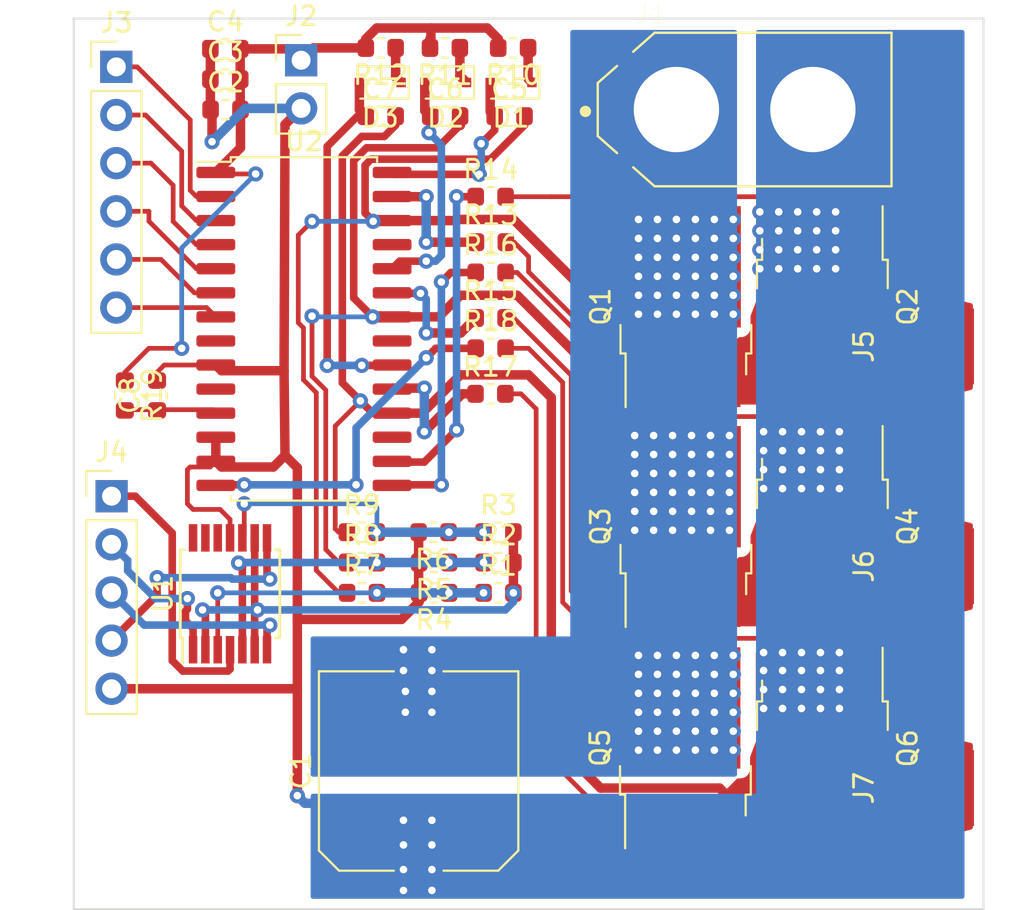
<source format=kicad_pcb>
(kicad_pcb (version 20171130) (host pcbnew "(5.1.5-0)")

  (general
    (thickness 1.6)
    (drawings 4)
    (tracks 560)
    (zones 0)
    (modules 45)
    (nets 48)
  )

  (page A4)
  (layers
    (0 F.Cu signal)
    (31 B.Cu signal)
    (32 B.Adhes user)
    (33 F.Adhes user)
    (34 B.Paste user)
    (35 F.Paste user)
    (36 B.SilkS user)
    (37 F.SilkS user)
    (38 B.Mask user)
    (39 F.Mask user)
    (40 Dwgs.User user)
    (41 Cmts.User user)
    (42 Eco1.User user)
    (43 Eco2.User user)
    (44 Edge.Cuts user)
    (45 Margin user)
    (46 B.CrtYd user)
    (47 F.CrtYd user)
    (48 B.Fab user)
    (49 F.Fab user)
  )

  (setup
    (last_trace_width 0.5)
    (user_trace_width 0.4)
    (user_trace_width 0.5)
    (user_trace_width 5)
    (trace_clearance 0.2)
    (zone_clearance 0.508)
    (zone_45_only no)
    (trace_min 0.2)
    (via_size 0.8)
    (via_drill 0.4)
    (via_min_size 0.4)
    (via_min_drill 0.3)
    (uvia_size 0.3)
    (uvia_drill 0.1)
    (uvias_allowed no)
    (uvia_min_size 0.2)
    (uvia_min_drill 0.1)
    (edge_width 0.05)
    (segment_width 0.2)
    (pcb_text_width 0.3)
    (pcb_text_size 1.5 1.5)
    (mod_edge_width 0.12)
    (mod_text_size 1 1)
    (mod_text_width 0.15)
    (pad_size 1.524 1.524)
    (pad_drill 0.762)
    (pad_to_mask_clearance 0.051)
    (solder_mask_min_width 0.25)
    (aux_axis_origin 0 0)
    (visible_elements FFFFFF7F)
    (pcbplotparams
      (layerselection 0x010fc_ffffffff)
      (usegerberextensions false)
      (usegerberattributes false)
      (usegerberadvancedattributes false)
      (creategerberjobfile false)
      (excludeedgelayer true)
      (linewidth 0.100000)
      (plotframeref false)
      (viasonmask false)
      (mode 1)
      (useauxorigin false)
      (hpglpennumber 1)
      (hpglpenspeed 20)
      (hpglpendiameter 15.000000)
      (psnegative false)
      (psa4output false)
      (plotreference true)
      (plotvalue true)
      (plotinvisibletext false)
      (padsonsilk false)
      (subtractmaskfromsilk false)
      (outputformat 1)
      (mirror false)
      (drillshape 1)
      (scaleselection 1)
      (outputdirectory ""))
  )

  (net 0 "")
  (net 1 GND)
  (net 2 VMotor)
  (net 3 12V)
  (net 4 FloatingSupply1)
  (net 5 PhaseA)
  (net 6 PhaseB)
  (net 7 PhaseC)
  (net 8 "Net-(C8-Pad1)")
  (net 9 "Net-(D1-Pad1)")
  (net 10 "Net-(D2-Pad1)")
  (net 11 "Net-(D3-Pad1)")
  (net 12 FloatingSupply3)
  (net 13 LogicalHigh1)
  (net 14 LogicalHigh2)
  (net 15 LogicalHigh3)
  (net 16 LogicalLow1)
  (net 17 LogicalLow2)
  (net 18 LogicalLow3)
  (net 19 5V)
  (net 20 AnalogSenseA)
  (net 21 AnalogSenseB)
  (net 22 AnalogSenseC)
  (net 23 "Net-(Q1-Pad1)")
  (net 24 "Net-(Q2-Pad1)")
  (net 25 "Net-(Q3-Pad1)")
  (net 26 "Net-(Q4-Pad1)")
  (net 27 "Net-(Q5-Pad1)")
  (net 28 "Net-(Q6-Pad1)")
  (net 29 AnalogA)
  (net 30 CommonAnalog)
  (net 31 AnalogB)
  (net 32 AnalogC)
  (net 33 HO1)
  (net 34 LO1)
  (net 35 HO2)
  (net 36 LO2)
  (net 37 "Net-(U1-Pad12)")
  (net 38 "Net-(U1-Pad13)")
  (net 39 "Net-(U1-Pad14)")
  (net 40 "Net-(U2-Pad8)")
  (net 41 Enable)
  (net 42 LO3)
  (net 43 "Net-(U2-Pad17)")
  (net 44 HO3)
  (net 45 "Net-(U2-Pad21)")
  (net 46 "Net-(U2-Pad25)")
  (net 47 FloatingSupply2)

  (net_class Default "This is the default net class."
    (clearance 0.2)
    (trace_width 0.25)
    (via_dia 0.8)
    (via_drill 0.4)
    (uvia_dia 0.3)
    (uvia_drill 0.1)
    (add_net 12V)
    (add_net 5V)
    (add_net AnalogA)
    (add_net AnalogB)
    (add_net AnalogC)
    (add_net AnalogSenseA)
    (add_net AnalogSenseB)
    (add_net AnalogSenseC)
    (add_net CommonAnalog)
    (add_net Enable)
    (add_net FloatingSupply1)
    (add_net FloatingSupply2)
    (add_net FloatingSupply3)
    (add_net GND)
    (add_net HO1)
    (add_net HO2)
    (add_net HO3)
    (add_net LO1)
    (add_net LO2)
    (add_net LO3)
    (add_net LogicalHigh1)
    (add_net LogicalHigh2)
    (add_net LogicalHigh3)
    (add_net LogicalLow1)
    (add_net LogicalLow2)
    (add_net LogicalLow3)
    (add_net "Net-(C8-Pad1)")
    (add_net "Net-(D1-Pad1)")
    (add_net "Net-(D2-Pad1)")
    (add_net "Net-(D3-Pad1)")
    (add_net "Net-(Q1-Pad1)")
    (add_net "Net-(Q2-Pad1)")
    (add_net "Net-(Q3-Pad1)")
    (add_net "Net-(Q4-Pad1)")
    (add_net "Net-(Q5-Pad1)")
    (add_net "Net-(Q6-Pad1)")
    (add_net "Net-(U1-Pad12)")
    (add_net "Net-(U1-Pad13)")
    (add_net "Net-(U1-Pad14)")
    (add_net "Net-(U2-Pad17)")
    (add_net "Net-(U2-Pad21)")
    (add_net "Net-(U2-Pad25)")
    (add_net "Net-(U2-Pad8)")
    (add_net PhaseA)
    (add_net PhaseB)
    (add_net PhaseC)
    (add_net VMotor)
  )

  (module Capacitor_SMD:C_Elec_10x10.2 (layer F.Cu) (tedit 5BC8D926) (tstamp 622392F4)
    (at 222.2 86.7 90)
    (descr "SMD capacitor, aluminum electrolytic nonpolar, 10.0x10.2mm")
    (tags "capacitor electrolyic nonpolar")
    (path /622F9F15)
    (attr smd)
    (fp_text reference C1 (at 0 -6.2 90) (layer F.SilkS)
      (effects (font (size 1 1) (thickness 0.15)))
    )
    (fp_text value "Power Capacitor" (at 0 6.2 90) (layer F.Fab)
      (effects (font (size 1 1) (thickness 0.15)))
    )
    (fp_circle (center 0 0) (end 5 0) (layer F.Fab) (width 0.1))
    (fp_line (start 5.15 -5.15) (end 5.15 5.15) (layer F.Fab) (width 0.1))
    (fp_line (start -4.15 -5.15) (end 5.15 -5.15) (layer F.Fab) (width 0.1))
    (fp_line (start -4.15 5.15) (end 5.15 5.15) (layer F.Fab) (width 0.1))
    (fp_line (start -5.15 -4.15) (end -5.15 4.15) (layer F.Fab) (width 0.1))
    (fp_line (start -5.15 -4.15) (end -4.15 -5.15) (layer F.Fab) (width 0.1))
    (fp_line (start -5.15 4.15) (end -4.15 5.15) (layer F.Fab) (width 0.1))
    (fp_line (start 5.26 5.26) (end 5.26 1.31) (layer F.SilkS) (width 0.12))
    (fp_line (start 5.26 -5.26) (end 5.26 -1.31) (layer F.SilkS) (width 0.12))
    (fp_line (start -4.195563 -5.26) (end 5.26 -5.26) (layer F.SilkS) (width 0.12))
    (fp_line (start -4.195563 5.26) (end 5.26 5.26) (layer F.SilkS) (width 0.12))
    (fp_line (start -5.26 4.195563) (end -5.26 1.31) (layer F.SilkS) (width 0.12))
    (fp_line (start -5.26 -4.195563) (end -5.26 -1.31) (layer F.SilkS) (width 0.12))
    (fp_line (start -5.26 -4.195563) (end -4.195563 -5.26) (layer F.SilkS) (width 0.12))
    (fp_line (start -5.26 4.195563) (end -4.195563 5.26) (layer F.SilkS) (width 0.12))
    (fp_line (start 5.4 -5.4) (end 5.4 -1.3) (layer F.CrtYd) (width 0.05))
    (fp_line (start 5.4 -1.3) (end 6.95 -1.3) (layer F.CrtYd) (width 0.05))
    (fp_line (start 6.95 -1.3) (end 6.95 1.3) (layer F.CrtYd) (width 0.05))
    (fp_line (start 6.95 1.3) (end 5.4 1.3) (layer F.CrtYd) (width 0.05))
    (fp_line (start 5.4 1.3) (end 5.4 5.4) (layer F.CrtYd) (width 0.05))
    (fp_line (start -4.25 5.4) (end 5.4 5.4) (layer F.CrtYd) (width 0.05))
    (fp_line (start -4.25 -5.4) (end 5.4 -5.4) (layer F.CrtYd) (width 0.05))
    (fp_line (start -5.4 4.25) (end -4.25 5.4) (layer F.CrtYd) (width 0.05))
    (fp_line (start -5.4 -4.25) (end -4.25 -5.4) (layer F.CrtYd) (width 0.05))
    (fp_line (start -5.4 -4.25) (end -5.4 -1.3) (layer F.CrtYd) (width 0.05))
    (fp_line (start -5.4 1.3) (end -5.4 4.25) (layer F.CrtYd) (width 0.05))
    (fp_line (start -5.4 -1.3) (end -6.95 -1.3) (layer F.CrtYd) (width 0.05))
    (fp_line (start -6.95 -1.3) (end -6.95 1.3) (layer F.CrtYd) (width 0.05))
    (fp_line (start -6.95 1.3) (end -5.4 1.3) (layer F.CrtYd) (width 0.05))
    (fp_text user %R (at 0 0 90) (layer F.Fab)
      (effects (font (size 1 1) (thickness 0.15)))
    )
    (pad 1 smd roundrect (at -4.4 0 90) (size 4.6 2.1) (layers F.Cu F.Paste F.Mask) (roundrect_rratio 0.119048)
      (net 1 GND))
    (pad 2 smd roundrect (at 4.4 0 90) (size 4.6 2.1) (layers F.Cu F.Paste F.Mask) (roundrect_rratio 0.119048)
      (net 2 VMotor))
    (model ${KISYS3DMOD}/Capacitor_SMD.3dshapes/C_Elec_10x10.2.wrl
      (at (xyz 0 0 0))
      (scale (xyz 1 1 1))
      (rotate (xyz 0 0 0))
    )
  )

  (module Capacitor_SMD:C_0603_1608Metric (layer F.Cu) (tedit 5B301BBE) (tstamp 62239305)
    (at 212.0125 51.8)
    (descr "Capacitor SMD 0603 (1608 Metric), square (rectangular) end terminal, IPC_7351 nominal, (Body size source: http://www.tortai-tech.com/upload/download/2011102023233369053.pdf), generated with kicad-footprint-generator")
    (tags capacitor)
    (path /622A1517)
    (attr smd)
    (fp_text reference C2 (at 0 -1.43) (layer F.SilkS)
      (effects (font (size 1 1) (thickness 0.15)))
    )
    (fp_text value 10uf (at 0 1.43) (layer F.Fab)
      (effects (font (size 1 1) (thickness 0.15)))
    )
    (fp_text user %R (at 0 0) (layer F.Fab)
      (effects (font (size 0.4 0.4) (thickness 0.06)))
    )
    (fp_line (start 1.48 0.73) (end -1.48 0.73) (layer F.CrtYd) (width 0.05))
    (fp_line (start 1.48 -0.73) (end 1.48 0.73) (layer F.CrtYd) (width 0.05))
    (fp_line (start -1.48 -0.73) (end 1.48 -0.73) (layer F.CrtYd) (width 0.05))
    (fp_line (start -1.48 0.73) (end -1.48 -0.73) (layer F.CrtYd) (width 0.05))
    (fp_line (start -0.162779 0.51) (end 0.162779 0.51) (layer F.SilkS) (width 0.12))
    (fp_line (start -0.162779 -0.51) (end 0.162779 -0.51) (layer F.SilkS) (width 0.12))
    (fp_line (start 0.8 0.4) (end -0.8 0.4) (layer F.Fab) (width 0.1))
    (fp_line (start 0.8 -0.4) (end 0.8 0.4) (layer F.Fab) (width 0.1))
    (fp_line (start -0.8 -0.4) (end 0.8 -0.4) (layer F.Fab) (width 0.1))
    (fp_line (start -0.8 0.4) (end -0.8 -0.4) (layer F.Fab) (width 0.1))
    (pad 2 smd roundrect (at 0.7875 0) (size 0.875 0.95) (layers F.Cu F.Paste F.Mask) (roundrect_rratio 0.25)
      (net 3 12V))
    (pad 1 smd roundrect (at -0.7875 0) (size 0.875 0.95) (layers F.Cu F.Paste F.Mask) (roundrect_rratio 0.25)
      (net 1 GND))
    (model ${KISYS3DMOD}/Capacitor_SMD.3dshapes/C_0603_1608Metric.wrl
      (at (xyz 0 0 0))
      (scale (xyz 1 1 1))
      (rotate (xyz 0 0 0))
    )
  )

  (module Capacitor_SMD:C_0603_1608Metric (layer F.Cu) (tedit 5B301BBE) (tstamp 62239316)
    (at 212 50.2)
    (descr "Capacitor SMD 0603 (1608 Metric), square (rectangular) end terminal, IPC_7351 nominal, (Body size source: http://www.tortai-tech.com/upload/download/2011102023233369053.pdf), generated with kicad-footprint-generator")
    (tags capacitor)
    (path /622A4309)
    (attr smd)
    (fp_text reference C3 (at 0 -1.43) (layer F.SilkS)
      (effects (font (size 1 1) (thickness 0.15)))
    )
    (fp_text value 10uf (at 0 1.43) (layer F.Fab)
      (effects (font (size 1 1) (thickness 0.15)))
    )
    (fp_line (start -0.8 0.4) (end -0.8 -0.4) (layer F.Fab) (width 0.1))
    (fp_line (start -0.8 -0.4) (end 0.8 -0.4) (layer F.Fab) (width 0.1))
    (fp_line (start 0.8 -0.4) (end 0.8 0.4) (layer F.Fab) (width 0.1))
    (fp_line (start 0.8 0.4) (end -0.8 0.4) (layer F.Fab) (width 0.1))
    (fp_line (start -0.162779 -0.51) (end 0.162779 -0.51) (layer F.SilkS) (width 0.12))
    (fp_line (start -0.162779 0.51) (end 0.162779 0.51) (layer F.SilkS) (width 0.12))
    (fp_line (start -1.48 0.73) (end -1.48 -0.73) (layer F.CrtYd) (width 0.05))
    (fp_line (start -1.48 -0.73) (end 1.48 -0.73) (layer F.CrtYd) (width 0.05))
    (fp_line (start 1.48 -0.73) (end 1.48 0.73) (layer F.CrtYd) (width 0.05))
    (fp_line (start 1.48 0.73) (end -1.48 0.73) (layer F.CrtYd) (width 0.05))
    (fp_text user %R (at 0 0) (layer F.Fab)
      (effects (font (size 0.4 0.4) (thickness 0.06)))
    )
    (pad 1 smd roundrect (at -0.7875 0) (size 0.875 0.95) (layers F.Cu F.Paste F.Mask) (roundrect_rratio 0.25)
      (net 1 GND))
    (pad 2 smd roundrect (at 0.7875 0) (size 0.875 0.95) (layers F.Cu F.Paste F.Mask) (roundrect_rratio 0.25)
      (net 3 12V))
    (model ${KISYS3DMOD}/Capacitor_SMD.3dshapes/C_0603_1608Metric.wrl
      (at (xyz 0 0 0))
      (scale (xyz 1 1 1))
      (rotate (xyz 0 0 0))
    )
  )

  (module Capacitor_SMD:C_0603_1608Metric (layer F.Cu) (tedit 5B301BBE) (tstamp 62239327)
    (at 212 48.6)
    (descr "Capacitor SMD 0603 (1608 Metric), square (rectangular) end terminal, IPC_7351 nominal, (Body size source: http://www.tortai-tech.com/upload/download/2011102023233369053.pdf), generated with kicad-footprint-generator")
    (tags capacitor)
    (path /622A4B5A)
    (attr smd)
    (fp_text reference C4 (at 0 -1.43) (layer F.SilkS)
      (effects (font (size 1 1) (thickness 0.15)))
    )
    (fp_text value 10uf (at 0 1.43) (layer F.Fab)
      (effects (font (size 1 1) (thickness 0.15)))
    )
    (fp_text user %R (at 0 0) (layer F.Fab)
      (effects (font (size 0.4 0.4) (thickness 0.06)))
    )
    (fp_line (start 1.48 0.73) (end -1.48 0.73) (layer F.CrtYd) (width 0.05))
    (fp_line (start 1.48 -0.73) (end 1.48 0.73) (layer F.CrtYd) (width 0.05))
    (fp_line (start -1.48 -0.73) (end 1.48 -0.73) (layer F.CrtYd) (width 0.05))
    (fp_line (start -1.48 0.73) (end -1.48 -0.73) (layer F.CrtYd) (width 0.05))
    (fp_line (start -0.162779 0.51) (end 0.162779 0.51) (layer F.SilkS) (width 0.12))
    (fp_line (start -0.162779 -0.51) (end 0.162779 -0.51) (layer F.SilkS) (width 0.12))
    (fp_line (start 0.8 0.4) (end -0.8 0.4) (layer F.Fab) (width 0.1))
    (fp_line (start 0.8 -0.4) (end 0.8 0.4) (layer F.Fab) (width 0.1))
    (fp_line (start -0.8 -0.4) (end 0.8 -0.4) (layer F.Fab) (width 0.1))
    (fp_line (start -0.8 0.4) (end -0.8 -0.4) (layer F.Fab) (width 0.1))
    (pad 2 smd roundrect (at 0.7875 0) (size 0.875 0.95) (layers F.Cu F.Paste F.Mask) (roundrect_rratio 0.25)
      (net 3 12V))
    (pad 1 smd roundrect (at -0.7875 0) (size 0.875 0.95) (layers F.Cu F.Paste F.Mask) (roundrect_rratio 0.25)
      (net 1 GND))
    (model ${KISYS3DMOD}/Capacitor_SMD.3dshapes/C_0603_1608Metric.wrl
      (at (xyz 0 0 0))
      (scale (xyz 1 1 1))
      (rotate (xyz 0 0 0))
    )
  )

  (module Capacitor_SMD:C_0603_1608Metric (layer F.Cu) (tedit 5B301BBE) (tstamp 62239338)
    (at 227 52.15)
    (descr "Capacitor SMD 0603 (1608 Metric), square (rectangular) end terminal, IPC_7351 nominal, (Body size source: http://www.tortai-tech.com/upload/download/2011102023233369053.pdf), generated with kicad-footprint-generator")
    (tags capacitor)
    (path /622540B8)
    (attr smd)
    (fp_text reference C5 (at 0 -1.43) (layer F.SilkS)
      (effects (font (size 1 1) (thickness 0.15)))
    )
    (fp_text value 2.2uf (at 0 1.43) (layer F.Fab)
      (effects (font (size 1 1) (thickness 0.15)))
    )
    (fp_line (start -0.8 0.4) (end -0.8 -0.4) (layer F.Fab) (width 0.1))
    (fp_line (start -0.8 -0.4) (end 0.8 -0.4) (layer F.Fab) (width 0.1))
    (fp_line (start 0.8 -0.4) (end 0.8 0.4) (layer F.Fab) (width 0.1))
    (fp_line (start 0.8 0.4) (end -0.8 0.4) (layer F.Fab) (width 0.1))
    (fp_line (start -0.162779 -0.51) (end 0.162779 -0.51) (layer F.SilkS) (width 0.12))
    (fp_line (start -0.162779 0.51) (end 0.162779 0.51) (layer F.SilkS) (width 0.12))
    (fp_line (start -1.48 0.73) (end -1.48 -0.73) (layer F.CrtYd) (width 0.05))
    (fp_line (start -1.48 -0.73) (end 1.48 -0.73) (layer F.CrtYd) (width 0.05))
    (fp_line (start 1.48 -0.73) (end 1.48 0.73) (layer F.CrtYd) (width 0.05))
    (fp_line (start 1.48 0.73) (end -1.48 0.73) (layer F.CrtYd) (width 0.05))
    (fp_text user %R (at 0 0) (layer F.Fab)
      (effects (font (size 0.4 0.4) (thickness 0.06)))
    )
    (pad 1 smd roundrect (at -0.7875 0) (size 0.875 0.95) (layers F.Cu F.Paste F.Mask) (roundrect_rratio 0.25)
      (net 4 FloatingSupply1))
    (pad 2 smd roundrect (at 0.7875 0) (size 0.875 0.95) (layers F.Cu F.Paste F.Mask) (roundrect_rratio 0.25)
      (net 5 PhaseA))
    (model ${KISYS3DMOD}/Capacitor_SMD.3dshapes/C_0603_1608Metric.wrl
      (at (xyz 0 0 0))
      (scale (xyz 1 1 1))
      (rotate (xyz 0 0 0))
    )
  )

  (module Capacitor_SMD:C_0603_1608Metric (layer F.Cu) (tedit 5B301BBE) (tstamp 62239349)
    (at 223.6 52.15)
    (descr "Capacitor SMD 0603 (1608 Metric), square (rectangular) end terminal, IPC_7351 nominal, (Body size source: http://www.tortai-tech.com/upload/download/2011102023233369053.pdf), generated with kicad-footprint-generator")
    (tags capacitor)
    (path /622750CD)
    (attr smd)
    (fp_text reference C6 (at 0 -1.43) (layer F.SilkS)
      (effects (font (size 1 1) (thickness 0.15)))
    )
    (fp_text value 2.2uf (at 0 1.43) (layer F.Fab)
      (effects (font (size 1 1) (thickness 0.15)))
    )
    (fp_text user %R (at 0 0) (layer F.Fab)
      (effects (font (size 0.4 0.4) (thickness 0.06)))
    )
    (fp_line (start 1.48 0.73) (end -1.48 0.73) (layer F.CrtYd) (width 0.05))
    (fp_line (start 1.48 -0.73) (end 1.48 0.73) (layer F.CrtYd) (width 0.05))
    (fp_line (start -1.48 -0.73) (end 1.48 -0.73) (layer F.CrtYd) (width 0.05))
    (fp_line (start -1.48 0.73) (end -1.48 -0.73) (layer F.CrtYd) (width 0.05))
    (fp_line (start -0.162779 0.51) (end 0.162779 0.51) (layer F.SilkS) (width 0.12))
    (fp_line (start -0.162779 -0.51) (end 0.162779 -0.51) (layer F.SilkS) (width 0.12))
    (fp_line (start 0.8 0.4) (end -0.8 0.4) (layer F.Fab) (width 0.1))
    (fp_line (start 0.8 -0.4) (end 0.8 0.4) (layer F.Fab) (width 0.1))
    (fp_line (start -0.8 -0.4) (end 0.8 -0.4) (layer F.Fab) (width 0.1))
    (fp_line (start -0.8 0.4) (end -0.8 -0.4) (layer F.Fab) (width 0.1))
    (pad 2 smd roundrect (at 0.7875 0) (size 0.875 0.95) (layers F.Cu F.Paste F.Mask) (roundrect_rratio 0.25)
      (net 6 PhaseB))
    (pad 1 smd roundrect (at -0.7875 0) (size 0.875 0.95) (layers F.Cu F.Paste F.Mask) (roundrect_rratio 0.25)
      (net 47 FloatingSupply2))
    (model ${KISYS3DMOD}/Capacitor_SMD.3dshapes/C_0603_1608Metric.wrl
      (at (xyz 0 0 0))
      (scale (xyz 1 1 1))
      (rotate (xyz 0 0 0))
    )
  )

  (module Capacitor_SMD:C_0603_1608Metric (layer F.Cu) (tedit 5B301BBE) (tstamp 6223935A)
    (at 220.2 52.15)
    (descr "Capacitor SMD 0603 (1608 Metric), square (rectangular) end terminal, IPC_7351 nominal, (Body size source: http://www.tortai-tech.com/upload/download/2011102023233369053.pdf), generated with kicad-footprint-generator")
    (tags capacitor)
    (path /6228AAAF)
    (attr smd)
    (fp_text reference C7 (at 0 -1.43) (layer F.SilkS)
      (effects (font (size 1 1) (thickness 0.15)))
    )
    (fp_text value 2.2uf (at 0 1.43) (layer F.Fab)
      (effects (font (size 1 1) (thickness 0.15)))
    )
    (fp_line (start -0.8 0.4) (end -0.8 -0.4) (layer F.Fab) (width 0.1))
    (fp_line (start -0.8 -0.4) (end 0.8 -0.4) (layer F.Fab) (width 0.1))
    (fp_line (start 0.8 -0.4) (end 0.8 0.4) (layer F.Fab) (width 0.1))
    (fp_line (start 0.8 0.4) (end -0.8 0.4) (layer F.Fab) (width 0.1))
    (fp_line (start -0.162779 -0.51) (end 0.162779 -0.51) (layer F.SilkS) (width 0.12))
    (fp_line (start -0.162779 0.51) (end 0.162779 0.51) (layer F.SilkS) (width 0.12))
    (fp_line (start -1.48 0.73) (end -1.48 -0.73) (layer F.CrtYd) (width 0.05))
    (fp_line (start -1.48 -0.73) (end 1.48 -0.73) (layer F.CrtYd) (width 0.05))
    (fp_line (start 1.48 -0.73) (end 1.48 0.73) (layer F.CrtYd) (width 0.05))
    (fp_line (start 1.48 0.73) (end -1.48 0.73) (layer F.CrtYd) (width 0.05))
    (fp_text user %R (at 0 0) (layer F.Fab)
      (effects (font (size 0.4 0.4) (thickness 0.06)))
    )
    (pad 1 smd roundrect (at -0.7875 0) (size 0.875 0.95) (layers F.Cu F.Paste F.Mask) (roundrect_rratio 0.25)
      (net 12 FloatingSupply3))
    (pad 2 smd roundrect (at 0.7875 0) (size 0.875 0.95) (layers F.Cu F.Paste F.Mask) (roundrect_rratio 0.25)
      (net 7 PhaseC))
    (model ${KISYS3DMOD}/Capacitor_SMD.3dshapes/C_0603_1608Metric.wrl
      (at (xyz 0 0 0))
      (scale (xyz 1 1 1))
      (rotate (xyz 0 0 0))
    )
  )

  (module Capacitor_SMD:C_0603_1608Metric (layer F.Cu) (tedit 5B301BBE) (tstamp 6223936B)
    (at 208.4 66.8875 90)
    (descr "Capacitor SMD 0603 (1608 Metric), square (rectangular) end terminal, IPC_7351 nominal, (Body size source: http://www.tortai-tech.com/upload/download/2011102023233369053.pdf), generated with kicad-footprint-generator")
    (tags capacitor)
    (path /623C9190)
    (attr smd)
    (fp_text reference C8 (at 0 -1.43 90) (layer F.SilkS)
      (effects (font (size 1 1) (thickness 0.15)))
    )
    (fp_text value 1nf (at 0 1.43 90) (layer F.Fab)
      (effects (font (size 1 1) (thickness 0.15)))
    )
    (fp_line (start -0.8 0.4) (end -0.8 -0.4) (layer F.Fab) (width 0.1))
    (fp_line (start -0.8 -0.4) (end 0.8 -0.4) (layer F.Fab) (width 0.1))
    (fp_line (start 0.8 -0.4) (end 0.8 0.4) (layer F.Fab) (width 0.1))
    (fp_line (start 0.8 0.4) (end -0.8 0.4) (layer F.Fab) (width 0.1))
    (fp_line (start -0.162779 -0.51) (end 0.162779 -0.51) (layer F.SilkS) (width 0.12))
    (fp_line (start -0.162779 0.51) (end 0.162779 0.51) (layer F.SilkS) (width 0.12))
    (fp_line (start -1.48 0.73) (end -1.48 -0.73) (layer F.CrtYd) (width 0.05))
    (fp_line (start -1.48 -0.73) (end 1.48 -0.73) (layer F.CrtYd) (width 0.05))
    (fp_line (start 1.48 -0.73) (end 1.48 0.73) (layer F.CrtYd) (width 0.05))
    (fp_line (start 1.48 0.73) (end -1.48 0.73) (layer F.CrtYd) (width 0.05))
    (fp_text user %R (at 0 0 90) (layer F.Fab)
      (effects (font (size 0.4 0.4) (thickness 0.06)))
    )
    (pad 1 smd roundrect (at -0.7875 0 90) (size 0.875 0.95) (layers F.Cu F.Paste F.Mask) (roundrect_rratio 0.25)
      (net 8 "Net-(C8-Pad1)"))
    (pad 2 smd roundrect (at 0.7875 0 90) (size 0.875 0.95) (layers F.Cu F.Paste F.Mask) (roundrect_rratio 0.25)
      (net 1 GND))
    (model ${KISYS3DMOD}/Capacitor_SMD.3dshapes/C_0603_1608Metric.wrl
      (at (xyz 0 0 0))
      (scale (xyz 1 1 1))
      (rotate (xyz 0 0 0))
    )
  )

  (module Diode_SMD:D_SOD-323F (layer F.Cu) (tedit 590A48EB) (tstamp 62239383)
    (at 227.074999 50.374999 180)
    (descr "SOD-323F http://www.nxp.com/documents/outline_drawing/SOD323F.pdf")
    (tags SOD-323F)
    (path /6223EB0A)
    (attr smd)
    (fp_text reference D1 (at 0 -1.85) (layer F.SilkS)
      (effects (font (size 1 1) (thickness 0.15)))
    )
    (fp_text value D_Supply_1 (at 0.1 1.9) (layer F.Fab)
      (effects (font (size 1 1) (thickness 0.15)))
    )
    (fp_line (start -1.5 -0.85) (end 1.05 -0.85) (layer F.SilkS) (width 0.12))
    (fp_line (start -1.5 0.85) (end 1.05 0.85) (layer F.SilkS) (width 0.12))
    (fp_line (start -1.6 -0.95) (end -1.6 0.95) (layer F.CrtYd) (width 0.05))
    (fp_line (start -1.6 0.95) (end 1.6 0.95) (layer F.CrtYd) (width 0.05))
    (fp_line (start 1.6 -0.95) (end 1.6 0.95) (layer F.CrtYd) (width 0.05))
    (fp_line (start -1.6 -0.95) (end 1.6 -0.95) (layer F.CrtYd) (width 0.05))
    (fp_line (start -0.9 -0.7) (end 0.9 -0.7) (layer F.Fab) (width 0.1))
    (fp_line (start 0.9 -0.7) (end 0.9 0.7) (layer F.Fab) (width 0.1))
    (fp_line (start 0.9 0.7) (end -0.9 0.7) (layer F.Fab) (width 0.1))
    (fp_line (start -0.9 0.7) (end -0.9 -0.7) (layer F.Fab) (width 0.1))
    (fp_line (start -0.3 -0.35) (end -0.3 0.35) (layer F.Fab) (width 0.1))
    (fp_line (start -0.3 0) (end -0.5 0) (layer F.Fab) (width 0.1))
    (fp_line (start -0.3 0) (end 0.2 -0.35) (layer F.Fab) (width 0.1))
    (fp_line (start 0.2 -0.35) (end 0.2 0.35) (layer F.Fab) (width 0.1))
    (fp_line (start 0.2 0.35) (end -0.3 0) (layer F.Fab) (width 0.1))
    (fp_line (start 0.2 0) (end 0.45 0) (layer F.Fab) (width 0.1))
    (fp_line (start -1.5 -0.85) (end -1.5 0.85) (layer F.SilkS) (width 0.12))
    (fp_text user %R (at 0 -1.85) (layer F.Fab)
      (effects (font (size 1 1) (thickness 0.15)))
    )
    (pad 2 smd rect (at 1.1 0 180) (size 0.5 0.5) (layers F.Cu F.Paste F.Mask)
      (net 4 FloatingSupply1))
    (pad 1 smd rect (at -1.1 0 180) (size 0.5 0.5) (layers F.Cu F.Paste F.Mask)
      (net 9 "Net-(D1-Pad1)"))
    (model ${KISYS3DMOD}/Diode_SMD.3dshapes/D_SOD-323F.wrl
      (at (xyz 0 0 0))
      (scale (xyz 1 1 1))
      (rotate (xyz 0 0 0))
    )
  )

  (module Diode_SMD:D_SOD-323F (layer F.Cu) (tedit 590A48EB) (tstamp 6223939B)
    (at 223.624999 50.374999 180)
    (descr "SOD-323F http://www.nxp.com/documents/outline_drawing/SOD323F.pdf")
    (tags SOD-323F)
    (path /62242209)
    (attr smd)
    (fp_text reference D2 (at 0 -1.85) (layer F.SilkS)
      (effects (font (size 1 1) (thickness 0.15)))
    )
    (fp_text value D_Supply_1 (at 0.1 1.9) (layer F.Fab)
      (effects (font (size 1 1) (thickness 0.15)))
    )
    (fp_text user %R (at 0 -1.85) (layer F.Fab)
      (effects (font (size 1 1) (thickness 0.15)))
    )
    (fp_line (start -1.5 -0.85) (end -1.5 0.85) (layer F.SilkS) (width 0.12))
    (fp_line (start 0.2 0) (end 0.45 0) (layer F.Fab) (width 0.1))
    (fp_line (start 0.2 0.35) (end -0.3 0) (layer F.Fab) (width 0.1))
    (fp_line (start 0.2 -0.35) (end 0.2 0.35) (layer F.Fab) (width 0.1))
    (fp_line (start -0.3 0) (end 0.2 -0.35) (layer F.Fab) (width 0.1))
    (fp_line (start -0.3 0) (end -0.5 0) (layer F.Fab) (width 0.1))
    (fp_line (start -0.3 -0.35) (end -0.3 0.35) (layer F.Fab) (width 0.1))
    (fp_line (start -0.9 0.7) (end -0.9 -0.7) (layer F.Fab) (width 0.1))
    (fp_line (start 0.9 0.7) (end -0.9 0.7) (layer F.Fab) (width 0.1))
    (fp_line (start 0.9 -0.7) (end 0.9 0.7) (layer F.Fab) (width 0.1))
    (fp_line (start -0.9 -0.7) (end 0.9 -0.7) (layer F.Fab) (width 0.1))
    (fp_line (start -1.6 -0.95) (end 1.6 -0.95) (layer F.CrtYd) (width 0.05))
    (fp_line (start 1.6 -0.95) (end 1.6 0.95) (layer F.CrtYd) (width 0.05))
    (fp_line (start -1.6 0.95) (end 1.6 0.95) (layer F.CrtYd) (width 0.05))
    (fp_line (start -1.6 -0.95) (end -1.6 0.95) (layer F.CrtYd) (width 0.05))
    (fp_line (start -1.5 0.85) (end 1.05 0.85) (layer F.SilkS) (width 0.12))
    (fp_line (start -1.5 -0.85) (end 1.05 -0.85) (layer F.SilkS) (width 0.12))
    (pad 1 smd rect (at -1.1 0 180) (size 0.5 0.5) (layers F.Cu F.Paste F.Mask)
      (net 10 "Net-(D2-Pad1)"))
    (pad 2 smd rect (at 1.1 0 180) (size 0.5 0.5) (layers F.Cu F.Paste F.Mask)
      (net 47 FloatingSupply2))
    (model ${KISYS3DMOD}/Diode_SMD.3dshapes/D_SOD-323F.wrl
      (at (xyz 0 0 0))
      (scale (xyz 1 1 1))
      (rotate (xyz 0 0 0))
    )
  )

  (module Diode_SMD:D_SOD-323F (layer F.Cu) (tedit 590A48EB) (tstamp 622393B3)
    (at 220.174999 50.374999 180)
    (descr "SOD-323F http://www.nxp.com/documents/outline_drawing/SOD323F.pdf")
    (tags SOD-323F)
    (path /62242868)
    (attr smd)
    (fp_text reference D3 (at 0 -1.85) (layer F.SilkS)
      (effects (font (size 1 1) (thickness 0.15)))
    )
    (fp_text value D_Supply_1 (at 0.1 1.9) (layer F.Fab)
      (effects (font (size 1 1) (thickness 0.15)))
    )
    (fp_text user %R (at 0 -1.85) (layer F.Fab)
      (effects (font (size 1 1) (thickness 0.15)))
    )
    (fp_line (start -1.5 -0.85) (end -1.5 0.85) (layer F.SilkS) (width 0.12))
    (fp_line (start 0.2 0) (end 0.45 0) (layer F.Fab) (width 0.1))
    (fp_line (start 0.2 0.35) (end -0.3 0) (layer F.Fab) (width 0.1))
    (fp_line (start 0.2 -0.35) (end 0.2 0.35) (layer F.Fab) (width 0.1))
    (fp_line (start -0.3 0) (end 0.2 -0.35) (layer F.Fab) (width 0.1))
    (fp_line (start -0.3 0) (end -0.5 0) (layer F.Fab) (width 0.1))
    (fp_line (start -0.3 -0.35) (end -0.3 0.35) (layer F.Fab) (width 0.1))
    (fp_line (start -0.9 0.7) (end -0.9 -0.7) (layer F.Fab) (width 0.1))
    (fp_line (start 0.9 0.7) (end -0.9 0.7) (layer F.Fab) (width 0.1))
    (fp_line (start 0.9 -0.7) (end 0.9 0.7) (layer F.Fab) (width 0.1))
    (fp_line (start -0.9 -0.7) (end 0.9 -0.7) (layer F.Fab) (width 0.1))
    (fp_line (start -1.6 -0.95) (end 1.6 -0.95) (layer F.CrtYd) (width 0.05))
    (fp_line (start 1.6 -0.95) (end 1.6 0.95) (layer F.CrtYd) (width 0.05))
    (fp_line (start -1.6 0.95) (end 1.6 0.95) (layer F.CrtYd) (width 0.05))
    (fp_line (start -1.6 -0.95) (end -1.6 0.95) (layer F.CrtYd) (width 0.05))
    (fp_line (start -1.5 0.85) (end 1.05 0.85) (layer F.SilkS) (width 0.12))
    (fp_line (start -1.5 -0.85) (end 1.05 -0.85) (layer F.SilkS) (width 0.12))
    (pad 1 smd rect (at -1.1 0 180) (size 0.5 0.5) (layers F.Cu F.Paste F.Mask)
      (net 11 "Net-(D3-Pad1)"))
    (pad 2 smd rect (at 1.1 0 180) (size 0.5 0.5) (layers F.Cu F.Paste F.Mask)
      (net 12 FloatingSupply3))
    (model ${KISYS3DMOD}/Diode_SMD.3dshapes/D_SOD-323F.wrl
      (at (xyz 0 0 0))
      (scale (xyz 1 1 1))
      (rotate (xyz 0 0 0))
    )
  )

  (module XT60-M:AMASS_XT60-M (layer F.Cu) (tedit 6032BB54) (tstamp 622393CC)
    (at 239.4 51.8)
    (path /622F64A7)
    (fp_text reference J1 (at -4.92842 -5.03849) (layer F.SilkS)
      (effects (font (size 1.000693 1.000693) (thickness 0.015)))
    )
    (fp_text value "Motor Power" (at -0.48032 4.968395) (layer F.Fab)
      (effects (font (size 1.000685 1.000685) (thickness 0.015)))
    )
    (fp_line (start -4.75 -4.05) (end 7.75 -4.05) (layer F.Fab) (width 0.127))
    (fp_line (start 7.75 -4.05) (end 7.75 4.05) (layer F.Fab) (width 0.127))
    (fp_line (start 7.75 4.05) (end -4.75 4.05) (layer F.Fab) (width 0.127))
    (fp_line (start -4.75 -4.05) (end 7.75 -4.05) (layer F.SilkS) (width 0.127))
    (fp_line (start 7.75 -4.05) (end 7.75 4.05) (layer F.SilkS) (width 0.127))
    (fp_line (start 7.75 4.05) (end -4.75 4.05) (layer F.SilkS) (width 0.127))
    (fp_line (start -8 4.3) (end -8 -4.3) (layer F.CrtYd) (width 0.05))
    (fp_line (start -8 -4.3) (end 8 -4.3) (layer F.CrtYd) (width 0.05))
    (fp_line (start 8 -4.3) (end 8 4.3) (layer F.CrtYd) (width 0.05))
    (fp_line (start 8 4.3) (end -8 4.3) (layer F.CrtYd) (width 0.05))
    (fp_line (start -7.75 1.4) (end -7.75 -1.4) (layer F.Fab) (width 0.127))
    (fp_line (start -4.75 -4.05) (end -7.75 -1.4) (layer F.Fab) (width 0.127))
    (fp_line (start -4.75 4.05) (end -7.75 1.4) (layer F.Fab) (width 0.127))
    (fp_line (start -7.75 1.4) (end -7.75 -1.4) (layer F.SilkS) (width 0.127))
    (fp_line (start -4.75 -4.05) (end -5.88 -3.05) (layer F.SilkS) (width 0.127))
    (fp_line (start -7.75 -1.4) (end -6.73 -2.3) (layer F.SilkS) (width 0.127))
    (fp_line (start -4.75 4.05) (end -5.88 3.05) (layer F.SilkS) (width 0.127))
    (fp_line (start -7.75 1.4) (end -6.73 2.3) (layer F.SilkS) (width 0.127))
    (fp_circle (center -8.4 0.1) (end -8.25 0.1) (layer F.SilkS) (width 0.3))
    (pad 1 thru_hole rect (at -3.6 0) (size 5.516 5.516) (drill 4.5) (layers *.Cu *.Mask)
      (net 2 VMotor))
    (pad 2 thru_hole circle (at 3.6 0) (size 5.516 5.516) (drill 4.5) (layers *.Cu *.Mask)
      (net 1 GND))
  )

  (module Connector_PinHeader_2.54mm:PinHeader_1x02_P2.54mm_Vertical (layer F.Cu) (tedit 59FED5CC) (tstamp 622393E2)
    (at 216 49.2)
    (descr "Through hole straight pin header, 1x02, 2.54mm pitch, single row")
    (tags "Through hole pin header THT 1x02 2.54mm single row")
    (path /622F704E)
    (fp_text reference J2 (at 0 -2.33) (layer F.SilkS)
      (effects (font (size 1 1) (thickness 0.15)))
    )
    (fp_text value "12V Power" (at 0 4.87) (layer F.Fab)
      (effects (font (size 1 1) (thickness 0.15)))
    )
    (fp_line (start -0.635 -1.27) (end 1.27 -1.27) (layer F.Fab) (width 0.1))
    (fp_line (start 1.27 -1.27) (end 1.27 3.81) (layer F.Fab) (width 0.1))
    (fp_line (start 1.27 3.81) (end -1.27 3.81) (layer F.Fab) (width 0.1))
    (fp_line (start -1.27 3.81) (end -1.27 -0.635) (layer F.Fab) (width 0.1))
    (fp_line (start -1.27 -0.635) (end -0.635 -1.27) (layer F.Fab) (width 0.1))
    (fp_line (start -1.33 3.87) (end 1.33 3.87) (layer F.SilkS) (width 0.12))
    (fp_line (start -1.33 1.27) (end -1.33 3.87) (layer F.SilkS) (width 0.12))
    (fp_line (start 1.33 1.27) (end 1.33 3.87) (layer F.SilkS) (width 0.12))
    (fp_line (start -1.33 1.27) (end 1.33 1.27) (layer F.SilkS) (width 0.12))
    (fp_line (start -1.33 0) (end -1.33 -1.33) (layer F.SilkS) (width 0.12))
    (fp_line (start -1.33 -1.33) (end 0 -1.33) (layer F.SilkS) (width 0.12))
    (fp_line (start -1.8 -1.8) (end -1.8 4.35) (layer F.CrtYd) (width 0.05))
    (fp_line (start -1.8 4.35) (end 1.8 4.35) (layer F.CrtYd) (width 0.05))
    (fp_line (start 1.8 4.35) (end 1.8 -1.8) (layer F.CrtYd) (width 0.05))
    (fp_line (start 1.8 -1.8) (end -1.8 -1.8) (layer F.CrtYd) (width 0.05))
    (fp_text user %R (at 0 1.27 90) (layer F.Fab)
      (effects (font (size 1 1) (thickness 0.15)))
    )
    (pad 1 thru_hole rect (at 0 0) (size 1.7 1.7) (drill 1) (layers *.Cu *.Mask)
      (net 3 12V))
    (pad 2 thru_hole oval (at 0 2.54) (size 1.7 1.7) (drill 1) (layers *.Cu *.Mask)
      (net 1 GND))
    (model ${KISYS3DMOD}/Connector_PinHeader_2.54mm.3dshapes/PinHeader_1x02_P2.54mm_Vertical.wrl
      (at (xyz 0 0 0))
      (scale (xyz 1 1 1))
      (rotate (xyz 0 0 0))
    )
  )

  (module Connector_PinHeader_2.54mm:PinHeader_1x06_P2.54mm_Vertical (layer F.Cu) (tedit 59FED5CC) (tstamp 622393FC)
    (at 206.25 49.55)
    (descr "Through hole straight pin header, 1x06, 2.54mm pitch, single row")
    (tags "Through hole pin header THT 1x06 2.54mm single row")
    (path /622E520D)
    (fp_text reference J3 (at 0 -2.33) (layer F.SilkS)
      (effects (font (size 1 1) (thickness 0.15)))
    )
    (fp_text value "Motor Inputs" (at 0 15.03) (layer F.Fab)
      (effects (font (size 1 1) (thickness 0.15)))
    )
    (fp_line (start -0.635 -1.27) (end 1.27 -1.27) (layer F.Fab) (width 0.1))
    (fp_line (start 1.27 -1.27) (end 1.27 13.97) (layer F.Fab) (width 0.1))
    (fp_line (start 1.27 13.97) (end -1.27 13.97) (layer F.Fab) (width 0.1))
    (fp_line (start -1.27 13.97) (end -1.27 -0.635) (layer F.Fab) (width 0.1))
    (fp_line (start -1.27 -0.635) (end -0.635 -1.27) (layer F.Fab) (width 0.1))
    (fp_line (start -1.33 14.03) (end 1.33 14.03) (layer F.SilkS) (width 0.12))
    (fp_line (start -1.33 1.27) (end -1.33 14.03) (layer F.SilkS) (width 0.12))
    (fp_line (start 1.33 1.27) (end 1.33 14.03) (layer F.SilkS) (width 0.12))
    (fp_line (start -1.33 1.27) (end 1.33 1.27) (layer F.SilkS) (width 0.12))
    (fp_line (start -1.33 0) (end -1.33 -1.33) (layer F.SilkS) (width 0.12))
    (fp_line (start -1.33 -1.33) (end 0 -1.33) (layer F.SilkS) (width 0.12))
    (fp_line (start -1.8 -1.8) (end -1.8 14.5) (layer F.CrtYd) (width 0.05))
    (fp_line (start -1.8 14.5) (end 1.8 14.5) (layer F.CrtYd) (width 0.05))
    (fp_line (start 1.8 14.5) (end 1.8 -1.8) (layer F.CrtYd) (width 0.05))
    (fp_line (start 1.8 -1.8) (end -1.8 -1.8) (layer F.CrtYd) (width 0.05))
    (fp_text user %R (at 0 6.35 90) (layer F.Fab)
      (effects (font (size 1 1) (thickness 0.15)))
    )
    (pad 1 thru_hole rect (at 0 0) (size 1.7 1.7) (drill 1) (layers *.Cu *.Mask)
      (net 13 LogicalHigh1))
    (pad 2 thru_hole oval (at 0 2.54) (size 1.7 1.7) (drill 1) (layers *.Cu *.Mask)
      (net 14 LogicalHigh2))
    (pad 3 thru_hole oval (at 0 5.08) (size 1.7 1.7) (drill 1) (layers *.Cu *.Mask)
      (net 15 LogicalHigh3))
    (pad 4 thru_hole oval (at 0 7.62) (size 1.7 1.7) (drill 1) (layers *.Cu *.Mask)
      (net 16 LogicalLow1))
    (pad 5 thru_hole oval (at 0 10.16) (size 1.7 1.7) (drill 1) (layers *.Cu *.Mask)
      (net 17 LogicalLow2))
    (pad 6 thru_hole oval (at 0 12.7) (size 1.7 1.7) (drill 1) (layers *.Cu *.Mask)
      (net 18 LogicalLow3))
    (model ${KISYS3DMOD}/Connector_PinHeader_2.54mm.3dshapes/PinHeader_1x06_P2.54mm_Vertical.wrl
      (at (xyz 0 0 0))
      (scale (xyz 1 1 1))
      (rotate (xyz 0 0 0))
    )
  )

  (module Connector_PinHeader_2.54mm:PinHeader_1x05_P2.54mm_Vertical (layer F.Cu) (tedit 59FED5CC) (tstamp 62239415)
    (at 206 72.2)
    (descr "Through hole straight pin header, 1x05, 2.54mm pitch, single row")
    (tags "Through hole pin header THT 1x05 2.54mm single row")
    (path /622E8F3A)
    (fp_text reference J4 (at 0 -2.33) (layer F.SilkS)
      (effects (font (size 1 1) (thickness 0.15)))
    )
    (fp_text value "Sensor Outputs" (at 0 12.49) (layer F.Fab)
      (effects (font (size 1 1) (thickness 0.15)))
    )
    (fp_line (start -0.635 -1.27) (end 1.27 -1.27) (layer F.Fab) (width 0.1))
    (fp_line (start 1.27 -1.27) (end 1.27 11.43) (layer F.Fab) (width 0.1))
    (fp_line (start 1.27 11.43) (end -1.27 11.43) (layer F.Fab) (width 0.1))
    (fp_line (start -1.27 11.43) (end -1.27 -0.635) (layer F.Fab) (width 0.1))
    (fp_line (start -1.27 -0.635) (end -0.635 -1.27) (layer F.Fab) (width 0.1))
    (fp_line (start -1.33 11.49) (end 1.33 11.49) (layer F.SilkS) (width 0.12))
    (fp_line (start -1.33 1.27) (end -1.33 11.49) (layer F.SilkS) (width 0.12))
    (fp_line (start 1.33 1.27) (end 1.33 11.49) (layer F.SilkS) (width 0.12))
    (fp_line (start -1.33 1.27) (end 1.33 1.27) (layer F.SilkS) (width 0.12))
    (fp_line (start -1.33 0) (end -1.33 -1.33) (layer F.SilkS) (width 0.12))
    (fp_line (start -1.33 -1.33) (end 0 -1.33) (layer F.SilkS) (width 0.12))
    (fp_line (start -1.8 -1.8) (end -1.8 11.95) (layer F.CrtYd) (width 0.05))
    (fp_line (start -1.8 11.95) (end 1.8 11.95) (layer F.CrtYd) (width 0.05))
    (fp_line (start 1.8 11.95) (end 1.8 -1.8) (layer F.CrtYd) (width 0.05))
    (fp_line (start 1.8 -1.8) (end -1.8 -1.8) (layer F.CrtYd) (width 0.05))
    (fp_text user %R (at 0 5.08 90) (layer F.Fab)
      (effects (font (size 1 1) (thickness 0.15)))
    )
    (pad 1 thru_hole rect (at 0 0) (size 1.7 1.7) (drill 1) (layers *.Cu *.Mask)
      (net 19 5V))
    (pad 2 thru_hole oval (at 0 2.54) (size 1.7 1.7) (drill 1) (layers *.Cu *.Mask)
      (net 20 AnalogSenseA))
    (pad 3 thru_hole oval (at 0 5.08) (size 1.7 1.7) (drill 1) (layers *.Cu *.Mask)
      (net 21 AnalogSenseB))
    (pad 4 thru_hole oval (at 0 7.62) (size 1.7 1.7) (drill 1) (layers *.Cu *.Mask)
      (net 22 AnalogSenseC))
    (pad 5 thru_hole oval (at 0 10.16) (size 1.7 1.7) (drill 1) (layers *.Cu *.Mask)
      (net 1 GND))
    (model ${KISYS3DMOD}/Connector_PinHeader_2.54mm.3dshapes/PinHeader_1x05_P2.54mm_Vertical.wrl
      (at (xyz 0 0 0))
      (scale (xyz 1 1 1))
      (rotate (xyz 0 0 0))
    )
  )

  (module XT60-M:SquarePad4x4 (layer F.Cu) (tedit 6222F964) (tstamp 6223941A)
    (at 249.5 64.3 270)
    (path /6223365A)
    (fp_text reference J5 (at 0 3.81 90) (layer F.SilkS)
      (effects (font (size 1 1) (thickness 0.15)))
    )
    (fp_text value "Phase A" (at 0 -3.81 90) (layer F.Fab)
      (effects (font (size 1 1) (thickness 0.15)))
    )
    (pad 1 smd rect (at 0 0 270) (size 4 4) (layers F.Cu F.Paste F.Mask)
      (net 5 PhaseA))
  )

  (module XT60-M:SquarePad4x4 (layer F.Cu) (tedit 6222F964) (tstamp 6223941F)
    (at 249.5 75.9 270)
    (path /62234CB3)
    (fp_text reference J6 (at 0 3.81 90) (layer F.SilkS)
      (effects (font (size 1 1) (thickness 0.15)))
    )
    (fp_text value "Phase B" (at 0 -3.81 90) (layer F.Fab)
      (effects (font (size 1 1) (thickness 0.15)))
    )
    (pad 1 smd rect (at 0 0 270) (size 4 4) (layers F.Cu F.Paste F.Mask)
      (net 6 PhaseB))
  )

  (module XT60-M:SquarePad4x4 (layer F.Cu) (tedit 6222F964) (tstamp 62239424)
    (at 249.5 87.6 270)
    (path /622351D5)
    (fp_text reference J7 (at 0 3.81 90) (layer F.SilkS)
      (effects (font (size 1 1) (thickness 0.15)))
    )
    (fp_text value "Phase C" (at 0 -3.81 90) (layer F.Fab)
      (effects (font (size 1 1) (thickness 0.15)))
    )
    (pad 1 smd rect (at 0 0 270) (size 4 4) (layers F.Cu F.Paste F.Mask)
      (net 7 PhaseC))
  )

  (module Package_TO_SOT_SMD:TO-252-2 (layer F.Cu) (tedit 5A70A390) (tstamp 62239448)
    (at 236.3 62.2 90)
    (descr "TO-252 / DPAK SMD package, http://www.infineon.com/cms/en/product/packages/PG-TO252/PG-TO252-3-1/")
    (tags "DPAK TO-252 DPAK-3 TO-252-3 SOT-428")
    (path /622557F3)
    (attr smd)
    (fp_text reference Q1 (at 0 -4.5 90) (layer F.SilkS)
      (effects (font (size 1 1) (thickness 0.15)))
    )
    (fp_text value "MOSFET NPN" (at 0 4.5 90) (layer F.Fab)
      (effects (font (size 1 1) (thickness 0.15)))
    )
    (fp_line (start 3.95 -2.7) (end 4.95 -2.7) (layer F.Fab) (width 0.1))
    (fp_line (start 4.95 -2.7) (end 4.95 2.7) (layer F.Fab) (width 0.1))
    (fp_line (start 4.95 2.7) (end 3.95 2.7) (layer F.Fab) (width 0.1))
    (fp_line (start 3.95 -3.25) (end 3.95 3.25) (layer F.Fab) (width 0.1))
    (fp_line (start 3.95 3.25) (end -2.27 3.25) (layer F.Fab) (width 0.1))
    (fp_line (start -2.27 3.25) (end -2.27 -2.25) (layer F.Fab) (width 0.1))
    (fp_line (start -2.27 -2.25) (end -1.27 -3.25) (layer F.Fab) (width 0.1))
    (fp_line (start -1.27 -3.25) (end 3.95 -3.25) (layer F.Fab) (width 0.1))
    (fp_line (start -1.865 -2.655) (end -4.97 -2.655) (layer F.Fab) (width 0.1))
    (fp_line (start -4.97 -2.655) (end -4.97 -1.905) (layer F.Fab) (width 0.1))
    (fp_line (start -4.97 -1.905) (end -2.27 -1.905) (layer F.Fab) (width 0.1))
    (fp_line (start -2.27 1.905) (end -4.97 1.905) (layer F.Fab) (width 0.1))
    (fp_line (start -4.97 1.905) (end -4.97 2.655) (layer F.Fab) (width 0.1))
    (fp_line (start -4.97 2.655) (end -2.27 2.655) (layer F.Fab) (width 0.1))
    (fp_line (start -0.97 -3.45) (end -2.47 -3.45) (layer F.SilkS) (width 0.12))
    (fp_line (start -2.47 -3.45) (end -2.47 -3.18) (layer F.SilkS) (width 0.12))
    (fp_line (start -2.47 -3.18) (end -5.3 -3.18) (layer F.SilkS) (width 0.12))
    (fp_line (start -0.97 3.45) (end -2.47 3.45) (layer F.SilkS) (width 0.12))
    (fp_line (start -2.47 3.45) (end -2.47 3.18) (layer F.SilkS) (width 0.12))
    (fp_line (start -2.47 3.18) (end -3.57 3.18) (layer F.SilkS) (width 0.12))
    (fp_line (start -5.55 -3.5) (end -5.55 3.5) (layer F.CrtYd) (width 0.05))
    (fp_line (start -5.55 3.5) (end 5.55 3.5) (layer F.CrtYd) (width 0.05))
    (fp_line (start 5.55 3.5) (end 5.55 -3.5) (layer F.CrtYd) (width 0.05))
    (fp_line (start 5.55 -3.5) (end -5.55 -3.5) (layer F.CrtYd) (width 0.05))
    (fp_text user %R (at 0 0 90) (layer F.Fab)
      (effects (font (size 1 1) (thickness 0.15)))
    )
    (pad 1 smd rect (at -4.2 -2.28 90) (size 2.2 1.2) (layers F.Cu F.Paste F.Mask)
      (net 23 "Net-(Q1-Pad1)"))
    (pad 3 smd rect (at -4.2 2.28 90) (size 2.2 1.2) (layers F.Cu F.Paste F.Mask)
      (net 5 PhaseA))
    (pad 2 smd rect (at 2.1 0 90) (size 6.4 5.8) (layers F.Cu F.Mask)
      (net 2 VMotor))
    (pad "" smd rect (at 3.775 1.525 90) (size 3.05 2.75) (layers F.Paste))
    (pad "" smd rect (at 0.425 -1.525 90) (size 3.05 2.75) (layers F.Paste))
    (pad "" smd rect (at 3.775 -1.525 90) (size 3.05 2.75) (layers F.Paste))
    (pad "" smd rect (at 0.425 1.525 90) (size 3.05 2.75) (layers F.Paste))
    (model ${KISYS3DMOD}/Package_TO_SOT_SMD.3dshapes/TO-252-2.wrl
      (at (xyz 0 0 0))
      (scale (xyz 1 1 1))
      (rotate (xyz 0 0 0))
    )
  )

  (module Package_TO_SOT_SMD:TO-252-2 (layer F.Cu) (tedit 5A70A390) (tstamp 6223946C)
    (at 243.5 62.2 270)
    (descr "TO-252 / DPAK SMD package, http://www.infineon.com/cms/en/product/packages/PG-TO252/PG-TO252-3-1/")
    (tags "DPAK TO-252 DPAK-3 TO-252-3 SOT-428")
    (path /6225C6E7)
    (attr smd)
    (fp_text reference Q2 (at 0 -4.5 90) (layer F.SilkS)
      (effects (font (size 1 1) (thickness 0.15)))
    )
    (fp_text value "MOSFET NPN" (at 0 4.5 90) (layer F.Fab)
      (effects (font (size 1 1) (thickness 0.15)))
    )
    (fp_text user %R (at 0 0 90) (layer F.Fab)
      (effects (font (size 1 1) (thickness 0.15)))
    )
    (fp_line (start 5.55 -3.5) (end -5.55 -3.5) (layer F.CrtYd) (width 0.05))
    (fp_line (start 5.55 3.5) (end 5.55 -3.5) (layer F.CrtYd) (width 0.05))
    (fp_line (start -5.55 3.5) (end 5.55 3.5) (layer F.CrtYd) (width 0.05))
    (fp_line (start -5.55 -3.5) (end -5.55 3.5) (layer F.CrtYd) (width 0.05))
    (fp_line (start -2.47 3.18) (end -3.57 3.18) (layer F.SilkS) (width 0.12))
    (fp_line (start -2.47 3.45) (end -2.47 3.18) (layer F.SilkS) (width 0.12))
    (fp_line (start -0.97 3.45) (end -2.47 3.45) (layer F.SilkS) (width 0.12))
    (fp_line (start -2.47 -3.18) (end -5.3 -3.18) (layer F.SilkS) (width 0.12))
    (fp_line (start -2.47 -3.45) (end -2.47 -3.18) (layer F.SilkS) (width 0.12))
    (fp_line (start -0.97 -3.45) (end -2.47 -3.45) (layer F.SilkS) (width 0.12))
    (fp_line (start -4.97 2.655) (end -2.27 2.655) (layer F.Fab) (width 0.1))
    (fp_line (start -4.97 1.905) (end -4.97 2.655) (layer F.Fab) (width 0.1))
    (fp_line (start -2.27 1.905) (end -4.97 1.905) (layer F.Fab) (width 0.1))
    (fp_line (start -4.97 -1.905) (end -2.27 -1.905) (layer F.Fab) (width 0.1))
    (fp_line (start -4.97 -2.655) (end -4.97 -1.905) (layer F.Fab) (width 0.1))
    (fp_line (start -1.865 -2.655) (end -4.97 -2.655) (layer F.Fab) (width 0.1))
    (fp_line (start -1.27 -3.25) (end 3.95 -3.25) (layer F.Fab) (width 0.1))
    (fp_line (start -2.27 -2.25) (end -1.27 -3.25) (layer F.Fab) (width 0.1))
    (fp_line (start -2.27 3.25) (end -2.27 -2.25) (layer F.Fab) (width 0.1))
    (fp_line (start 3.95 3.25) (end -2.27 3.25) (layer F.Fab) (width 0.1))
    (fp_line (start 3.95 -3.25) (end 3.95 3.25) (layer F.Fab) (width 0.1))
    (fp_line (start 4.95 2.7) (end 3.95 2.7) (layer F.Fab) (width 0.1))
    (fp_line (start 4.95 -2.7) (end 4.95 2.7) (layer F.Fab) (width 0.1))
    (fp_line (start 3.95 -2.7) (end 4.95 -2.7) (layer F.Fab) (width 0.1))
    (pad "" smd rect (at 0.425 1.525 270) (size 3.05 2.75) (layers F.Paste))
    (pad "" smd rect (at 3.775 -1.525 270) (size 3.05 2.75) (layers F.Paste))
    (pad "" smd rect (at 0.425 -1.525 270) (size 3.05 2.75) (layers F.Paste))
    (pad "" smd rect (at 3.775 1.525 270) (size 3.05 2.75) (layers F.Paste))
    (pad 2 smd rect (at 2.1 0 270) (size 6.4 5.8) (layers F.Cu F.Mask)
      (net 5 PhaseA))
    (pad 3 smd rect (at -4.2 2.28 270) (size 2.2 1.2) (layers F.Cu F.Paste F.Mask)
      (net 1 GND))
    (pad 1 smd rect (at -4.2 -2.28 270) (size 2.2 1.2) (layers F.Cu F.Paste F.Mask)
      (net 24 "Net-(Q2-Pad1)"))
    (model ${KISYS3DMOD}/Package_TO_SOT_SMD.3dshapes/TO-252-2.wrl
      (at (xyz 0 0 0))
      (scale (xyz 1 1 1))
      (rotate (xyz 0 0 0))
    )
  )

  (module Package_TO_SOT_SMD:TO-252-2 (layer F.Cu) (tedit 5A70A390) (tstamp 62239490)
    (at 236.3 73.8 90)
    (descr "TO-252 / DPAK SMD package, http://www.infineon.com/cms/en/product/packages/PG-TO252/PG-TO252-3-1/")
    (tags "DPAK TO-252 DPAK-3 TO-252-3 SOT-428")
    (path /622750AC)
    (attr smd)
    (fp_text reference Q3 (at 0 -4.5 90) (layer F.SilkS)
      (effects (font (size 1 1) (thickness 0.15)))
    )
    (fp_text value "MOSFET NPN" (at 0 4.5 90) (layer F.Fab)
      (effects (font (size 1 1) (thickness 0.15)))
    )
    (fp_line (start 3.95 -2.7) (end 4.95 -2.7) (layer F.Fab) (width 0.1))
    (fp_line (start 4.95 -2.7) (end 4.95 2.7) (layer F.Fab) (width 0.1))
    (fp_line (start 4.95 2.7) (end 3.95 2.7) (layer F.Fab) (width 0.1))
    (fp_line (start 3.95 -3.25) (end 3.95 3.25) (layer F.Fab) (width 0.1))
    (fp_line (start 3.95 3.25) (end -2.27 3.25) (layer F.Fab) (width 0.1))
    (fp_line (start -2.27 3.25) (end -2.27 -2.25) (layer F.Fab) (width 0.1))
    (fp_line (start -2.27 -2.25) (end -1.27 -3.25) (layer F.Fab) (width 0.1))
    (fp_line (start -1.27 -3.25) (end 3.95 -3.25) (layer F.Fab) (width 0.1))
    (fp_line (start -1.865 -2.655) (end -4.97 -2.655) (layer F.Fab) (width 0.1))
    (fp_line (start -4.97 -2.655) (end -4.97 -1.905) (layer F.Fab) (width 0.1))
    (fp_line (start -4.97 -1.905) (end -2.27 -1.905) (layer F.Fab) (width 0.1))
    (fp_line (start -2.27 1.905) (end -4.97 1.905) (layer F.Fab) (width 0.1))
    (fp_line (start -4.97 1.905) (end -4.97 2.655) (layer F.Fab) (width 0.1))
    (fp_line (start -4.97 2.655) (end -2.27 2.655) (layer F.Fab) (width 0.1))
    (fp_line (start -0.97 -3.45) (end -2.47 -3.45) (layer F.SilkS) (width 0.12))
    (fp_line (start -2.47 -3.45) (end -2.47 -3.18) (layer F.SilkS) (width 0.12))
    (fp_line (start -2.47 -3.18) (end -5.3 -3.18) (layer F.SilkS) (width 0.12))
    (fp_line (start -0.97 3.45) (end -2.47 3.45) (layer F.SilkS) (width 0.12))
    (fp_line (start -2.47 3.45) (end -2.47 3.18) (layer F.SilkS) (width 0.12))
    (fp_line (start -2.47 3.18) (end -3.57 3.18) (layer F.SilkS) (width 0.12))
    (fp_line (start -5.55 -3.5) (end -5.55 3.5) (layer F.CrtYd) (width 0.05))
    (fp_line (start -5.55 3.5) (end 5.55 3.5) (layer F.CrtYd) (width 0.05))
    (fp_line (start 5.55 3.5) (end 5.55 -3.5) (layer F.CrtYd) (width 0.05))
    (fp_line (start 5.55 -3.5) (end -5.55 -3.5) (layer F.CrtYd) (width 0.05))
    (fp_text user %R (at 0 0 90) (layer F.Fab)
      (effects (font (size 1 1) (thickness 0.15)))
    )
    (pad 1 smd rect (at -4.2 -2.28 90) (size 2.2 1.2) (layers F.Cu F.Paste F.Mask)
      (net 25 "Net-(Q3-Pad1)"))
    (pad 3 smd rect (at -4.2 2.28 90) (size 2.2 1.2) (layers F.Cu F.Paste F.Mask)
      (net 6 PhaseB))
    (pad 2 smd rect (at 2.1 0 90) (size 6.4 5.8) (layers F.Cu F.Mask)
      (net 2 VMotor))
    (pad "" smd rect (at 3.775 1.525 90) (size 3.05 2.75) (layers F.Paste))
    (pad "" smd rect (at 0.425 -1.525 90) (size 3.05 2.75) (layers F.Paste))
    (pad "" smd rect (at 3.775 -1.525 90) (size 3.05 2.75) (layers F.Paste))
    (pad "" smd rect (at 0.425 1.525 90) (size 3.05 2.75) (layers F.Paste))
    (model ${KISYS3DMOD}/Package_TO_SOT_SMD.3dshapes/TO-252-2.wrl
      (at (xyz 0 0 0))
      (scale (xyz 1 1 1))
      (rotate (xyz 0 0 0))
    )
  )

  (module Package_TO_SOT_SMD:TO-252-2 (layer F.Cu) (tedit 5A70A390) (tstamp 622394B4)
    (at 243.5 73.8 270)
    (descr "TO-252 / DPAK SMD package, http://www.infineon.com/cms/en/product/packages/PG-TO252/PG-TO252-3-1/")
    (tags "DPAK TO-252 DPAK-3 TO-252-3 SOT-428")
    (path /622750C2)
    (attr smd)
    (fp_text reference Q4 (at 0 -4.5 90) (layer F.SilkS)
      (effects (font (size 1 1) (thickness 0.15)))
    )
    (fp_text value "MOSFET NPN" (at 0 4.5 90) (layer F.Fab)
      (effects (font (size 1 1) (thickness 0.15)))
    )
    (fp_line (start 3.95 -2.7) (end 4.95 -2.7) (layer F.Fab) (width 0.1))
    (fp_line (start 4.95 -2.7) (end 4.95 2.7) (layer F.Fab) (width 0.1))
    (fp_line (start 4.95 2.7) (end 3.95 2.7) (layer F.Fab) (width 0.1))
    (fp_line (start 3.95 -3.25) (end 3.95 3.25) (layer F.Fab) (width 0.1))
    (fp_line (start 3.95 3.25) (end -2.27 3.25) (layer F.Fab) (width 0.1))
    (fp_line (start -2.27 3.25) (end -2.27 -2.25) (layer F.Fab) (width 0.1))
    (fp_line (start -2.27 -2.25) (end -1.27 -3.25) (layer F.Fab) (width 0.1))
    (fp_line (start -1.27 -3.25) (end 3.95 -3.25) (layer F.Fab) (width 0.1))
    (fp_line (start -1.865 -2.655) (end -4.97 -2.655) (layer F.Fab) (width 0.1))
    (fp_line (start -4.97 -2.655) (end -4.97 -1.905) (layer F.Fab) (width 0.1))
    (fp_line (start -4.97 -1.905) (end -2.27 -1.905) (layer F.Fab) (width 0.1))
    (fp_line (start -2.27 1.905) (end -4.97 1.905) (layer F.Fab) (width 0.1))
    (fp_line (start -4.97 1.905) (end -4.97 2.655) (layer F.Fab) (width 0.1))
    (fp_line (start -4.97 2.655) (end -2.27 2.655) (layer F.Fab) (width 0.1))
    (fp_line (start -0.97 -3.45) (end -2.47 -3.45) (layer F.SilkS) (width 0.12))
    (fp_line (start -2.47 -3.45) (end -2.47 -3.18) (layer F.SilkS) (width 0.12))
    (fp_line (start -2.47 -3.18) (end -5.3 -3.18) (layer F.SilkS) (width 0.12))
    (fp_line (start -0.97 3.45) (end -2.47 3.45) (layer F.SilkS) (width 0.12))
    (fp_line (start -2.47 3.45) (end -2.47 3.18) (layer F.SilkS) (width 0.12))
    (fp_line (start -2.47 3.18) (end -3.57 3.18) (layer F.SilkS) (width 0.12))
    (fp_line (start -5.55 -3.5) (end -5.55 3.5) (layer F.CrtYd) (width 0.05))
    (fp_line (start -5.55 3.5) (end 5.55 3.5) (layer F.CrtYd) (width 0.05))
    (fp_line (start 5.55 3.5) (end 5.55 -3.5) (layer F.CrtYd) (width 0.05))
    (fp_line (start 5.55 -3.5) (end -5.55 -3.5) (layer F.CrtYd) (width 0.05))
    (fp_text user %R (at 0 0 90) (layer F.Fab)
      (effects (font (size 1 1) (thickness 0.15)))
    )
    (pad 1 smd rect (at -4.2 -2.28 270) (size 2.2 1.2) (layers F.Cu F.Paste F.Mask)
      (net 26 "Net-(Q4-Pad1)"))
    (pad 3 smd rect (at -4.2 2.28 270) (size 2.2 1.2) (layers F.Cu F.Paste F.Mask)
      (net 1 GND))
    (pad 2 smd rect (at 2.1 0 270) (size 6.4 5.8) (layers F.Cu F.Mask)
      (net 6 PhaseB))
    (pad "" smd rect (at 3.775 1.525 270) (size 3.05 2.75) (layers F.Paste))
    (pad "" smd rect (at 0.425 -1.525 270) (size 3.05 2.75) (layers F.Paste))
    (pad "" smd rect (at 3.775 -1.525 270) (size 3.05 2.75) (layers F.Paste))
    (pad "" smd rect (at 0.425 1.525 270) (size 3.05 2.75) (layers F.Paste))
    (model ${KISYS3DMOD}/Package_TO_SOT_SMD.3dshapes/TO-252-2.wrl
      (at (xyz 0 0 0))
      (scale (xyz 1 1 1))
      (rotate (xyz 0 0 0))
    )
  )

  (module Package_TO_SOT_SMD:TO-252-2 (layer F.Cu) (tedit 5A70A390) (tstamp 622394D8)
    (at 236.275 85.475 90)
    (descr "TO-252 / DPAK SMD package, http://www.infineon.com/cms/en/product/packages/PG-TO252/PG-TO252-3-1/")
    (tags "DPAK TO-252 DPAK-3 TO-252-3 SOT-428")
    (path /6228AA8E)
    (attr smd)
    (fp_text reference Q5 (at 0 -4.5 90) (layer F.SilkS)
      (effects (font (size 1 1) (thickness 0.15)))
    )
    (fp_text value "MOSFET NPN" (at 0 4.5 90) (layer F.Fab)
      (effects (font (size 1 1) (thickness 0.15)))
    )
    (fp_text user %R (at 0 0 90) (layer F.Fab)
      (effects (font (size 1 1) (thickness 0.15)))
    )
    (fp_line (start 5.55 -3.5) (end -5.55 -3.5) (layer F.CrtYd) (width 0.05))
    (fp_line (start 5.55 3.5) (end 5.55 -3.5) (layer F.CrtYd) (width 0.05))
    (fp_line (start -5.55 3.5) (end 5.55 3.5) (layer F.CrtYd) (width 0.05))
    (fp_line (start -5.55 -3.5) (end -5.55 3.5) (layer F.CrtYd) (width 0.05))
    (fp_line (start -2.47 3.18) (end -3.57 3.18) (layer F.SilkS) (width 0.12))
    (fp_line (start -2.47 3.45) (end -2.47 3.18) (layer F.SilkS) (width 0.12))
    (fp_line (start -0.97 3.45) (end -2.47 3.45) (layer F.SilkS) (width 0.12))
    (fp_line (start -2.47 -3.18) (end -5.3 -3.18) (layer F.SilkS) (width 0.12))
    (fp_line (start -2.47 -3.45) (end -2.47 -3.18) (layer F.SilkS) (width 0.12))
    (fp_line (start -0.97 -3.45) (end -2.47 -3.45) (layer F.SilkS) (width 0.12))
    (fp_line (start -4.97 2.655) (end -2.27 2.655) (layer F.Fab) (width 0.1))
    (fp_line (start -4.97 1.905) (end -4.97 2.655) (layer F.Fab) (width 0.1))
    (fp_line (start -2.27 1.905) (end -4.97 1.905) (layer F.Fab) (width 0.1))
    (fp_line (start -4.97 -1.905) (end -2.27 -1.905) (layer F.Fab) (width 0.1))
    (fp_line (start -4.97 -2.655) (end -4.97 -1.905) (layer F.Fab) (width 0.1))
    (fp_line (start -1.865 -2.655) (end -4.97 -2.655) (layer F.Fab) (width 0.1))
    (fp_line (start -1.27 -3.25) (end 3.95 -3.25) (layer F.Fab) (width 0.1))
    (fp_line (start -2.27 -2.25) (end -1.27 -3.25) (layer F.Fab) (width 0.1))
    (fp_line (start -2.27 3.25) (end -2.27 -2.25) (layer F.Fab) (width 0.1))
    (fp_line (start 3.95 3.25) (end -2.27 3.25) (layer F.Fab) (width 0.1))
    (fp_line (start 3.95 -3.25) (end 3.95 3.25) (layer F.Fab) (width 0.1))
    (fp_line (start 4.95 2.7) (end 3.95 2.7) (layer F.Fab) (width 0.1))
    (fp_line (start 4.95 -2.7) (end 4.95 2.7) (layer F.Fab) (width 0.1))
    (fp_line (start 3.95 -2.7) (end 4.95 -2.7) (layer F.Fab) (width 0.1))
    (pad "" smd rect (at 0.425 1.525 90) (size 3.05 2.75) (layers F.Paste))
    (pad "" smd rect (at 3.775 -1.525 90) (size 3.05 2.75) (layers F.Paste))
    (pad "" smd rect (at 0.425 -1.525 90) (size 3.05 2.75) (layers F.Paste))
    (pad "" smd rect (at 3.775 1.525 90) (size 3.05 2.75) (layers F.Paste))
    (pad 2 smd rect (at 2.1 0 90) (size 6.4 5.8) (layers F.Cu F.Mask)
      (net 2 VMotor))
    (pad 3 smd rect (at -4.2 2.28 90) (size 2.2 1.2) (layers F.Cu F.Paste F.Mask)
      (net 7 PhaseC))
    (pad 1 smd rect (at -4.2 -2.28 90) (size 2.2 1.2) (layers F.Cu F.Paste F.Mask)
      (net 27 "Net-(Q5-Pad1)"))
    (model ${KISYS3DMOD}/Package_TO_SOT_SMD.3dshapes/TO-252-2.wrl
      (at (xyz 0 0 0))
      (scale (xyz 1 1 1))
      (rotate (xyz 0 0 0))
    )
  )

  (module Resistor_SMD:R_0603_1608Metric (layer F.Cu) (tedit 5B301BBD) (tstamp 62239503)
    (at 226.4125 77.3)
    (descr "Resistor SMD 0603 (1608 Metric), square (rectangular) end terminal, IPC_7351 nominal, (Body size source: http://www.tortai-tech.com/upload/download/2011102023233369053.pdf), generated with kicad-footprint-generator")
    (tags resistor)
    (path /622BE8D1)
    (attr smd)
    (fp_text reference R1 (at 0 -1.43) (layer F.SilkS)
      (effects (font (size 1 1) (thickness 0.15)))
    )
    (fp_text value 33k (at 0 1.43) (layer F.Fab)
      (effects (font (size 1 1) (thickness 0.15)))
    )
    (fp_line (start -0.8 0.4) (end -0.8 -0.4) (layer F.Fab) (width 0.1))
    (fp_line (start -0.8 -0.4) (end 0.8 -0.4) (layer F.Fab) (width 0.1))
    (fp_line (start 0.8 -0.4) (end 0.8 0.4) (layer F.Fab) (width 0.1))
    (fp_line (start 0.8 0.4) (end -0.8 0.4) (layer F.Fab) (width 0.1))
    (fp_line (start -0.162779 -0.51) (end 0.162779 -0.51) (layer F.SilkS) (width 0.12))
    (fp_line (start -0.162779 0.51) (end 0.162779 0.51) (layer F.SilkS) (width 0.12))
    (fp_line (start -1.48 0.73) (end -1.48 -0.73) (layer F.CrtYd) (width 0.05))
    (fp_line (start -1.48 -0.73) (end 1.48 -0.73) (layer F.CrtYd) (width 0.05))
    (fp_line (start 1.48 -0.73) (end 1.48 0.73) (layer F.CrtYd) (width 0.05))
    (fp_line (start 1.48 0.73) (end -1.48 0.73) (layer F.CrtYd) (width 0.05))
    (fp_text user %R (at 0 0) (layer F.Fab)
      (effects (font (size 0.4 0.4) (thickness 0.06)))
    )
    (pad 1 smd roundrect (at -0.7875 0) (size 0.875 0.95) (layers F.Cu F.Paste F.Mask) (roundrect_rratio 0.25)
      (net 29 AnalogA))
    (pad 2 smd roundrect (at 0.7875 0) (size 0.875 0.95) (layers F.Cu F.Paste F.Mask) (roundrect_rratio 0.25)
      (net 30 CommonAnalog))
    (model ${KISYS3DMOD}/Resistor_SMD.3dshapes/R_0603_1608Metric.wrl
      (at (xyz 0 0 0))
      (scale (xyz 1 1 1))
      (rotate (xyz 0 0 0))
    )
  )

  (module Resistor_SMD:R_0603_1608Metric (layer F.Cu) (tedit 5B301BBD) (tstamp 62239514)
    (at 226.4125 75.7)
    (descr "Resistor SMD 0603 (1608 Metric), square (rectangular) end terminal, IPC_7351 nominal, (Body size source: http://www.tortai-tech.com/upload/download/2011102023233369053.pdf), generated with kicad-footprint-generator")
    (tags resistor)
    (path /622BE8D7)
    (attr smd)
    (fp_text reference R2 (at 0 -1.43) (layer F.SilkS)
      (effects (font (size 1 1) (thickness 0.15)))
    )
    (fp_text value 33k (at 0 1.43) (layer F.Fab)
      (effects (font (size 1 1) (thickness 0.15)))
    )
    (fp_text user %R (at 0 0) (layer F.Fab)
      (effects (font (size 0.4 0.4) (thickness 0.06)))
    )
    (fp_line (start 1.48 0.73) (end -1.48 0.73) (layer F.CrtYd) (width 0.05))
    (fp_line (start 1.48 -0.73) (end 1.48 0.73) (layer F.CrtYd) (width 0.05))
    (fp_line (start -1.48 -0.73) (end 1.48 -0.73) (layer F.CrtYd) (width 0.05))
    (fp_line (start -1.48 0.73) (end -1.48 -0.73) (layer F.CrtYd) (width 0.05))
    (fp_line (start -0.162779 0.51) (end 0.162779 0.51) (layer F.SilkS) (width 0.12))
    (fp_line (start -0.162779 -0.51) (end 0.162779 -0.51) (layer F.SilkS) (width 0.12))
    (fp_line (start 0.8 0.4) (end -0.8 0.4) (layer F.Fab) (width 0.1))
    (fp_line (start 0.8 -0.4) (end 0.8 0.4) (layer F.Fab) (width 0.1))
    (fp_line (start -0.8 -0.4) (end 0.8 -0.4) (layer F.Fab) (width 0.1))
    (fp_line (start -0.8 0.4) (end -0.8 -0.4) (layer F.Fab) (width 0.1))
    (pad 2 smd roundrect (at 0.7875 0) (size 0.875 0.95) (layers F.Cu F.Paste F.Mask) (roundrect_rratio 0.25)
      (net 30 CommonAnalog))
    (pad 1 smd roundrect (at -0.7875 0) (size 0.875 0.95) (layers F.Cu F.Paste F.Mask) (roundrect_rratio 0.25)
      (net 31 AnalogB))
    (model ${KISYS3DMOD}/Resistor_SMD.3dshapes/R_0603_1608Metric.wrl
      (at (xyz 0 0 0))
      (scale (xyz 1 1 1))
      (rotate (xyz 0 0 0))
    )
  )

  (module Resistor_SMD:R_0603_1608Metric (layer F.Cu) (tedit 5B301BBD) (tstamp 62239525)
    (at 226.4125 74.1)
    (descr "Resistor SMD 0603 (1608 Metric), square (rectangular) end terminal, IPC_7351 nominal, (Body size source: http://www.tortai-tech.com/upload/download/2011102023233369053.pdf), generated with kicad-footprint-generator")
    (tags resistor)
    (path /622BE8DD)
    (attr smd)
    (fp_text reference R3 (at 0 -1.43) (layer F.SilkS)
      (effects (font (size 1 1) (thickness 0.15)))
    )
    (fp_text value 33k (at 0 1.43) (layer F.Fab)
      (effects (font (size 1 1) (thickness 0.15)))
    )
    (fp_line (start -0.8 0.4) (end -0.8 -0.4) (layer F.Fab) (width 0.1))
    (fp_line (start -0.8 -0.4) (end 0.8 -0.4) (layer F.Fab) (width 0.1))
    (fp_line (start 0.8 -0.4) (end 0.8 0.4) (layer F.Fab) (width 0.1))
    (fp_line (start 0.8 0.4) (end -0.8 0.4) (layer F.Fab) (width 0.1))
    (fp_line (start -0.162779 -0.51) (end 0.162779 -0.51) (layer F.SilkS) (width 0.12))
    (fp_line (start -0.162779 0.51) (end 0.162779 0.51) (layer F.SilkS) (width 0.12))
    (fp_line (start -1.48 0.73) (end -1.48 -0.73) (layer F.CrtYd) (width 0.05))
    (fp_line (start -1.48 -0.73) (end 1.48 -0.73) (layer F.CrtYd) (width 0.05))
    (fp_line (start 1.48 -0.73) (end 1.48 0.73) (layer F.CrtYd) (width 0.05))
    (fp_line (start 1.48 0.73) (end -1.48 0.73) (layer F.CrtYd) (width 0.05))
    (fp_text user %R (at 0 0) (layer F.Fab)
      (effects (font (size 0.4 0.4) (thickness 0.06)))
    )
    (pad 1 smd roundrect (at -0.7875 0) (size 0.875 0.95) (layers F.Cu F.Paste F.Mask) (roundrect_rratio 0.25)
      (net 32 AnalogC))
    (pad 2 smd roundrect (at 0.7875 0) (size 0.875 0.95) (layers F.Cu F.Paste F.Mask) (roundrect_rratio 0.25)
      (net 30 CommonAnalog))
    (model ${KISYS3DMOD}/Resistor_SMD.3dshapes/R_0603_1608Metric.wrl
      (at (xyz 0 0 0))
      (scale (xyz 1 1 1))
      (rotate (xyz 0 0 0))
    )
  )

  (module Resistor_SMD:R_0603_1608Metric (layer F.Cu) (tedit 5B301BBD) (tstamp 62239536)
    (at 223.0125 77.3 180)
    (descr "Resistor SMD 0603 (1608 Metric), square (rectangular) end terminal, IPC_7351 nominal, (Body size source: http://www.tortai-tech.com/upload/download/2011102023233369053.pdf), generated with kicad-footprint-generator")
    (tags resistor)
    (path /622C3217)
    (attr smd)
    (fp_text reference R4 (at 0 -1.43) (layer F.SilkS)
      (effects (font (size 1 1) (thickness 0.15)))
    )
    (fp_text value 10k (at 0 1.43) (layer F.Fab)
      (effects (font (size 1 1) (thickness 0.15)))
    )
    (fp_text user %R (at 0 0) (layer F.Fab)
      (effects (font (size 0.4 0.4) (thickness 0.06)))
    )
    (fp_line (start 1.48 0.73) (end -1.48 0.73) (layer F.CrtYd) (width 0.05))
    (fp_line (start 1.48 -0.73) (end 1.48 0.73) (layer F.CrtYd) (width 0.05))
    (fp_line (start -1.48 -0.73) (end 1.48 -0.73) (layer F.CrtYd) (width 0.05))
    (fp_line (start -1.48 0.73) (end -1.48 -0.73) (layer F.CrtYd) (width 0.05))
    (fp_line (start -0.162779 0.51) (end 0.162779 0.51) (layer F.SilkS) (width 0.12))
    (fp_line (start -0.162779 -0.51) (end 0.162779 -0.51) (layer F.SilkS) (width 0.12))
    (fp_line (start 0.8 0.4) (end -0.8 0.4) (layer F.Fab) (width 0.1))
    (fp_line (start 0.8 -0.4) (end 0.8 0.4) (layer F.Fab) (width 0.1))
    (fp_line (start -0.8 -0.4) (end 0.8 -0.4) (layer F.Fab) (width 0.1))
    (fp_line (start -0.8 0.4) (end -0.8 -0.4) (layer F.Fab) (width 0.1))
    (pad 2 smd roundrect (at 0.7875 0 180) (size 0.875 0.95) (layers F.Cu F.Paste F.Mask) (roundrect_rratio 0.25)
      (net 1 GND))
    (pad 1 smd roundrect (at -0.7875 0 180) (size 0.875 0.95) (layers F.Cu F.Paste F.Mask) (roundrect_rratio 0.25)
      (net 29 AnalogA))
    (model ${KISYS3DMOD}/Resistor_SMD.3dshapes/R_0603_1608Metric.wrl
      (at (xyz 0 0 0))
      (scale (xyz 1 1 1))
      (rotate (xyz 0 0 0))
    )
  )

  (module Package_SO:TSSOP-14_4.4x5mm_P0.65mm (layer F.Cu) (tedit 5A02F25C) (tstamp 62239658)
    (at 212.25 77.35 90)
    (descr "14-Lead Plastic Thin Shrink Small Outline (ST)-4.4 mm Body [TSSOP] (see Microchip Packaging Specification 00000049BS.pdf)")
    (tags "SSOP 0.65")
    (path /62229CCE)
    (attr smd)
    (fp_text reference U1 (at 0 -3.55 90) (layer F.SilkS)
      (effects (font (size 1 1) (thickness 0.15)))
    )
    (fp_text value TLV7044PWR (at 0 3.55 90) (layer F.Fab)
      (effects (font (size 1 1) (thickness 0.15)))
    )
    (fp_line (start -1.2 -2.5) (end 2.2 -2.5) (layer F.Fab) (width 0.15))
    (fp_line (start 2.2 -2.5) (end 2.2 2.5) (layer F.Fab) (width 0.15))
    (fp_line (start 2.2 2.5) (end -2.2 2.5) (layer F.Fab) (width 0.15))
    (fp_line (start -2.2 2.5) (end -2.2 -1.5) (layer F.Fab) (width 0.15))
    (fp_line (start -2.2 -1.5) (end -1.2 -2.5) (layer F.Fab) (width 0.15))
    (fp_line (start -3.95 -2.8) (end -3.95 2.8) (layer F.CrtYd) (width 0.05))
    (fp_line (start 3.95 -2.8) (end 3.95 2.8) (layer F.CrtYd) (width 0.05))
    (fp_line (start -3.95 -2.8) (end 3.95 -2.8) (layer F.CrtYd) (width 0.05))
    (fp_line (start -3.95 2.8) (end 3.95 2.8) (layer F.CrtYd) (width 0.05))
    (fp_line (start -2.325 -2.625) (end -2.325 -2.5) (layer F.SilkS) (width 0.15))
    (fp_line (start 2.325 -2.625) (end 2.325 -2.4) (layer F.SilkS) (width 0.15))
    (fp_line (start 2.325 2.625) (end 2.325 2.4) (layer F.SilkS) (width 0.15))
    (fp_line (start -2.325 2.625) (end -2.325 2.4) (layer F.SilkS) (width 0.15))
    (fp_line (start -2.325 -2.625) (end 2.325 -2.625) (layer F.SilkS) (width 0.15))
    (fp_line (start -2.325 2.625) (end 2.325 2.625) (layer F.SilkS) (width 0.15))
    (fp_line (start -2.325 -2.5) (end -3.675 -2.5) (layer F.SilkS) (width 0.15))
    (fp_text user %R (at 0 0 90) (layer F.Fab)
      (effects (font (size 0.8 0.8) (thickness 0.15)))
    )
    (pad 1 smd rect (at -2.95 -1.95 90) (size 1.45 0.45) (layers F.Cu F.Paste F.Mask)
      (net 20 AnalogSenseA))
    (pad 2 smd rect (at -2.95 -1.3 90) (size 1.45 0.45) (layers F.Cu F.Paste F.Mask)
      (net 30 CommonAnalog))
    (pad 3 smd rect (at -2.95 -0.65 90) (size 1.45 0.45) (layers F.Cu F.Paste F.Mask)
      (net 29 AnalogA))
    (pad 4 smd rect (at -2.95 0 90) (size 1.45 0.45) (layers F.Cu F.Paste F.Mask)
      (net 19 5V))
    (pad 5 smd rect (at -2.95 0.65 90) (size 1.45 0.45) (layers F.Cu F.Paste F.Mask)
      (net 31 AnalogB))
    (pad 6 smd rect (at -2.95 1.3 90) (size 1.45 0.45) (layers F.Cu F.Paste F.Mask)
      (net 30 CommonAnalog))
    (pad 7 smd rect (at -2.95 1.95 90) (size 1.45 0.45) (layers F.Cu F.Paste F.Mask)
      (net 21 AnalogSenseB))
    (pad 8 smd rect (at 2.95 1.95 90) (size 1.45 0.45) (layers F.Cu F.Paste F.Mask)
      (net 22 AnalogSenseC))
    (pad 9 smd rect (at 2.95 1.3 90) (size 1.45 0.45) (layers F.Cu F.Paste F.Mask)
      (net 30 CommonAnalog))
    (pad 10 smd rect (at 2.95 0.65 90) (size 1.45 0.45) (layers F.Cu F.Paste F.Mask)
      (net 32 AnalogC))
    (pad 11 smd rect (at 2.95 0 90) (size 1.45 0.45) (layers F.Cu F.Paste F.Mask)
      (net 1 GND))
    (pad 12 smd rect (at 2.95 -0.65 90) (size 1.45 0.45) (layers F.Cu F.Paste F.Mask)
      (net 37 "Net-(U1-Pad12)"))
    (pad 13 smd rect (at 2.95 -1.3 90) (size 1.45 0.45) (layers F.Cu F.Paste F.Mask)
      (net 38 "Net-(U1-Pad13)"))
    (pad 14 smd rect (at 2.95 -1.95 90) (size 1.45 0.45) (layers F.Cu F.Paste F.Mask)
      (net 39 "Net-(U1-Pad14)"))
    (model ${KISYS3DMOD}/Package_SO.3dshapes/TSSOP-14_4.4x5mm_P0.65mm.wrl
      (at (xyz 0 0 0))
      (scale (xyz 1 1 1))
      (rotate (xyz 0 0 0))
    )
  )

  (module Package_SO:SOIC-28W_7.5x17.9mm_P1.27mm (layer F.Cu) (tedit 5D9F72B1) (tstamp 6223968B)
    (at 216.15 63.375)
    (descr "SOIC, 28 Pin (JEDEC MS-013AE, https://www.analog.com/media/en/package-pcb-resources/package/35833120341221rw_28.pdf), generated with kicad-footprint-generator ipc_gullwing_generator.py")
    (tags "SOIC SO")
    (path /622303DA)
    (attr smd)
    (fp_text reference U2 (at 0 -9.9) (layer F.SilkS)
      (effects (font (size 1 1) (thickness 0.15)))
    )
    (fp_text value LF2136BTR (at 0 9.9) (layer F.Fab)
      (effects (font (size 1 1) (thickness 0.15)))
    )
    (fp_line (start 0 9.06) (end 3.86 9.06) (layer F.SilkS) (width 0.12))
    (fp_line (start 3.86 9.06) (end 3.86 8.815) (layer F.SilkS) (width 0.12))
    (fp_line (start 0 9.06) (end -3.86 9.06) (layer F.SilkS) (width 0.12))
    (fp_line (start -3.86 9.06) (end -3.86 8.815) (layer F.SilkS) (width 0.12))
    (fp_line (start 0 -9.06) (end 3.86 -9.06) (layer F.SilkS) (width 0.12))
    (fp_line (start 3.86 -9.06) (end 3.86 -8.815) (layer F.SilkS) (width 0.12))
    (fp_line (start 0 -9.06) (end -3.86 -9.06) (layer F.SilkS) (width 0.12))
    (fp_line (start -3.86 -9.06) (end -3.86 -8.815) (layer F.SilkS) (width 0.12))
    (fp_line (start -3.86 -8.815) (end -5.675 -8.815) (layer F.SilkS) (width 0.12))
    (fp_line (start -2.75 -8.95) (end 3.75 -8.95) (layer F.Fab) (width 0.1))
    (fp_line (start 3.75 -8.95) (end 3.75 8.95) (layer F.Fab) (width 0.1))
    (fp_line (start 3.75 8.95) (end -3.75 8.95) (layer F.Fab) (width 0.1))
    (fp_line (start -3.75 8.95) (end -3.75 -7.95) (layer F.Fab) (width 0.1))
    (fp_line (start -3.75 -7.95) (end -2.75 -8.95) (layer F.Fab) (width 0.1))
    (fp_line (start -5.93 -9.2) (end -5.93 9.2) (layer F.CrtYd) (width 0.05))
    (fp_line (start -5.93 9.2) (end 5.93 9.2) (layer F.CrtYd) (width 0.05))
    (fp_line (start 5.93 9.2) (end 5.93 -9.2) (layer F.CrtYd) (width 0.05))
    (fp_line (start 5.93 -9.2) (end -5.93 -9.2) (layer F.CrtYd) (width 0.05))
    (fp_text user %R (at 0 0) (layer F.Fab)
      (effects (font (size 1 1) (thickness 0.15)))
    )
    (pad 1 smd roundrect (at -4.65 -8.255) (size 2.05 0.6) (layers F.Cu F.Paste F.Mask) (roundrect_rratio 0.25)
      (net 3 12V))
    (pad 2 smd roundrect (at -4.65 -6.985) (size 2.05 0.6) (layers F.Cu F.Paste F.Mask) (roundrect_rratio 0.25)
      (net 13 LogicalHigh1))
    (pad 3 smd roundrect (at -4.65 -5.715) (size 2.05 0.6) (layers F.Cu F.Paste F.Mask) (roundrect_rratio 0.25)
      (net 14 LogicalHigh2))
    (pad 4 smd roundrect (at -4.65 -4.445) (size 2.05 0.6) (layers F.Cu F.Paste F.Mask) (roundrect_rratio 0.25)
      (net 15 LogicalHigh3))
    (pad 5 smd roundrect (at -4.65 -3.175) (size 2.05 0.6) (layers F.Cu F.Paste F.Mask) (roundrect_rratio 0.25)
      (net 16 LogicalLow1))
    (pad 6 smd roundrect (at -4.65 -1.905) (size 2.05 0.6) (layers F.Cu F.Paste F.Mask) (roundrect_rratio 0.25)
      (net 17 LogicalLow2))
    (pad 7 smd roundrect (at -4.65 -0.635) (size 2.05 0.6) (layers F.Cu F.Paste F.Mask) (roundrect_rratio 0.25)
      (net 18 LogicalLow3))
    (pad 8 smd roundrect (at -4.65 0.635) (size 2.05 0.6) (layers F.Cu F.Paste F.Mask) (roundrect_rratio 0.25)
      (net 40 "Net-(U2-Pad8)"))
    (pad 9 smd roundrect (at -4.65 1.905) (size 2.05 0.6) (layers F.Cu F.Paste F.Mask) (roundrect_rratio 0.25)
      (net 1 GND))
    (pad 10 smd roundrect (at -4.65 3.175) (size 2.05 0.6) (layers F.Cu F.Paste F.Mask) (roundrect_rratio 0.25)
      (net 41 Enable))
    (pad 11 smd roundrect (at -4.65 4.445) (size 2.05 0.6) (layers F.Cu F.Paste F.Mask) (roundrect_rratio 0.25)
      (net 8 "Net-(C8-Pad1)"))
    (pad 12 smd roundrect (at -4.65 5.715) (size 2.05 0.6) (layers F.Cu F.Paste F.Mask) (roundrect_rratio 0.25)
      (net 1 GND))
    (pad 13 smd roundrect (at -4.65 6.985) (size 2.05 0.6) (layers F.Cu F.Paste F.Mask) (roundrect_rratio 0.25)
      (net 1 GND))
    (pad 14 smd roundrect (at -4.65 8.255) (size 2.05 0.6) (layers F.Cu F.Paste F.Mask) (roundrect_rratio 0.25)
      (net 42 LO3))
    (pad 15 smd roundrect (at 4.65 8.255) (size 2.05 0.6) (layers F.Cu F.Paste F.Mask) (roundrect_rratio 0.25)
      (net 36 LO2))
    (pad 16 smd roundrect (at 4.65 6.985) (size 2.05 0.6) (layers F.Cu F.Paste F.Mask) (roundrect_rratio 0.25)
      (net 34 LO1))
    (pad 17 smd roundrect (at 4.65 5.715) (size 2.05 0.6) (layers F.Cu F.Paste F.Mask) (roundrect_rratio 0.25)
      (net 43 "Net-(U2-Pad17)"))
    (pad 18 smd roundrect (at 4.65 4.445) (size 2.05 0.6) (layers F.Cu F.Paste F.Mask) (roundrect_rratio 0.25)
      (net 7 PhaseC))
    (pad 19 smd roundrect (at 4.65 3.175) (size 2.05 0.6) (layers F.Cu F.Paste F.Mask) (roundrect_rratio 0.25)
      (net 44 HO3))
    (pad 20 smd roundrect (at 4.65 1.905) (size 2.05 0.6) (layers F.Cu F.Paste F.Mask) (roundrect_rratio 0.25)
      (net 12 FloatingSupply3))
    (pad 21 smd roundrect (at 4.65 0.635) (size 2.05 0.6) (layers F.Cu F.Paste F.Mask) (roundrect_rratio 0.25)
      (net 45 "Net-(U2-Pad21)"))
    (pad 22 smd roundrect (at 4.65 -0.635) (size 2.05 0.6) (layers F.Cu F.Paste F.Mask) (roundrect_rratio 0.25)
      (net 6 PhaseB))
    (pad 23 smd roundrect (at 4.65 -1.905) (size 2.05 0.6) (layers F.Cu F.Paste F.Mask) (roundrect_rratio 0.25)
      (net 35 HO2))
    (pad 24 smd roundrect (at 4.65 -3.175) (size 2.05 0.6) (layers F.Cu F.Paste F.Mask) (roundrect_rratio 0.25)
      (net 47 FloatingSupply2))
    (pad 25 smd roundrect (at 4.65 -4.445) (size 2.05 0.6) (layers F.Cu F.Paste F.Mask) (roundrect_rratio 0.25)
      (net 46 "Net-(U2-Pad25)"))
    (pad 26 smd roundrect (at 4.65 -5.715) (size 2.05 0.6) (layers F.Cu F.Paste F.Mask) (roundrect_rratio 0.25)
      (net 5 PhaseA))
    (pad 27 smd roundrect (at 4.65 -6.985) (size 2.05 0.6) (layers F.Cu F.Paste F.Mask) (roundrect_rratio 0.25)
      (net 33 HO1))
    (pad 28 smd roundrect (at 4.65 -8.255) (size 2.05 0.6) (layers F.Cu F.Paste F.Mask) (roundrect_rratio 0.25)
      (net 4 FloatingSupply1))
    (model ${KISYS3DMOD}/Package_SO.3dshapes/SOIC-28W_7.5x17.9mm_P1.27mm.wrl
      (at (xyz 0 0 0))
      (scale (xyz 1 1 1))
      (rotate (xyz 0 0 0))
    )
  )

  (module Package_TO_SOT_SMD:TO-252-2 (layer F.Cu) (tedit 5A70A390) (tstamp 62239E70)
    (at 243.5 85.5 270)
    (descr "TO-252 / DPAK SMD package, http://www.infineon.com/cms/en/product/packages/PG-TO252/PG-TO252-3-1/")
    (tags "DPAK TO-252 DPAK-3 TO-252-3 SOT-428")
    (path /6228AAA4)
    (attr smd)
    (fp_text reference Q6 (at 0 -4.5 90) (layer F.SilkS)
      (effects (font (size 1 1) (thickness 0.15)))
    )
    (fp_text value "MOSFET NPN" (at 0 4.5 90) (layer F.Fab)
      (effects (font (size 1 1) (thickness 0.15)))
    )
    (fp_line (start 3.95 -2.7) (end 4.95 -2.7) (layer F.Fab) (width 0.1))
    (fp_line (start 4.95 -2.7) (end 4.95 2.7) (layer F.Fab) (width 0.1))
    (fp_line (start 4.95 2.7) (end 3.95 2.7) (layer F.Fab) (width 0.1))
    (fp_line (start 3.95 -3.25) (end 3.95 3.25) (layer F.Fab) (width 0.1))
    (fp_line (start 3.95 3.25) (end -2.27 3.25) (layer F.Fab) (width 0.1))
    (fp_line (start -2.27 3.25) (end -2.27 -2.25) (layer F.Fab) (width 0.1))
    (fp_line (start -2.27 -2.25) (end -1.27 -3.25) (layer F.Fab) (width 0.1))
    (fp_line (start -1.27 -3.25) (end 3.95 -3.25) (layer F.Fab) (width 0.1))
    (fp_line (start -1.865 -2.655) (end -4.97 -2.655) (layer F.Fab) (width 0.1))
    (fp_line (start -4.97 -2.655) (end -4.97 -1.905) (layer F.Fab) (width 0.1))
    (fp_line (start -4.97 -1.905) (end -2.27 -1.905) (layer F.Fab) (width 0.1))
    (fp_line (start -2.27 1.905) (end -4.97 1.905) (layer F.Fab) (width 0.1))
    (fp_line (start -4.97 1.905) (end -4.97 2.655) (layer F.Fab) (width 0.1))
    (fp_line (start -4.97 2.655) (end -2.27 2.655) (layer F.Fab) (width 0.1))
    (fp_line (start -0.97 -3.45) (end -2.47 -3.45) (layer F.SilkS) (width 0.12))
    (fp_line (start -2.47 -3.45) (end -2.47 -3.18) (layer F.SilkS) (width 0.12))
    (fp_line (start -2.47 -3.18) (end -5.3 -3.18) (layer F.SilkS) (width 0.12))
    (fp_line (start -0.97 3.45) (end -2.47 3.45) (layer F.SilkS) (width 0.12))
    (fp_line (start -2.47 3.45) (end -2.47 3.18) (layer F.SilkS) (width 0.12))
    (fp_line (start -2.47 3.18) (end -3.57 3.18) (layer F.SilkS) (width 0.12))
    (fp_line (start -5.55 -3.5) (end -5.55 3.5) (layer F.CrtYd) (width 0.05))
    (fp_line (start -5.55 3.5) (end 5.55 3.5) (layer F.CrtYd) (width 0.05))
    (fp_line (start 5.55 3.5) (end 5.55 -3.5) (layer F.CrtYd) (width 0.05))
    (fp_line (start 5.55 -3.5) (end -5.55 -3.5) (layer F.CrtYd) (width 0.05))
    (fp_text user %R (at 0 0 90) (layer F.Fab)
      (effects (font (size 1 1) (thickness 0.15)))
    )
    (pad 1 smd rect (at -4.2 -2.28 270) (size 2.2 1.2) (layers F.Cu F.Paste F.Mask)
      (net 28 "Net-(Q6-Pad1)"))
    (pad 3 smd rect (at -4.2 2.28 270) (size 2.2 1.2) (layers F.Cu F.Paste F.Mask)
      (net 1 GND))
    (pad 2 smd rect (at 2.1 0 270) (size 6.4 5.8) (layers F.Cu F.Mask)
      (net 7 PhaseC))
    (pad "" smd rect (at 3.775 1.525 270) (size 3.05 2.75) (layers F.Paste))
    (pad "" smd rect (at 0.425 -1.525 270) (size 3.05 2.75) (layers F.Paste))
    (pad "" smd rect (at 3.775 -1.525 270) (size 3.05 2.75) (layers F.Paste))
    (pad "" smd rect (at 0.425 1.525 270) (size 3.05 2.75) (layers F.Paste))
    (model ${KISYS3DMOD}/Package_TO_SOT_SMD.3dshapes/TO-252-2.wrl
      (at (xyz 0 0 0))
      (scale (xyz 1 1 1))
      (rotate (xyz 0 0 0))
    )
  )

  (module Resistor_SMD:R_0603_1608Metric (layer F.Cu) (tedit 5B301BBD) (tstamp 6223A6AA)
    (at 223.0125 75.7 180)
    (descr "Resistor SMD 0603 (1608 Metric), square (rectangular) end terminal, IPC_7351 nominal, (Body size source: http://www.tortai-tech.com/upload/download/2011102023233369053.pdf), generated with kicad-footprint-generator")
    (tags resistor)
    (path /622C321D)
    (attr smd)
    (fp_text reference R5 (at 0 -1.43) (layer F.SilkS)
      (effects (font (size 1 1) (thickness 0.15)))
    )
    (fp_text value 10k (at 0 1.43) (layer F.Fab)
      (effects (font (size 1 1) (thickness 0.15)))
    )
    (fp_line (start -0.8 0.4) (end -0.8 -0.4) (layer F.Fab) (width 0.1))
    (fp_line (start -0.8 -0.4) (end 0.8 -0.4) (layer F.Fab) (width 0.1))
    (fp_line (start 0.8 -0.4) (end 0.8 0.4) (layer F.Fab) (width 0.1))
    (fp_line (start 0.8 0.4) (end -0.8 0.4) (layer F.Fab) (width 0.1))
    (fp_line (start -0.162779 -0.51) (end 0.162779 -0.51) (layer F.SilkS) (width 0.12))
    (fp_line (start -0.162779 0.51) (end 0.162779 0.51) (layer F.SilkS) (width 0.12))
    (fp_line (start -1.48 0.73) (end -1.48 -0.73) (layer F.CrtYd) (width 0.05))
    (fp_line (start -1.48 -0.73) (end 1.48 -0.73) (layer F.CrtYd) (width 0.05))
    (fp_line (start 1.48 -0.73) (end 1.48 0.73) (layer F.CrtYd) (width 0.05))
    (fp_line (start 1.48 0.73) (end -1.48 0.73) (layer F.CrtYd) (width 0.05))
    (fp_text user %R (at 0 0) (layer F.Fab)
      (effects (font (size 0.4 0.4) (thickness 0.06)))
    )
    (pad 1 smd roundrect (at -0.7875 0 180) (size 0.875 0.95) (layers F.Cu F.Paste F.Mask) (roundrect_rratio 0.25)
      (net 31 AnalogB))
    (pad 2 smd roundrect (at 0.7875 0 180) (size 0.875 0.95) (layers F.Cu F.Paste F.Mask) (roundrect_rratio 0.25)
      (net 1 GND))
    (model ${KISYS3DMOD}/Resistor_SMD.3dshapes/R_0603_1608Metric.wrl
      (at (xyz 0 0 0))
      (scale (xyz 1 1 1))
      (rotate (xyz 0 0 0))
    )
  )

  (module Resistor_SMD:R_0603_1608Metric (layer F.Cu) (tedit 5B301BBD) (tstamp 6223A6BA)
    (at 222.9875 74.1 180)
    (descr "Resistor SMD 0603 (1608 Metric), square (rectangular) end terminal, IPC_7351 nominal, (Body size source: http://www.tortai-tech.com/upload/download/2011102023233369053.pdf), generated with kicad-footprint-generator")
    (tags resistor)
    (path /622C3223)
    (attr smd)
    (fp_text reference R6 (at 0 -1.43) (layer F.SilkS)
      (effects (font (size 1 1) (thickness 0.15)))
    )
    (fp_text value 10k (at 0 1.43) (layer F.Fab)
      (effects (font (size 1 1) (thickness 0.15)))
    )
    (fp_text user %R (at 0 0) (layer F.Fab)
      (effects (font (size 0.4 0.4) (thickness 0.06)))
    )
    (fp_line (start 1.48 0.73) (end -1.48 0.73) (layer F.CrtYd) (width 0.05))
    (fp_line (start 1.48 -0.73) (end 1.48 0.73) (layer F.CrtYd) (width 0.05))
    (fp_line (start -1.48 -0.73) (end 1.48 -0.73) (layer F.CrtYd) (width 0.05))
    (fp_line (start -1.48 0.73) (end -1.48 -0.73) (layer F.CrtYd) (width 0.05))
    (fp_line (start -0.162779 0.51) (end 0.162779 0.51) (layer F.SilkS) (width 0.12))
    (fp_line (start -0.162779 -0.51) (end 0.162779 -0.51) (layer F.SilkS) (width 0.12))
    (fp_line (start 0.8 0.4) (end -0.8 0.4) (layer F.Fab) (width 0.1))
    (fp_line (start 0.8 -0.4) (end 0.8 0.4) (layer F.Fab) (width 0.1))
    (fp_line (start -0.8 -0.4) (end 0.8 -0.4) (layer F.Fab) (width 0.1))
    (fp_line (start -0.8 0.4) (end -0.8 -0.4) (layer F.Fab) (width 0.1))
    (pad 2 smd roundrect (at 0.7875 0 180) (size 0.875 0.95) (layers F.Cu F.Paste F.Mask) (roundrect_rratio 0.25)
      (net 1 GND))
    (pad 1 smd roundrect (at -0.7875 0 180) (size 0.875 0.95) (layers F.Cu F.Paste F.Mask) (roundrect_rratio 0.25)
      (net 32 AnalogC))
    (model ${KISYS3DMOD}/Resistor_SMD.3dshapes/R_0603_1608Metric.wrl
      (at (xyz 0 0 0))
      (scale (xyz 1 1 1))
      (rotate (xyz 0 0 0))
    )
  )

  (module Resistor_SMD:R_0603_1608Metric (layer F.Cu) (tedit 5B301BBD) (tstamp 6223A6CA)
    (at 219.2125 77.3)
    (descr "Resistor SMD 0603 (1608 Metric), square (rectangular) end terminal, IPC_7351 nominal, (Body size source: http://www.tortai-tech.com/upload/download/2011102023233369053.pdf), generated with kicad-footprint-generator")
    (tags resistor)
    (path /622BBE4C)
    (attr smd)
    (fp_text reference R7 (at 0 -1.43) (layer F.SilkS)
      (effects (font (size 1 1) (thickness 0.15)))
    )
    (fp_text value 33k (at 0 1.43) (layer F.Fab)
      (effects (font (size 1 1) (thickness 0.15)))
    )
    (fp_text user %R (at 0 0) (layer F.Fab)
      (effects (font (size 0.4 0.4) (thickness 0.06)))
    )
    (fp_line (start 1.48 0.73) (end -1.48 0.73) (layer F.CrtYd) (width 0.05))
    (fp_line (start 1.48 -0.73) (end 1.48 0.73) (layer F.CrtYd) (width 0.05))
    (fp_line (start -1.48 -0.73) (end 1.48 -0.73) (layer F.CrtYd) (width 0.05))
    (fp_line (start -1.48 0.73) (end -1.48 -0.73) (layer F.CrtYd) (width 0.05))
    (fp_line (start -0.162779 0.51) (end 0.162779 0.51) (layer F.SilkS) (width 0.12))
    (fp_line (start -0.162779 -0.51) (end 0.162779 -0.51) (layer F.SilkS) (width 0.12))
    (fp_line (start 0.8 0.4) (end -0.8 0.4) (layer F.Fab) (width 0.1))
    (fp_line (start 0.8 -0.4) (end 0.8 0.4) (layer F.Fab) (width 0.1))
    (fp_line (start -0.8 -0.4) (end 0.8 -0.4) (layer F.Fab) (width 0.1))
    (fp_line (start -0.8 0.4) (end -0.8 -0.4) (layer F.Fab) (width 0.1))
    (pad 2 smd roundrect (at 0.7875 0) (size 0.875 0.95) (layers F.Cu F.Paste F.Mask) (roundrect_rratio 0.25)
      (net 29 AnalogA))
    (pad 1 smd roundrect (at -0.7875 0) (size 0.875 0.95) (layers F.Cu F.Paste F.Mask) (roundrect_rratio 0.25)
      (net 5 PhaseA))
    (model ${KISYS3DMOD}/Resistor_SMD.3dshapes/R_0603_1608Metric.wrl
      (at (xyz 0 0 0))
      (scale (xyz 1 1 1))
      (rotate (xyz 0 0 0))
    )
  )

  (module Resistor_SMD:R_0603_1608Metric (layer F.Cu) (tedit 5B301BBD) (tstamp 6223A6DA)
    (at 219.2125 75.7)
    (descr "Resistor SMD 0603 (1608 Metric), square (rectangular) end terminal, IPC_7351 nominal, (Body size source: http://www.tortai-tech.com/upload/download/2011102023233369053.pdf), generated with kicad-footprint-generator")
    (tags resistor)
    (path /622BCD7B)
    (attr smd)
    (fp_text reference R8 (at 0 -1.43) (layer F.SilkS)
      (effects (font (size 1 1) (thickness 0.15)))
    )
    (fp_text value 33k (at 0 1.43) (layer F.Fab)
      (effects (font (size 1 1) (thickness 0.15)))
    )
    (fp_line (start -0.8 0.4) (end -0.8 -0.4) (layer F.Fab) (width 0.1))
    (fp_line (start -0.8 -0.4) (end 0.8 -0.4) (layer F.Fab) (width 0.1))
    (fp_line (start 0.8 -0.4) (end 0.8 0.4) (layer F.Fab) (width 0.1))
    (fp_line (start 0.8 0.4) (end -0.8 0.4) (layer F.Fab) (width 0.1))
    (fp_line (start -0.162779 -0.51) (end 0.162779 -0.51) (layer F.SilkS) (width 0.12))
    (fp_line (start -0.162779 0.51) (end 0.162779 0.51) (layer F.SilkS) (width 0.12))
    (fp_line (start -1.48 0.73) (end -1.48 -0.73) (layer F.CrtYd) (width 0.05))
    (fp_line (start -1.48 -0.73) (end 1.48 -0.73) (layer F.CrtYd) (width 0.05))
    (fp_line (start 1.48 -0.73) (end 1.48 0.73) (layer F.CrtYd) (width 0.05))
    (fp_line (start 1.48 0.73) (end -1.48 0.73) (layer F.CrtYd) (width 0.05))
    (fp_text user %R (at 0 0) (layer F.Fab)
      (effects (font (size 0.4 0.4) (thickness 0.06)))
    )
    (pad 1 smd roundrect (at -0.7875 0) (size 0.875 0.95) (layers F.Cu F.Paste F.Mask) (roundrect_rratio 0.25)
      (net 6 PhaseB))
    (pad 2 smd roundrect (at 0.7875 0) (size 0.875 0.95) (layers F.Cu F.Paste F.Mask) (roundrect_rratio 0.25)
      (net 31 AnalogB))
    (model ${KISYS3DMOD}/Resistor_SMD.3dshapes/R_0603_1608Metric.wrl
      (at (xyz 0 0 0))
      (scale (xyz 1 1 1))
      (rotate (xyz 0 0 0))
    )
  )

  (module Resistor_SMD:R_0603_1608Metric (layer F.Cu) (tedit 5B301BBD) (tstamp 6223A6EA)
    (at 219.2 74.1)
    (descr "Resistor SMD 0603 (1608 Metric), square (rectangular) end terminal, IPC_7351 nominal, (Body size source: http://www.tortai-tech.com/upload/download/2011102023233369053.pdf), generated with kicad-footprint-generator")
    (tags resistor)
    (path /622BD3B4)
    (attr smd)
    (fp_text reference R9 (at 0 -1.43) (layer F.SilkS)
      (effects (font (size 1 1) (thickness 0.15)))
    )
    (fp_text value 33k (at 0 1.43) (layer F.Fab)
      (effects (font (size 1 1) (thickness 0.15)))
    )
    (fp_text user %R (at 0 0) (layer F.Fab)
      (effects (font (size 0.4 0.4) (thickness 0.06)))
    )
    (fp_line (start 1.48 0.73) (end -1.48 0.73) (layer F.CrtYd) (width 0.05))
    (fp_line (start 1.48 -0.73) (end 1.48 0.73) (layer F.CrtYd) (width 0.05))
    (fp_line (start -1.48 -0.73) (end 1.48 -0.73) (layer F.CrtYd) (width 0.05))
    (fp_line (start -1.48 0.73) (end -1.48 -0.73) (layer F.CrtYd) (width 0.05))
    (fp_line (start -0.162779 0.51) (end 0.162779 0.51) (layer F.SilkS) (width 0.12))
    (fp_line (start -0.162779 -0.51) (end 0.162779 -0.51) (layer F.SilkS) (width 0.12))
    (fp_line (start 0.8 0.4) (end -0.8 0.4) (layer F.Fab) (width 0.1))
    (fp_line (start 0.8 -0.4) (end 0.8 0.4) (layer F.Fab) (width 0.1))
    (fp_line (start -0.8 -0.4) (end 0.8 -0.4) (layer F.Fab) (width 0.1))
    (fp_line (start -0.8 0.4) (end -0.8 -0.4) (layer F.Fab) (width 0.1))
    (pad 2 smd roundrect (at 0.7875 0) (size 0.875 0.95) (layers F.Cu F.Paste F.Mask) (roundrect_rratio 0.25)
      (net 32 AnalogC))
    (pad 1 smd roundrect (at -0.7875 0) (size 0.875 0.95) (layers F.Cu F.Paste F.Mask) (roundrect_rratio 0.25)
      (net 7 PhaseC))
    (model ${KISYS3DMOD}/Resistor_SMD.3dshapes/R_0603_1608Metric.wrl
      (at (xyz 0 0 0))
      (scale (xyz 1 1 1))
      (rotate (xyz 0 0 0))
    )
  )

  (module Resistor_SMD:R_0603_1608Metric (layer F.Cu) (tedit 5B301BBD) (tstamp 6223A6FA)
    (at 227.1875 48.55 180)
    (descr "Resistor SMD 0603 (1608 Metric), square (rectangular) end terminal, IPC_7351 nominal, (Body size source: http://www.tortai-tech.com/upload/download/2011102023233369053.pdf), generated with kicad-footprint-generator")
    (tags resistor)
    (path /6223DA87)
    (attr smd)
    (fp_text reference R10 (at 0 -1.43) (layer F.SilkS)
      (effects (font (size 1 1) (thickness 0.15)))
    )
    (fp_text value 10r (at 0 1.43) (layer F.Fab)
      (effects (font (size 1 1) (thickness 0.15)))
    )
    (fp_line (start -0.8 0.4) (end -0.8 -0.4) (layer F.Fab) (width 0.1))
    (fp_line (start -0.8 -0.4) (end 0.8 -0.4) (layer F.Fab) (width 0.1))
    (fp_line (start 0.8 -0.4) (end 0.8 0.4) (layer F.Fab) (width 0.1))
    (fp_line (start 0.8 0.4) (end -0.8 0.4) (layer F.Fab) (width 0.1))
    (fp_line (start -0.162779 -0.51) (end 0.162779 -0.51) (layer F.SilkS) (width 0.12))
    (fp_line (start -0.162779 0.51) (end 0.162779 0.51) (layer F.SilkS) (width 0.12))
    (fp_line (start -1.48 0.73) (end -1.48 -0.73) (layer F.CrtYd) (width 0.05))
    (fp_line (start -1.48 -0.73) (end 1.48 -0.73) (layer F.CrtYd) (width 0.05))
    (fp_line (start 1.48 -0.73) (end 1.48 0.73) (layer F.CrtYd) (width 0.05))
    (fp_line (start 1.48 0.73) (end -1.48 0.73) (layer F.CrtYd) (width 0.05))
    (fp_text user %R (at 0 0) (layer F.Fab)
      (effects (font (size 0.4 0.4) (thickness 0.06)))
    )
    (pad 1 smd roundrect (at -0.7875 0 180) (size 0.875 0.95) (layers F.Cu F.Paste F.Mask) (roundrect_rratio 0.25)
      (net 9 "Net-(D1-Pad1)"))
    (pad 2 smd roundrect (at 0.7875 0 180) (size 0.875 0.95) (layers F.Cu F.Paste F.Mask) (roundrect_rratio 0.25)
      (net 3 12V))
    (model ${KISYS3DMOD}/Resistor_SMD.3dshapes/R_0603_1608Metric.wrl
      (at (xyz 0 0 0))
      (scale (xyz 1 1 1))
      (rotate (xyz 0 0 0))
    )
  )

  (module Resistor_SMD:R_0603_1608Metric (layer F.Cu) (tedit 5B301BBD) (tstamp 6223A70A)
    (at 223.5875 48.55 180)
    (descr "Resistor SMD 0603 (1608 Metric), square (rectangular) end terminal, IPC_7351 nominal, (Body size source: http://www.tortai-tech.com/upload/download/2011102023233369053.pdf), generated with kicad-footprint-generator")
    (tags resistor)
    (path /62242203)
    (attr smd)
    (fp_text reference R11 (at 0 -1.43) (layer F.SilkS)
      (effects (font (size 1 1) (thickness 0.15)))
    )
    (fp_text value 10r (at 0 1.43) (layer F.Fab)
      (effects (font (size 1 1) (thickness 0.15)))
    )
    (fp_text user %R (at 0 0) (layer F.Fab)
      (effects (font (size 0.4 0.4) (thickness 0.06)))
    )
    (fp_line (start 1.48 0.73) (end -1.48 0.73) (layer F.CrtYd) (width 0.05))
    (fp_line (start 1.48 -0.73) (end 1.48 0.73) (layer F.CrtYd) (width 0.05))
    (fp_line (start -1.48 -0.73) (end 1.48 -0.73) (layer F.CrtYd) (width 0.05))
    (fp_line (start -1.48 0.73) (end -1.48 -0.73) (layer F.CrtYd) (width 0.05))
    (fp_line (start -0.162779 0.51) (end 0.162779 0.51) (layer F.SilkS) (width 0.12))
    (fp_line (start -0.162779 -0.51) (end 0.162779 -0.51) (layer F.SilkS) (width 0.12))
    (fp_line (start 0.8 0.4) (end -0.8 0.4) (layer F.Fab) (width 0.1))
    (fp_line (start 0.8 -0.4) (end 0.8 0.4) (layer F.Fab) (width 0.1))
    (fp_line (start -0.8 -0.4) (end 0.8 -0.4) (layer F.Fab) (width 0.1))
    (fp_line (start -0.8 0.4) (end -0.8 -0.4) (layer F.Fab) (width 0.1))
    (pad 2 smd roundrect (at 0.7875 0 180) (size 0.875 0.95) (layers F.Cu F.Paste F.Mask) (roundrect_rratio 0.25)
      (net 3 12V))
    (pad 1 smd roundrect (at -0.7875 0 180) (size 0.875 0.95) (layers F.Cu F.Paste F.Mask) (roundrect_rratio 0.25)
      (net 10 "Net-(D2-Pad1)"))
    (model ${KISYS3DMOD}/Resistor_SMD.3dshapes/R_0603_1608Metric.wrl
      (at (xyz 0 0 0))
      (scale (xyz 1 1 1))
      (rotate (xyz 0 0 0))
    )
  )

  (module Resistor_SMD:R_0603_1608Metric (layer F.Cu) (tedit 5B301BBD) (tstamp 6223A71A)
    (at 220.2 48.55 180)
    (descr "Resistor SMD 0603 (1608 Metric), square (rectangular) end terminal, IPC_7351 nominal, (Body size source: http://www.tortai-tech.com/upload/download/2011102023233369053.pdf), generated with kicad-footprint-generator")
    (tags resistor)
    (path /62242862)
    (attr smd)
    (fp_text reference R12 (at 0 -1.43) (layer F.SilkS)
      (effects (font (size 1 1) (thickness 0.15)))
    )
    (fp_text value 10r (at 0 1.43) (layer F.Fab)
      (effects (font (size 1 1) (thickness 0.15)))
    )
    (fp_text user %R (at 0 0) (layer F.Fab)
      (effects (font (size 0.4 0.4) (thickness 0.06)))
    )
    (fp_line (start 1.48 0.73) (end -1.48 0.73) (layer F.CrtYd) (width 0.05))
    (fp_line (start 1.48 -0.73) (end 1.48 0.73) (layer F.CrtYd) (width 0.05))
    (fp_line (start -1.48 -0.73) (end 1.48 -0.73) (layer F.CrtYd) (width 0.05))
    (fp_line (start -1.48 0.73) (end -1.48 -0.73) (layer F.CrtYd) (width 0.05))
    (fp_line (start -0.162779 0.51) (end 0.162779 0.51) (layer F.SilkS) (width 0.12))
    (fp_line (start -0.162779 -0.51) (end 0.162779 -0.51) (layer F.SilkS) (width 0.12))
    (fp_line (start 0.8 0.4) (end -0.8 0.4) (layer F.Fab) (width 0.1))
    (fp_line (start 0.8 -0.4) (end 0.8 0.4) (layer F.Fab) (width 0.1))
    (fp_line (start -0.8 -0.4) (end 0.8 -0.4) (layer F.Fab) (width 0.1))
    (fp_line (start -0.8 0.4) (end -0.8 -0.4) (layer F.Fab) (width 0.1))
    (pad 2 smd roundrect (at 0.7875 0 180) (size 0.875 0.95) (layers F.Cu F.Paste F.Mask) (roundrect_rratio 0.25)
      (net 3 12V))
    (pad 1 smd roundrect (at -0.7875 0 180) (size 0.875 0.95) (layers F.Cu F.Paste F.Mask) (roundrect_rratio 0.25)
      (net 11 "Net-(D3-Pad1)"))
    (model ${KISYS3DMOD}/Resistor_SMD.3dshapes/R_0603_1608Metric.wrl
      (at (xyz 0 0 0))
      (scale (xyz 1 1 1))
      (rotate (xyz 0 0 0))
    )
  )

  (module Resistor_SMD:R_0603_1608Metric (layer F.Cu) (tedit 5B301BBD) (tstamp 6223A72A)
    (at 226.0125 58.8)
    (descr "Resistor SMD 0603 (1608 Metric), square (rectangular) end terminal, IPC_7351 nominal, (Body size source: http://www.tortai-tech.com/upload/download/2011102023233369053.pdf), generated with kicad-footprint-generator")
    (tags resistor)
    (path /622545CB)
    (attr smd)
    (fp_text reference R13 (at 0 -1.43) (layer F.SilkS)
      (effects (font (size 1 1) (thickness 0.15)))
    )
    (fp_text value 100 (at 0 1.43) (layer F.Fab)
      (effects (font (size 1 1) (thickness 0.15)))
    )
    (fp_line (start -0.8 0.4) (end -0.8 -0.4) (layer F.Fab) (width 0.1))
    (fp_line (start -0.8 -0.4) (end 0.8 -0.4) (layer F.Fab) (width 0.1))
    (fp_line (start 0.8 -0.4) (end 0.8 0.4) (layer F.Fab) (width 0.1))
    (fp_line (start 0.8 0.4) (end -0.8 0.4) (layer F.Fab) (width 0.1))
    (fp_line (start -0.162779 -0.51) (end 0.162779 -0.51) (layer F.SilkS) (width 0.12))
    (fp_line (start -0.162779 0.51) (end 0.162779 0.51) (layer F.SilkS) (width 0.12))
    (fp_line (start -1.48 0.73) (end -1.48 -0.73) (layer F.CrtYd) (width 0.05))
    (fp_line (start -1.48 -0.73) (end 1.48 -0.73) (layer F.CrtYd) (width 0.05))
    (fp_line (start 1.48 -0.73) (end 1.48 0.73) (layer F.CrtYd) (width 0.05))
    (fp_line (start 1.48 0.73) (end -1.48 0.73) (layer F.CrtYd) (width 0.05))
    (fp_text user %R (at 0 0) (layer F.Fab)
      (effects (font (size 0.4 0.4) (thickness 0.06)))
    )
    (pad 1 smd roundrect (at -0.7875 0) (size 0.875 0.95) (layers F.Cu F.Paste F.Mask) (roundrect_rratio 0.25)
      (net 33 HO1))
    (pad 2 smd roundrect (at 0.7875 0) (size 0.875 0.95) (layers F.Cu F.Paste F.Mask) (roundrect_rratio 0.25)
      (net 23 "Net-(Q1-Pad1)"))
    (model ${KISYS3DMOD}/Resistor_SMD.3dshapes/R_0603_1608Metric.wrl
      (at (xyz 0 0 0))
      (scale (xyz 1 1 1))
      (rotate (xyz 0 0 0))
    )
  )

  (module Resistor_SMD:R_0603_1608Metric (layer F.Cu) (tedit 5B301BBD) (tstamp 6223A73A)
    (at 226 56.4)
    (descr "Resistor SMD 0603 (1608 Metric), square (rectangular) end terminal, IPC_7351 nominal, (Body size source: http://www.tortai-tech.com/upload/download/2011102023233369053.pdf), generated with kicad-footprint-generator")
    (tags resistor)
    (path /6225C6D8)
    (attr smd)
    (fp_text reference R14 (at 0 -1.43) (layer F.SilkS)
      (effects (font (size 1 1) (thickness 0.15)))
    )
    (fp_text value 100 (at 0 1.43) (layer F.Fab)
      (effects (font (size 1 1) (thickness 0.15)))
    )
    (fp_line (start -0.8 0.4) (end -0.8 -0.4) (layer F.Fab) (width 0.1))
    (fp_line (start -0.8 -0.4) (end 0.8 -0.4) (layer F.Fab) (width 0.1))
    (fp_line (start 0.8 -0.4) (end 0.8 0.4) (layer F.Fab) (width 0.1))
    (fp_line (start 0.8 0.4) (end -0.8 0.4) (layer F.Fab) (width 0.1))
    (fp_line (start -0.162779 -0.51) (end 0.162779 -0.51) (layer F.SilkS) (width 0.12))
    (fp_line (start -0.162779 0.51) (end 0.162779 0.51) (layer F.SilkS) (width 0.12))
    (fp_line (start -1.48 0.73) (end -1.48 -0.73) (layer F.CrtYd) (width 0.05))
    (fp_line (start -1.48 -0.73) (end 1.48 -0.73) (layer F.CrtYd) (width 0.05))
    (fp_line (start 1.48 -0.73) (end 1.48 0.73) (layer F.CrtYd) (width 0.05))
    (fp_line (start 1.48 0.73) (end -1.48 0.73) (layer F.CrtYd) (width 0.05))
    (fp_text user %R (at 0 0) (layer F.Fab)
      (effects (font (size 0.4 0.4) (thickness 0.06)))
    )
    (pad 1 smd roundrect (at -0.7875 0) (size 0.875 0.95) (layers F.Cu F.Paste F.Mask) (roundrect_rratio 0.25)
      (net 34 LO1))
    (pad 2 smd roundrect (at 0.7875 0) (size 0.875 0.95) (layers F.Cu F.Paste F.Mask) (roundrect_rratio 0.25)
      (net 24 "Net-(Q2-Pad1)"))
    (model ${KISYS3DMOD}/Resistor_SMD.3dshapes/R_0603_1608Metric.wrl
      (at (xyz 0 0 0))
      (scale (xyz 1 1 1))
      (rotate (xyz 0 0 0))
    )
  )

  (module Resistor_SMD:R_0603_1608Metric (layer F.Cu) (tedit 5B301BBD) (tstamp 6223A74A)
    (at 226 62.8)
    (descr "Resistor SMD 0603 (1608 Metric), square (rectangular) end terminal, IPC_7351 nominal, (Body size source: http://www.tortai-tech.com/upload/download/2011102023233369053.pdf), generated with kicad-footprint-generator")
    (tags resistor)
    (path /6227509D)
    (attr smd)
    (fp_text reference R15 (at 0 -1.43) (layer F.SilkS)
      (effects (font (size 1 1) (thickness 0.15)))
    )
    (fp_text value 100 (at 0 1.43) (layer F.Fab)
      (effects (font (size 1 1) (thickness 0.15)))
    )
    (fp_line (start -0.8 0.4) (end -0.8 -0.4) (layer F.Fab) (width 0.1))
    (fp_line (start -0.8 -0.4) (end 0.8 -0.4) (layer F.Fab) (width 0.1))
    (fp_line (start 0.8 -0.4) (end 0.8 0.4) (layer F.Fab) (width 0.1))
    (fp_line (start 0.8 0.4) (end -0.8 0.4) (layer F.Fab) (width 0.1))
    (fp_line (start -0.162779 -0.51) (end 0.162779 -0.51) (layer F.SilkS) (width 0.12))
    (fp_line (start -0.162779 0.51) (end 0.162779 0.51) (layer F.SilkS) (width 0.12))
    (fp_line (start -1.48 0.73) (end -1.48 -0.73) (layer F.CrtYd) (width 0.05))
    (fp_line (start -1.48 -0.73) (end 1.48 -0.73) (layer F.CrtYd) (width 0.05))
    (fp_line (start 1.48 -0.73) (end 1.48 0.73) (layer F.CrtYd) (width 0.05))
    (fp_line (start 1.48 0.73) (end -1.48 0.73) (layer F.CrtYd) (width 0.05))
    (fp_text user %R (at 0 0) (layer F.Fab)
      (effects (font (size 0.4 0.4) (thickness 0.06)))
    )
    (pad 1 smd roundrect (at -0.7875 0) (size 0.875 0.95) (layers F.Cu F.Paste F.Mask) (roundrect_rratio 0.25)
      (net 35 HO2))
    (pad 2 smd roundrect (at 0.7875 0) (size 0.875 0.95) (layers F.Cu F.Paste F.Mask) (roundrect_rratio 0.25)
      (net 25 "Net-(Q3-Pad1)"))
    (model ${KISYS3DMOD}/Resistor_SMD.3dshapes/R_0603_1608Metric.wrl
      (at (xyz 0 0 0))
      (scale (xyz 1 1 1))
      (rotate (xyz 0 0 0))
    )
  )

  (module Resistor_SMD:R_0603_1608Metric (layer F.Cu) (tedit 5B301BBD) (tstamp 6223A75A)
    (at 226 60.4)
    (descr "Resistor SMD 0603 (1608 Metric), square (rectangular) end terminal, IPC_7351 nominal, (Body size source: http://www.tortai-tech.com/upload/download/2011102023233369053.pdf), generated with kicad-footprint-generator")
    (tags resistor)
    (path /622750B3)
    (attr smd)
    (fp_text reference R16 (at 0 -1.43) (layer F.SilkS)
      (effects (font (size 1 1) (thickness 0.15)))
    )
    (fp_text value 100 (at 0 1.43) (layer F.Fab)
      (effects (font (size 1 1) (thickness 0.15)))
    )
    (fp_line (start -0.8 0.4) (end -0.8 -0.4) (layer F.Fab) (width 0.1))
    (fp_line (start -0.8 -0.4) (end 0.8 -0.4) (layer F.Fab) (width 0.1))
    (fp_line (start 0.8 -0.4) (end 0.8 0.4) (layer F.Fab) (width 0.1))
    (fp_line (start 0.8 0.4) (end -0.8 0.4) (layer F.Fab) (width 0.1))
    (fp_line (start -0.162779 -0.51) (end 0.162779 -0.51) (layer F.SilkS) (width 0.12))
    (fp_line (start -0.162779 0.51) (end 0.162779 0.51) (layer F.SilkS) (width 0.12))
    (fp_line (start -1.48 0.73) (end -1.48 -0.73) (layer F.CrtYd) (width 0.05))
    (fp_line (start -1.48 -0.73) (end 1.48 -0.73) (layer F.CrtYd) (width 0.05))
    (fp_line (start 1.48 -0.73) (end 1.48 0.73) (layer F.CrtYd) (width 0.05))
    (fp_line (start 1.48 0.73) (end -1.48 0.73) (layer F.CrtYd) (width 0.05))
    (fp_text user %R (at 0 0) (layer F.Fab)
      (effects (font (size 0.4 0.4) (thickness 0.06)))
    )
    (pad 1 smd roundrect (at -0.7875 0) (size 0.875 0.95) (layers F.Cu F.Paste F.Mask) (roundrect_rratio 0.25)
      (net 36 LO2))
    (pad 2 smd roundrect (at 0.7875 0) (size 0.875 0.95) (layers F.Cu F.Paste F.Mask) (roundrect_rratio 0.25)
      (net 26 "Net-(Q4-Pad1)"))
    (model ${KISYS3DMOD}/Resistor_SMD.3dshapes/R_0603_1608Metric.wrl
      (at (xyz 0 0 0))
      (scale (xyz 1 1 1))
      (rotate (xyz 0 0 0))
    )
  )

  (module Resistor_SMD:R_0603_1608Metric (layer F.Cu) (tedit 5B301BBD) (tstamp 6223A76A)
    (at 225.9875 66.8)
    (descr "Resistor SMD 0603 (1608 Metric), square (rectangular) end terminal, IPC_7351 nominal, (Body size source: http://www.tortai-tech.com/upload/download/2011102023233369053.pdf), generated with kicad-footprint-generator")
    (tags resistor)
    (path /6228AA7F)
    (attr smd)
    (fp_text reference R17 (at 0 -1.43) (layer F.SilkS)
      (effects (font (size 1 1) (thickness 0.15)))
    )
    (fp_text value 100 (at 0 1.43) (layer F.Fab)
      (effects (font (size 1 1) (thickness 0.15)))
    )
    (fp_text user %R (at 0 0) (layer F.Fab)
      (effects (font (size 0.4 0.4) (thickness 0.06)))
    )
    (fp_line (start 1.48 0.73) (end -1.48 0.73) (layer F.CrtYd) (width 0.05))
    (fp_line (start 1.48 -0.73) (end 1.48 0.73) (layer F.CrtYd) (width 0.05))
    (fp_line (start -1.48 -0.73) (end 1.48 -0.73) (layer F.CrtYd) (width 0.05))
    (fp_line (start -1.48 0.73) (end -1.48 -0.73) (layer F.CrtYd) (width 0.05))
    (fp_line (start -0.162779 0.51) (end 0.162779 0.51) (layer F.SilkS) (width 0.12))
    (fp_line (start -0.162779 -0.51) (end 0.162779 -0.51) (layer F.SilkS) (width 0.12))
    (fp_line (start 0.8 0.4) (end -0.8 0.4) (layer F.Fab) (width 0.1))
    (fp_line (start 0.8 -0.4) (end 0.8 0.4) (layer F.Fab) (width 0.1))
    (fp_line (start -0.8 -0.4) (end 0.8 -0.4) (layer F.Fab) (width 0.1))
    (fp_line (start -0.8 0.4) (end -0.8 -0.4) (layer F.Fab) (width 0.1))
    (pad 2 smd roundrect (at 0.7875 0) (size 0.875 0.95) (layers F.Cu F.Paste F.Mask) (roundrect_rratio 0.25)
      (net 27 "Net-(Q5-Pad1)"))
    (pad 1 smd roundrect (at -0.7875 0) (size 0.875 0.95) (layers F.Cu F.Paste F.Mask) (roundrect_rratio 0.25)
      (net 44 HO3))
    (model ${KISYS3DMOD}/Resistor_SMD.3dshapes/R_0603_1608Metric.wrl
      (at (xyz 0 0 0))
      (scale (xyz 1 1 1))
      (rotate (xyz 0 0 0))
    )
  )

  (module Resistor_SMD:R_0603_1608Metric (layer F.Cu) (tedit 5B301BBD) (tstamp 6223A77A)
    (at 226 64.4)
    (descr "Resistor SMD 0603 (1608 Metric), square (rectangular) end terminal, IPC_7351 nominal, (Body size source: http://www.tortai-tech.com/upload/download/2011102023233369053.pdf), generated with kicad-footprint-generator")
    (tags resistor)
    (path /6228AA95)
    (attr smd)
    (fp_text reference R18 (at 0 -1.43) (layer F.SilkS)
      (effects (font (size 1 1) (thickness 0.15)))
    )
    (fp_text value 100 (at 0 1.43) (layer F.Fab)
      (effects (font (size 1 1) (thickness 0.15)))
    )
    (fp_line (start -0.8 0.4) (end -0.8 -0.4) (layer F.Fab) (width 0.1))
    (fp_line (start -0.8 -0.4) (end 0.8 -0.4) (layer F.Fab) (width 0.1))
    (fp_line (start 0.8 -0.4) (end 0.8 0.4) (layer F.Fab) (width 0.1))
    (fp_line (start 0.8 0.4) (end -0.8 0.4) (layer F.Fab) (width 0.1))
    (fp_line (start -0.162779 -0.51) (end 0.162779 -0.51) (layer F.SilkS) (width 0.12))
    (fp_line (start -0.162779 0.51) (end 0.162779 0.51) (layer F.SilkS) (width 0.12))
    (fp_line (start -1.48 0.73) (end -1.48 -0.73) (layer F.CrtYd) (width 0.05))
    (fp_line (start -1.48 -0.73) (end 1.48 -0.73) (layer F.CrtYd) (width 0.05))
    (fp_line (start 1.48 -0.73) (end 1.48 0.73) (layer F.CrtYd) (width 0.05))
    (fp_line (start 1.48 0.73) (end -1.48 0.73) (layer F.CrtYd) (width 0.05))
    (fp_text user %R (at 0 0) (layer F.Fab)
      (effects (font (size 0.4 0.4) (thickness 0.06)))
    )
    (pad 1 smd roundrect (at -0.7875 0) (size 0.875 0.95) (layers F.Cu F.Paste F.Mask) (roundrect_rratio 0.25)
      (net 42 LO3))
    (pad 2 smd roundrect (at 0.7875 0) (size 0.875 0.95) (layers F.Cu F.Paste F.Mask) (roundrect_rratio 0.25)
      (net 28 "Net-(Q6-Pad1)"))
    (model ${KISYS3DMOD}/Resistor_SMD.3dshapes/R_0603_1608Metric.wrl
      (at (xyz 0 0 0))
      (scale (xyz 1 1 1))
      (rotate (xyz 0 0 0))
    )
  )

  (module Resistor_SMD:R_0603_1608Metric (layer F.Cu) (tedit 5B301BBD) (tstamp 6223A78A)
    (at 206.7 66.8875 270)
    (descr "Resistor SMD 0603 (1608 Metric), square (rectangular) end terminal, IPC_7351 nominal, (Body size source: http://www.tortai-tech.com/upload/download/2011102023233369053.pdf), generated with kicad-footprint-generator")
    (tags resistor)
    (path /623C84D3)
    (attr smd)
    (fp_text reference R19 (at 0 -1.43 90) (layer F.SilkS)
      (effects (font (size 1 1) (thickness 0.15)))
    )
    (fp_text value 2m (at 0 1.43 90) (layer F.Fab)
      (effects (font (size 1 1) (thickness 0.15)))
    )
    (fp_text user %R (at 0 0 90) (layer F.Fab)
      (effects (font (size 0.4 0.4) (thickness 0.06)))
    )
    (fp_line (start 1.48 0.73) (end -1.48 0.73) (layer F.CrtYd) (width 0.05))
    (fp_line (start 1.48 -0.73) (end 1.48 0.73) (layer F.CrtYd) (width 0.05))
    (fp_line (start -1.48 -0.73) (end 1.48 -0.73) (layer F.CrtYd) (width 0.05))
    (fp_line (start -1.48 0.73) (end -1.48 -0.73) (layer F.CrtYd) (width 0.05))
    (fp_line (start -0.162779 0.51) (end 0.162779 0.51) (layer F.SilkS) (width 0.12))
    (fp_line (start -0.162779 -0.51) (end 0.162779 -0.51) (layer F.SilkS) (width 0.12))
    (fp_line (start 0.8 0.4) (end -0.8 0.4) (layer F.Fab) (width 0.1))
    (fp_line (start 0.8 -0.4) (end 0.8 0.4) (layer F.Fab) (width 0.1))
    (fp_line (start -0.8 -0.4) (end 0.8 -0.4) (layer F.Fab) (width 0.1))
    (fp_line (start -0.8 0.4) (end -0.8 -0.4) (layer F.Fab) (width 0.1))
    (pad 2 smd roundrect (at 0.7875 0 270) (size 0.875 0.95) (layers F.Cu F.Paste F.Mask) (roundrect_rratio 0.25)
      (net 8 "Net-(C8-Pad1)"))
    (pad 1 smd roundrect (at -0.7875 0 270) (size 0.875 0.95) (layers F.Cu F.Paste F.Mask) (roundrect_rratio 0.25)
      (net 3 12V))
    (model ${KISYS3DMOD}/Resistor_SMD.3dshapes/R_0603_1608Metric.wrl
      (at (xyz 0 0 0))
      (scale (xyz 1 1 1))
      (rotate (xyz 0 0 0))
    )
  )

  (gr_line (start 252 47) (end 252 94) (layer Edge.Cuts) (width 0.1))
  (gr_line (start 204 47) (end 252 47) (layer Edge.Cuts) (width 0.1))
  (gr_line (start 204 94) (end 204 47) (layer Edge.Cuts) (width 0.1))
  (gr_line (start 252 94) (end 204 94) (layer Edge.Cuts) (width 0.1))

  (via (at 221.4 89.3) (size 0.8) (drill 0.4) (layers F.Cu B.Cu) (net 1))
  (via (at 222.9 89.3) (size 0.8) (drill 0.4) (layers F.Cu B.Cu) (net 1))
  (via (at 222.9 90.6) (size 0.8) (drill 0.4) (layers F.Cu B.Cu) (net 1))
  (via (at 221.4 90.6) (size 0.8) (drill 0.4) (layers F.Cu B.Cu) (net 1))
  (via (at 221.4 91.9) (size 0.8) (drill 0.4) (layers F.Cu B.Cu) (net 1))
  (via (at 222.9 91.9) (size 0.8) (drill 0.4) (layers F.Cu B.Cu) (net 1))
  (via (at 222.9 93) (size 0.8) (drill 0.4) (layers F.Cu B.Cu) (net 1))
  (via (at 221.4 93) (size 0.8) (drill 0.4) (layers F.Cu B.Cu) (net 1))
  (via (at 221.4 81.4) (size 0.8) (drill 0.4) (layers F.Cu B.Cu) (net 2))
  (via (at 221.5 82.5) (size 0.8) (drill 0.4) (layers F.Cu B.Cu) (net 2))
  (via (at 221.5 83.6) (size 0.8) (drill 0.4) (layers F.Cu B.Cu) (net 2))
  (via (at 222.9 83.6) (size 0.8) (drill 0.4) (layers F.Cu B.Cu) (net 2))
  (via (at 222.9 82.5) (size 0.8) (drill 0.4) (layers F.Cu B.Cu) (net 2))
  (via (at 222.9 81.4) (size 0.8) (drill 0.4) (layers F.Cu B.Cu) (net 2))
  (via (at 222.9 80.3) (size 0.8) (drill 0.4) (layers F.Cu B.Cu) (net 2))
  (via (at 221.4 80.3) (size 0.8) (drill 0.4) (layers F.Cu B.Cu) (net 2))
  (via (at 241.4 68.8) (size 0.8) (drill 0.4) (layers F.Cu B.Cu) (net 1) (tstamp 6223D1AF))
  (via (at 244.4 69.8) (size 0.8) (drill 0.4) (layers F.Cu B.Cu) (net 1) (tstamp 6223D1B0))
  (via (at 242.4 70.8) (size 0.8) (drill 0.4) (layers F.Cu B.Cu) (net 1) (tstamp 6223D1B1))
  (via (at 241.4 69.8) (size 0.8) (drill 0.4) (layers F.Cu B.Cu) (net 1) (tstamp 6223D1B2))
  (via (at 244.4 68.8) (size 0.8) (drill 0.4) (layers F.Cu B.Cu) (net 1) (tstamp 6223D1B3))
  (via (at 244.4 71.8) (size 0.8) (drill 0.4) (layers F.Cu B.Cu) (net 1) (tstamp 6223D1B4))
  (via (at 242.4 69.8) (size 0.8) (drill 0.4) (layers F.Cu B.Cu) (net 1) (tstamp 6223D1B5))
  (via (at 243.4 68.8) (size 0.8) (drill 0.4) (layers F.Cu B.Cu) (net 1) (tstamp 6223D1B6))
  (via (at 244.4 70.8) (size 0.8) (drill 0.4) (layers F.Cu B.Cu) (net 1) (tstamp 6223D1B7))
  (via (at 240.4 69.8) (size 0.8) (drill 0.4) (layers F.Cu B.Cu) (net 1) (tstamp 6223D1B8))
  (via (at 240.4 68.8) (size 0.8) (drill 0.4) (layers F.Cu B.Cu) (net 1) (tstamp 6223D1B9))
  (via (at 242.4 71.8) (size 0.8) (drill 0.4) (layers F.Cu B.Cu) (net 1) (tstamp 6223D1BA))
  (via (at 241.4 70.8) (size 0.8) (drill 0.4) (layers F.Cu B.Cu) (net 1) (tstamp 6223D1BB))
  (via (at 240.4 70.8) (size 0.8) (drill 0.4) (layers F.Cu B.Cu) (net 1) (tstamp 6223D1BC))
  (via (at 241.4 71.8) (size 0.8) (drill 0.4) (layers F.Cu B.Cu) (net 1) (tstamp 6223D1BD))
  (via (at 243.4 71.8) (size 0.8) (drill 0.4) (layers F.Cu B.Cu) (net 1) (tstamp 6223D1BE))
  (via (at 242.4 68.8) (size 0.8) (drill 0.4) (layers F.Cu B.Cu) (net 1) (tstamp 6223D1BF))
  (via (at 243.4 69.8) (size 0.8) (drill 0.4) (layers F.Cu B.Cu) (net 1) (tstamp 6223D1C0))
  (via (at 240.4 71.8) (size 0.8) (drill 0.4) (layers F.Cu B.Cu) (net 1) (tstamp 6223D1C1))
  (via (at 223.8 74.1) (size 0.8) (drill 0.4) (layers F.Cu B.Cu) (net 32))
  (via (at 223.8 75.7) (size 0.8) (drill 0.4) (layers F.Cu B.Cu) (net 31))
  (via (at 223.8 77.3) (size 0.8) (drill 0.4) (layers F.Cu B.Cu) (net 29))
  (via (at 220 77.3) (size 0.8) (drill 0.4) (layers F.Cu B.Cu) (net 29))
  (via (at 220 75.7) (size 0.8) (drill 0.4) (layers F.Cu B.Cu) (net 31))
  (via (at 220 74.1) (size 0.8) (drill 0.4) (layers F.Cu B.Cu) (net 32))
  (via (at 243.4 70.8) (size 0.8) (drill 0.4) (layers F.Cu B.Cu) (net 1) (tstamp 6223D1C2))
  (via (at 241.4 80.45) (size 0.8) (drill 0.4) (layers F.Cu B.Cu) (net 1) (tstamp 6223D1AF))
  (via (at 244.4 81.4) (size 0.8) (drill 0.4) (layers F.Cu B.Cu) (net 1) (tstamp 6223D1B0))
  (via (at 242.4 82.4) (size 0.8) (drill 0.4) (layers F.Cu B.Cu) (net 1) (tstamp 6223D1B1))
  (via (at 241.4 81.4) (size 0.8) (drill 0.4) (layers F.Cu B.Cu) (net 1) (tstamp 6223D1B2))
  (via (at 244.4 80.45) (size 0.8) (drill 0.4) (layers F.Cu B.Cu) (net 1) (tstamp 6223D1B3))
  (via (at 244.4 83.4) (size 0.8) (drill 0.4) (layers F.Cu B.Cu) (net 1) (tstamp 6223D1B4))
  (via (at 242.4 81.4) (size 0.8) (drill 0.4) (layers F.Cu B.Cu) (net 1) (tstamp 6223D1B5))
  (via (at 243.4 80.45) (size 0.8) (drill 0.4) (layers F.Cu B.Cu) (net 1) (tstamp 6223D1B6))
  (via (at 244.4 82.4) (size 0.8) (drill 0.4) (layers F.Cu B.Cu) (net 1) (tstamp 6223D1B7))
  (via (at 240.4 81.4) (size 0.8) (drill 0.4) (layers F.Cu B.Cu) (net 1) (tstamp 6223D1B8))
  (via (at 240.4 80.45) (size 0.8) (drill 0.4) (layers F.Cu B.Cu) (net 1) (tstamp 6223D1B9))
  (via (at 242.4 83.4) (size 0.8) (drill 0.4) (layers F.Cu B.Cu) (net 1) (tstamp 6223D1BA))
  (via (at 241.4 82.4) (size 0.8) (drill 0.4) (layers F.Cu B.Cu) (net 1) (tstamp 6223D1BB))
  (via (at 240.4 82.4) (size 0.8) (drill 0.4) (layers F.Cu B.Cu) (net 1) (tstamp 6223D1BC))
  (via (at 241.4 83.4) (size 0.8) (drill 0.4) (layers F.Cu B.Cu) (net 1) (tstamp 6223D1BD))
  (via (at 243.4 83.4) (size 0.8) (drill 0.4) (layers F.Cu B.Cu) (net 1) (tstamp 6223D1BE))
  (via (at 242.4 80.45) (size 0.8) (drill 0.4) (layers F.Cu B.Cu) (net 1) (tstamp 6223D1BF))
  (via (at 243.4 81.4) (size 0.8) (drill 0.4) (layers F.Cu B.Cu) (net 1) (tstamp 6223D1C0))
  (via (at 240.4 83.4) (size 0.8) (drill 0.4) (layers F.Cu B.Cu) (net 1) (tstamp 6223D1C1))
  (via (at 243.4 82.4) (size 0.8) (drill 0.4) (layers F.Cu B.Cu) (net 1) (tstamp 6223D1C2))
  (via (at 235.8 62.6) (size 0.8) (drill 0.4) (layers F.Cu B.Cu) (net 2) (tstamp 6223D23C))
  (via (at 238.8 61.6) (size 0.8) (drill 0.4) (layers F.Cu B.Cu) (net 2) (tstamp 6223D23D))
  (via (at 238.8 58.6) (size 0.8) (drill 0.4) (layers F.Cu B.Cu) (net 2) (tstamp 6223D23E))
  (via (at 234.8 60.6) (size 0.8) (drill 0.4) (layers F.Cu B.Cu) (net 2) (tstamp 6223D23F))
  (via (at 237.8 60.6) (size 0.8) (drill 0.4) (layers F.Cu B.Cu) (net 2) (tstamp 6223D240))
  (via (at 234.8 61.6) (size 0.8) (drill 0.4) (layers F.Cu B.Cu) (net 2) (tstamp 6223D241))
  (via (at 234.8 62.6) (size 0.8) (drill 0.4) (layers F.Cu B.Cu) (net 2) (tstamp 6223D242))
  (via (at 236.8 57.6) (size 0.8) (drill 0.4) (layers F.Cu B.Cu) (net 2) (tstamp 6223D243))
  (via (at 236.8 58.6) (size 0.8) (drill 0.4) (layers F.Cu B.Cu) (net 2) (tstamp 6223D244))
  (via (at 238.8 59.6) (size 0.8) (drill 0.4) (layers F.Cu B.Cu) (net 2) (tstamp 6223D245))
  (via (at 233.8 58.6) (size 0.8) (drill 0.4) (layers F.Cu B.Cu) (net 2) (tstamp 6223D246))
  (via (at 236.8 62.6) (size 0.8) (drill 0.4) (layers F.Cu B.Cu) (net 2) (tstamp 6223D247))
  (via (at 235.8 61.6) (size 0.8) (drill 0.4) (layers F.Cu B.Cu) (net 2) (tstamp 6223D248))
  (via (at 237.8 58.6) (size 0.8) (drill 0.4) (layers F.Cu B.Cu) (net 2) (tstamp 6223D249))
  (via (at 238.8 62.6) (size 0.8) (drill 0.4) (layers F.Cu B.Cu) (net 2) (tstamp 6223D24A))
  (via (at 233.8 59.6) (size 0.8) (drill 0.4) (layers F.Cu B.Cu) (net 2) (tstamp 6223D24B))
  (via (at 238.8 57.6) (size 0.8) (drill 0.4) (layers F.Cu B.Cu) (net 2) (tstamp 6223D24C))
  (via (at 236.8 60.6) (size 0.8) (drill 0.4) (layers F.Cu B.Cu) (net 2) (tstamp 6223D24D))
  (via (at 236.8 61.6) (size 0.8) (drill 0.4) (layers F.Cu B.Cu) (net 2) (tstamp 6223D24E))
  (via (at 233.8 60.6) (size 0.8) (drill 0.4) (layers F.Cu B.Cu) (net 2) (tstamp 6223D24F))
  (via (at 237.8 57.6) (size 0.8) (drill 0.4) (layers F.Cu B.Cu) (net 2) (tstamp 6223D250))
  (via (at 235.8 60.6) (size 0.8) (drill 0.4) (layers F.Cu B.Cu) (net 2) (tstamp 6223D251))
  (via (at 238.8 60.6) (size 0.8) (drill 0.4) (layers F.Cu B.Cu) (net 2) (tstamp 6223D252))
  (via (at 235.8 59.6) (size 0.8) (drill 0.4) (layers F.Cu B.Cu) (net 2) (tstamp 6223D253))
  (via (at 237.8 62.6) (size 0.8) (drill 0.4) (layers F.Cu B.Cu) (net 2) (tstamp 6223D254))
  (via (at 234.8 59.6) (size 0.8) (drill 0.4) (layers F.Cu B.Cu) (net 2) (tstamp 6223D255))
  (via (at 234.8 58.6) (size 0.8) (drill 0.4) (layers F.Cu B.Cu) (net 2) (tstamp 6223D256))
  (via (at 237.8 59.6) (size 0.8) (drill 0.4) (layers F.Cu B.Cu) (net 2) (tstamp 6223D257))
  (via (at 236.8 59.6) (size 0.8) (drill 0.4) (layers F.Cu B.Cu) (net 2) (tstamp 6223D258))
  (via (at 235.8 58.6) (size 0.8) (drill 0.4) (layers F.Cu B.Cu) (net 2) (tstamp 6223D259))
  (via (at 235.8 57.6) (size 0.8) (drill 0.4) (layers F.Cu B.Cu) (net 2) (tstamp 6223D25A))
  (via (at 233.8 62.6) (size 0.8) (drill 0.4) (layers F.Cu B.Cu) (net 2) (tstamp 6223D25B))
  (via (at 233.8 61.6) (size 0.8) (drill 0.4) (layers F.Cu B.Cu) (net 2) (tstamp 6223D25C))
  (via (at 234.8 57.6) (size 0.8) (drill 0.4) (layers F.Cu B.Cu) (net 2) (tstamp 6223D25D))
  (via (at 233.8 57.6) (size 0.8) (drill 0.4) (layers F.Cu B.Cu) (net 2) (tstamp 6223D25E))
  (via (at 237.8 61.6) (size 0.8) (drill 0.4) (layers F.Cu B.Cu) (net 2) (tstamp 6223D25F))
  (via (at 235.6 74) (size 0.8) (drill 0.4) (layers F.Cu B.Cu) (net 2) (tstamp 6223D23C))
  (via (at 238.6 73) (size 0.8) (drill 0.4) (layers F.Cu B.Cu) (net 2) (tstamp 6223D23D))
  (via (at 238.6 70) (size 0.8) (drill 0.4) (layers F.Cu B.Cu) (net 2) (tstamp 6223D23E))
  (via (at 234.6 72) (size 0.8) (drill 0.4) (layers F.Cu B.Cu) (net 2) (tstamp 6223D23F))
  (via (at 237.6 72) (size 0.8) (drill 0.4) (layers F.Cu B.Cu) (net 2) (tstamp 6223D240))
  (via (at 234.6 73) (size 0.8) (drill 0.4) (layers F.Cu B.Cu) (net 2) (tstamp 6223D241))
  (via (at 234.6 74) (size 0.8) (drill 0.4) (layers F.Cu B.Cu) (net 2) (tstamp 6223D242))
  (via (at 236.6 69) (size 0.8) (drill 0.4) (layers F.Cu B.Cu) (net 2) (tstamp 6223D243))
  (via (at 236.6 70) (size 0.8) (drill 0.4) (layers F.Cu B.Cu) (net 2) (tstamp 6223D244))
  (via (at 238.6 71) (size 0.8) (drill 0.4) (layers F.Cu B.Cu) (net 2) (tstamp 6223D245))
  (via (at 233.6 70) (size 0.8) (drill 0.4) (layers F.Cu B.Cu) (net 2) (tstamp 6223D246))
  (via (at 236.6 74) (size 0.8) (drill 0.4) (layers F.Cu B.Cu) (net 2) (tstamp 6223D247))
  (via (at 235.6 73) (size 0.8) (drill 0.4) (layers F.Cu B.Cu) (net 2) (tstamp 6223D248))
  (via (at 237.6 70) (size 0.8) (drill 0.4) (layers F.Cu B.Cu) (net 2) (tstamp 6223D249))
  (via (at 238.6 74) (size 0.8) (drill 0.4) (layers F.Cu B.Cu) (net 2) (tstamp 6223D24A))
  (via (at 233.6 71) (size 0.8) (drill 0.4) (layers F.Cu B.Cu) (net 2) (tstamp 6223D24B))
  (via (at 238.6 69) (size 0.8) (drill 0.4) (layers F.Cu B.Cu) (net 2) (tstamp 6223D24C))
  (via (at 236.6 72) (size 0.8) (drill 0.4) (layers F.Cu B.Cu) (net 2) (tstamp 6223D24D))
  (via (at 236.6 73) (size 0.8) (drill 0.4) (layers F.Cu B.Cu) (net 2) (tstamp 6223D24E))
  (via (at 233.6 72) (size 0.8) (drill 0.4) (layers F.Cu B.Cu) (net 2) (tstamp 6223D24F))
  (via (at 237.6 69) (size 0.8) (drill 0.4) (layers F.Cu B.Cu) (net 2) (tstamp 6223D250))
  (via (at 235.6 72) (size 0.8) (drill 0.4) (layers F.Cu B.Cu) (net 2) (tstamp 6223D251))
  (via (at 238.6 72) (size 0.8) (drill 0.4) (layers F.Cu B.Cu) (net 2) (tstamp 6223D252))
  (via (at 235.6 71) (size 0.8) (drill 0.4) (layers F.Cu B.Cu) (net 2) (tstamp 6223D253))
  (via (at 237.6 74) (size 0.8) (drill 0.4) (layers F.Cu B.Cu) (net 2) (tstamp 6223D254))
  (via (at 234.6 71) (size 0.8) (drill 0.4) (layers F.Cu B.Cu) (net 2) (tstamp 6223D255))
  (via (at 234.6 70) (size 0.8) (drill 0.4) (layers F.Cu B.Cu) (net 2) (tstamp 6223D256))
  (via (at 237.6 71) (size 0.8) (drill 0.4) (layers F.Cu B.Cu) (net 2) (tstamp 6223D257))
  (via (at 236.6 71) (size 0.8) (drill 0.4) (layers F.Cu B.Cu) (net 2) (tstamp 6223D258))
  (via (at 235.6 70) (size 0.8) (drill 0.4) (layers F.Cu B.Cu) (net 2) (tstamp 6223D259))
  (via (at 235.6 69) (size 0.8) (drill 0.4) (layers F.Cu B.Cu) (net 2) (tstamp 6223D25A))
  (via (at 233.6 74) (size 0.8) (drill 0.4) (layers F.Cu B.Cu) (net 2) (tstamp 6223D25B))
  (via (at 233.6 73) (size 0.8) (drill 0.4) (layers F.Cu B.Cu) (net 2) (tstamp 6223D25C))
  (via (at 234.6 69) (size 0.8) (drill 0.4) (layers F.Cu B.Cu) (net 2) (tstamp 6223D25D))
  (via (at 233.6 69) (size 0.8) (drill 0.4) (layers F.Cu B.Cu) (net 2) (tstamp 6223D25E))
  (via (at 237.6 73) (size 0.8) (drill 0.4) (layers F.Cu B.Cu) (net 2) (tstamp 6223D25F))
  (via (at 233.8 85.6) (size 0.8) (drill 0.4) (layers F.Cu B.Cu) (net 2))
  (via (at 234.8 85.6) (size 0.8) (drill 0.4) (layers F.Cu B.Cu) (net 2))
  (via (at 235.8 85.6) (size 0.8) (drill 0.4) (layers F.Cu B.Cu) (net 2))
  (via (at 236.8 85.6) (size 0.8) (drill 0.4) (layers F.Cu B.Cu) (net 2))
  (via (at 237.8 85.6) (size 0.8) (drill 0.4) (layers F.Cu B.Cu) (net 2))
  (via (at 238.8 85.6) (size 0.8) (drill 0.4) (layers F.Cu B.Cu) (net 2))
  (via (at 238.8 84.6) (size 0.8) (drill 0.4) (layers F.Cu B.Cu) (net 2))
  (via (at 237.8 84.6) (size 0.8) (drill 0.4) (layers F.Cu B.Cu) (net 2))
  (via (at 236.8 84.6) (size 0.8) (drill 0.4) (layers F.Cu B.Cu) (net 2))
  (via (at 235.8 84.6) (size 0.8) (drill 0.4) (layers F.Cu B.Cu) (net 2))
  (via (at 234.8 84.6) (size 0.8) (drill 0.4) (layers F.Cu B.Cu) (net 2))
  (via (at 233.8 84.6) (size 0.8) (drill 0.4) (layers F.Cu B.Cu) (net 2))
  (via (at 233.8 83.6) (size 0.8) (drill 0.4) (layers F.Cu B.Cu) (net 2))
  (via (at 234.8 83.6) (size 0.8) (drill 0.4) (layers F.Cu B.Cu) (net 2))
  (via (at 235.8 83.6) (size 0.8) (drill 0.4) (layers F.Cu B.Cu) (net 2))
  (via (at 236.8 83.6) (size 0.8) (drill 0.4) (layers F.Cu B.Cu) (net 2))
  (via (at 237.8 83.6) (size 0.8) (drill 0.4) (layers F.Cu B.Cu) (net 2))
  (via (at 238.8 83.6) (size 0.8) (drill 0.4) (layers F.Cu B.Cu) (net 2))
  (via (at 238.8 82.6) (size 0.8) (drill 0.4) (layers F.Cu B.Cu) (net 2))
  (via (at 237.8 82.6) (size 0.8) (drill 0.4) (layers F.Cu B.Cu) (net 2))
  (via (at 236.8 82.6) (size 0.8) (drill 0.4) (layers F.Cu B.Cu) (net 2))
  (via (at 235.8 82.6) (size 0.8) (drill 0.4) (layers F.Cu B.Cu) (net 2))
  (via (at 234.8 82.6) (size 0.8) (drill 0.4) (layers F.Cu B.Cu) (net 2))
  (via (at 233.8 82.6) (size 0.8) (drill 0.4) (layers F.Cu B.Cu) (net 2))
  (via (at 233.8 81.6) (size 0.8) (drill 0.4) (layers F.Cu B.Cu) (net 2))
  (via (at 234.8 81.6) (size 0.8) (drill 0.4) (layers F.Cu B.Cu) (net 2))
  (via (at 235.8 81.6) (size 0.8) (drill 0.4) (layers F.Cu B.Cu) (net 2))
  (via (at 236.8 81.6) (size 0.8) (drill 0.4) (layers F.Cu B.Cu) (net 2))
  (via (at 237.8 81.6) (size 0.8) (drill 0.4) (layers F.Cu B.Cu) (net 2))
  (via (at 238.8 81.6) (size 0.8) (drill 0.4) (layers F.Cu B.Cu) (net 2))
  (via (at 238.8 80.6) (size 0.8) (drill 0.4) (layers F.Cu B.Cu) (net 2))
  (via (at 237.8 80.6) (size 0.8) (drill 0.4) (layers F.Cu B.Cu) (net 2))
  (via (at 236.8 80.6) (size 0.8) (drill 0.4) (layers F.Cu B.Cu) (net 2))
  (via (at 235.8 80.6) (size 0.8) (drill 0.4) (layers F.Cu B.Cu) (net 2))
  (via (at 234.8 80.6) (size 0.8) (drill 0.4) (layers F.Cu B.Cu) (net 2))
  (via (at 233.8 80.6) (size 0.8) (drill 0.4) (layers F.Cu B.Cu) (net 2))
  (via (at 241.2 57.2) (size 0.8) (drill 0.4) (layers F.Cu B.Cu) (net 1))
  (via (at 241.2 58.2) (size 0.8) (drill 0.4) (layers F.Cu B.Cu) (net 1))
  (via (at 241.2 59.2) (size 0.8) (drill 0.4) (layers F.Cu B.Cu) (net 1))
  (via (at 240.2 60.2) (size 0.8) (drill 0.4) (layers F.Cu B.Cu) (net 1))
  (via (at 241.2 60.2) (size 0.8) (drill 0.4) (layers F.Cu B.Cu) (net 1))
  (via (at 242.2 60.2) (size 0.8) (drill 0.4) (layers F.Cu B.Cu) (net 1))
  (via (at 243.2 60.2) (size 0.8) (drill 0.4) (layers F.Cu B.Cu) (net 1))
  (via (at 244.2 60.2) (size 0.8) (drill 0.4) (layers F.Cu B.Cu) (net 1))
  (via (at 244.2 59.2) (size 0.8) (drill 0.4) (layers F.Cu B.Cu) (net 1))
  (via (at 243.2 59.2) (size 0.8) (drill 0.4) (layers F.Cu B.Cu) (net 1))
  (via (at 242.2 59.2) (size 0.8) (drill 0.4) (layers F.Cu B.Cu) (net 1))
  (via (at 240.2 59.2) (size 0.8) (drill 0.4) (layers F.Cu B.Cu) (net 1))
  (via (at 240.2 58.2) (size 0.8) (drill 0.4) (layers F.Cu B.Cu) (net 1))
  (via (at 242.2 58.2) (size 0.8) (drill 0.4) (layers F.Cu B.Cu) (net 1))
  (via (at 243.2 58.2) (size 0.8) (drill 0.4) (layers F.Cu B.Cu) (net 1))
  (via (at 244.2 58.2) (size 0.8) (drill 0.4) (layers F.Cu B.Cu) (net 1))
  (via (at 244.2 57.2) (size 0.8) (drill 0.4) (layers F.Cu B.Cu) (net 1))
  (via (at 243.2 57.2) (size 0.8) (drill 0.4) (layers F.Cu B.Cu) (net 1))
  (via (at 242.2 57.2) (size 0.8) (drill 0.4) (layers F.Cu B.Cu) (net 1))
  (via (at 240.2 57.2) (size 0.8) (drill 0.4) (layers F.Cu B.Cu) (net 1))
  (segment (start 222.2 77.325) (end 222.225 77.3) (width 0.5) (layer F.Cu) (net 1))
  (segment (start 211.2125 51.7875) (end 211.225 51.8) (width 0.5) (layer F.Cu) (net 1))
  (segment (start 211.2125 48.6) (end 211.2125 51.7875) (width 0.5) (layer F.Cu) (net 1))
  (segment (start 222.2 77.275) (end 222.225 77.3) (width 0.5) (layer F.Cu) (net 1))
  (segment (start 222.2 74.1) (end 222.2 77.275) (width 0.5) (layer F.Cu) (net 1))
  (segment (start 208.4 65.6625) (end 208.4 66.1) (width 0.25) (layer F.Cu) (net 1))
  (segment (start 208.7825 65.28) (end 208.4 65.6625) (width 0.25) (layer F.Cu) (net 1))
  (segment (start 211.5 65.28) (end 208.7825 65.28) (width 0.25) (layer F.Cu) (net 1))
  (segment (start 213.06 51.74) (end 211.3 53.5) (width 0.5) (layer B.Cu) (net 1))
  (via (at 211.3 53.5) (size 0.8) (drill 0.4) (layers F.Cu B.Cu) (net 1))
  (segment (start 216 51.74) (end 213.06 51.74) (width 0.5) (layer B.Cu) (net 1))
  (segment (start 211.3 51.875) (end 211.225 51.8) (width 0.5) (layer F.Cu) (net 1))
  (segment (start 211.3 53.5) (end 211.3 51.875) (width 0.5) (layer F.Cu) (net 1))
  (segment (start 216 51.74) (end 215.150001 52.589999) (width 0.5) (layer F.Cu) (net 1))
  (segment (start 215.150001 70.050001) (end 215.8 70.7) (width 0.5) (layer F.Cu) (net 1))
  (via (at 215.8 88) (size 0.8) (drill 0.4) (layers F.Cu B.Cu) (net 1))
  (segment (start 216.199999 88.399999) (end 216.799999 88.399999) (width 0.5) (layer B.Cu) (net 1))
  (segment (start 215.8 88) (end 216.199999 88.399999) (width 0.5) (layer B.Cu) (net 1))
  (segment (start 216.799999 88.399999) (end 217.3 88.9) (width 0.5) (layer B.Cu) (net 1))
  (segment (start 214.540002 70.66) (end 215.150001 70.050001) (width 0.5) (layer F.Cu) (net 1))
  (segment (start 211.8 70.66) (end 214.540002 70.66) (width 0.5) (layer F.Cu) (net 1))
  (segment (start 211.5 70.36) (end 211.8 70.66) (width 0.5) (layer F.Cu) (net 1))
  (segment (start 211.5 69.09) (end 211.5 70.36) (width 0.5) (layer F.Cu) (net 1))
  (segment (start 211.8 65.58) (end 215.08 65.58) (width 0.5) (layer F.Cu) (net 1))
  (segment (start 211.5 65.28) (end 211.8 65.58) (width 0.5) (layer F.Cu) (net 1))
  (segment (start 215.1 65.6) (end 215.150001 70.050001) (width 0.5) (layer F.Cu) (net 1))
  (segment (start 215.08 65.58) (end 215.1 65.6) (width 0.5) (layer F.Cu) (net 1))
  (segment (start 215.150001 52.589999) (end 215.1 65.6) (width 0.5) (layer F.Cu) (net 1))
  (segment (start 221.3 78.7) (end 215.8 78.7) (width 0.5) (layer F.Cu) (net 1))
  (segment (start 222.225 77.775) (end 221.3 78.7) (width 0.5) (layer F.Cu) (net 1))
  (segment (start 222.225 77.3) (end 222.225 77.775) (width 0.5) (layer F.Cu) (net 1))
  (segment (start 215.8 70.7) (end 215.8 78.7) (width 0.5) (layer F.Cu) (net 1))
  (segment (start 211.725 72.9) (end 212.25 73.425) (width 0.25) (layer F.Cu) (net 1))
  (segment (start 210.3 72.9) (end 211.725 72.9) (width 0.25) (layer F.Cu) (net 1))
  (segment (start 210 72.6) (end 210.3 72.9) (width 0.25) (layer F.Cu) (net 1))
  (segment (start 211.5 70.36) (end 211.2 70.66) (width 0.25) (layer F.Cu) (net 1))
  (segment (start 210 70.8) (end 210 72.6) (width 0.25) (layer F.Cu) (net 1))
  (segment (start 212.25 73.425) (end 212.25 74.4) (width 0.25) (layer F.Cu) (net 1))
  (segment (start 210.14 70.66) (end 210 70.8) (width 0.25) (layer F.Cu) (net 1))
  (segment (start 211.2 70.66) (end 210.14 70.66) (width 0.25) (layer F.Cu) (net 1))
  (segment (start 206 82.36) (end 215.76 82.36) (width 0.5) (layer F.Cu) (net 1))
  (segment (start 215.76 82.36) (end 215.8 82.4) (width 0.5) (layer F.Cu) (net 1))
  (segment (start 215.8 82.4) (end 215.8 88) (width 0.5) (layer F.Cu) (net 1))
  (segment (start 215.8 78.7) (end 215.8 82.4) (width 0.5) (layer F.Cu) (net 1))
  (segment (start 226.4 48.075) (end 225.825 47.5) (width 0.5) (layer F.Cu) (net 3))
  (segment (start 226.4 48.55) (end 226.4 48.075) (width 0.5) (layer F.Cu) (net 3))
  (segment (start 219.9875 47.5) (end 219.4125 48.075) (width 0.5) (layer F.Cu) (net 3))
  (segment (start 219.4125 48.075) (end 219.4125 48.55) (width 0.5) (layer F.Cu) (net 3))
  (segment (start 225.825 47.5) (end 219.9875 47.5) (width 0.5) (layer F.Cu) (net 3))
  (segment (start 222.85 48.025) (end 222.85 47.50001) (width 0.5) (layer F.Cu) (net 3))
  (segment (start 222.8 48.075) (end 222.85 48.025) (width 0.5) (layer F.Cu) (net 3))
  (segment (start 222.8 48.55) (end 222.8 48.075) (width 0.5) (layer F.Cu) (net 3))
  (segment (start 216.65 48.55) (end 216 49.2) (width 0.5) (layer F.Cu) (net 3))
  (segment (start 219.4125 48.55) (end 216.65 48.55) (width 0.5) (layer F.Cu) (net 3))
  (segment (start 212.7875 51.7875) (end 212.8 51.8) (width 0.5) (layer F.Cu) (net 3))
  (segment (start 212.7875 48.6) (end 212.7875 51.7875) (width 0.5) (layer F.Cu) (net 3))
  (segment (start 215.4 48.6) (end 216 49.2) (width 0.5) (layer F.Cu) (net 3))
  (segment (start 212.7875 48.6) (end 215.4 48.6) (width 0.5) (layer F.Cu) (net 3))
  (segment (start 212.8 53.82) (end 211.5 55.12) (width 0.5) (layer F.Cu) (net 3))
  (segment (start 212.8 51.8) (end 212.8 53.82) (width 0.5) (layer F.Cu) (net 3))
  (segment (start 207.9625 64.4) (end 209.7 64.4) (width 0.25) (layer F.Cu) (net 3))
  (via (at 209.7 64.4) (size 0.8) (drill 0.4) (layers F.Cu B.Cu) (net 3))
  (segment (start 206.7 65.6625) (end 207.9625 64.4) (width 0.25) (layer F.Cu) (net 3))
  (segment (start 206.7 66.1) (end 206.7 65.6625) (width 0.25) (layer F.Cu) (net 3))
  (via (at 213.6 55.2) (size 0.8) (drill 0.4) (layers F.Cu B.Cu) (net 3))
  (segment (start 209.7 59.1) (end 213.6 55.2) (width 0.25) (layer B.Cu) (net 3))
  (segment (start 209.7 64.4) (end 209.7 59.1) (width 0.25) (layer B.Cu) (net 3))
  (segment (start 211.58 55.2) (end 211.5 55.12) (width 0.25) (layer F.Cu) (net 3))
  (segment (start 213.6 55.2) (end 211.58 55.2) (width 0.25) (layer F.Cu) (net 3))
  (segment (start 225.974999 51.912499) (end 226.2125 52.15) (width 0.5) (layer F.Cu) (net 4))
  (segment (start 225.974999 50.374999) (end 225.974999 51.912499) (width 0.5) (layer F.Cu) (net 4))
  (via (at 225.5 53.6) (size 0.8) (drill 0.4) (layers F.Cu B.Cu) (net 4))
  (segment (start 226.2125 52.8875) (end 225.5 53.6) (width 0.4) (layer F.Cu) (net 4))
  (segment (start 226.2125 52.15) (end 226.2125 52.8875) (width 0.4) (layer F.Cu) (net 4))
  (segment (start 225.5 55.11999) (end 225.4 55.21999) (width 0.4) (layer B.Cu) (net 4))
  (via (at 225.4 55.21999) (size 0.8) (drill 0.4) (layers F.Cu B.Cu) (net 4))
  (segment (start 225.5 53.6) (end 225.5 55.11999) (width 0.4) (layer B.Cu) (net 4))
  (segment (start 220.89999 55.21999) (end 220.8 55.12) (width 0.4) (layer F.Cu) (net 4))
  (segment (start 225.4 55.21999) (end 220.89999 55.21999) (width 0.4) (layer F.Cu) (net 4))
  (segment (start 238.58 64.8) (end 238.38 64.6) (width 0.5) (layer F.Cu) (net 5))
  (segment (start 238.58 66.4) (end 238.58 64.8) (width 0.5) (layer F.Cu) (net 5))
  (segment (start 237.48 66.4) (end 238.58 66.4) (width 0.5) (layer F.Cu) (net 5))
  (segment (start 234.88 63.8) (end 237.48 66.4) (width 0.5) (layer F.Cu) (net 5))
  (segment (start 232.949999 63.660001) (end 233.089998 63.8) (width 0.5) (layer F.Cu) (net 5))
  (segment (start 232.949999 63.349999) (end 232.949999 63.660001) (width 0.5) (layer F.Cu) (net 5))
  (segment (start 227.2 57.6) (end 232.949999 63.349999) (width 0.5) (layer F.Cu) (net 5))
  (segment (start 233.089998 63.8) (end 234.88 63.8) (width 0.5) (layer F.Cu) (net 5))
  (segment (start 224.2 57.6) (end 227.2 57.6) (width 0.5) (layer F.Cu) (net 5))
  (segment (start 224.14 57.66) (end 220.8 57.66) (width 0.5) (layer F.Cu) (net 5))
  (segment (start 224.2 57.6) (end 224.14 57.66) (width 0.5) (layer F.Cu) (net 5))
  (segment (start 227.7875 52.15) (end 227.633272 52.15) (width 0.5) (layer F.Cu) (net 5))
  (segment (start 219.37499 57.25999) (end 219.775 57.66) (width 0.4) (layer F.Cu) (net 5))
  (segment (start 225.99251 54.41999) (end 219.697176 54.41999) (width 0.4) (layer F.Cu) (net 5))
  (segment (start 227.7875 52.625) (end 225.99251 54.41999) (width 0.4) (layer F.Cu) (net 5))
  (segment (start 219.697176 54.41999) (end 219.37499 54.742176) (width 0.4) (layer F.Cu) (net 5))
  (segment (start 227.7875 52.15) (end 227.7875 52.625) (width 0.4) (layer F.Cu) (net 5))
  (segment (start 219.37499 54.742176) (end 219.37499 57.25999) (width 0.4) (layer F.Cu) (net 5))
  (via (at 219.8 57.7) (size 0.8) (drill 0.4) (layers F.Cu B.Cu) (net 5))
  (segment (start 219.84 57.66) (end 219.8 57.7) (width 0.4) (layer F.Cu) (net 5))
  (segment (start 220.8 57.66) (end 219.84 57.66) (width 0.4) (layer F.Cu) (net 5))
  (segment (start 219.775 57.66) (end 219.8 57.7) (width 0.5) (layer F.Cu) (net 5))
  (via (at 216.57497 57.7) (size 0.8) (drill 0.4) (layers F.Cu B.Cu) (net 5))
  (segment (start 219.8 57.7) (end 216.57497 57.7) (width 0.25) (layer B.Cu) (net 5))
  (segment (start 217.9875 77.3) (end 218.425 77.3) (width 0.25) (layer F.Cu) (net 5))
  (segment (start 216.57497 57.7) (end 215.849969 58.425001) (width 0.25) (layer F.Cu) (net 5))
  (segment (start 217.9875 77.3) (end 216.8 76.1125) (width 0.25) (layer F.Cu) (net 5))
  (segment (start 216.8 66.73641) (end 216.12496 66.06137) (width 0.25) (layer F.Cu) (net 5))
  (segment (start 216.8 76.1125) (end 216.8 66.73641) (width 0.25) (layer F.Cu) (net 5))
  (segment (start 215.849969 63.048001) (end 215.849969 58.425001) (width 0.25) (layer F.Cu) (net 5))
  (segment (start 216.12496 63.322992) (end 215.849969 63.048001) (width 0.25) (layer F.Cu) (net 5))
  (segment (start 216.12496 66.06137) (end 216.12496 63.322992) (width 0.25) (layer F.Cu) (net 5))
  (segment (start 227.4 61.6) (end 224.4 61.6) (width 0.5) (layer F.Cu) (net 6))
  (segment (start 230.82502 75.82502) (end 230.82502 65.02502) (width 0.5) (layer F.Cu) (net 6))
  (segment (start 231 76) (end 230.82502 75.82502) (width 0.5) (layer F.Cu) (net 6))
  (segment (start 223.26 62.74) (end 220.8 62.74) (width 0.5) (layer F.Cu) (net 6))
  (segment (start 224.4 61.6) (end 223.26 62.74) (width 0.5) (layer F.Cu) (net 6))
  (segment (start 238.18 76) (end 231 76) (width 0.5) (layer F.Cu) (net 6))
  (segment (start 230.82502 65.02502) (end 227.4 61.6) (width 0.5) (layer F.Cu) (net 6))
  (segment (start 238.58 76.4) (end 238.18 76) (width 0.5) (layer F.Cu) (net 6))
  (segment (start 238.58 78) (end 238.58 76.4) (width 0.5) (layer F.Cu) (net 6))
  (segment (start 224.3875 52.625) (end 224.4 52.6375) (width 0.5) (layer F.Cu) (net 6))
  (segment (start 224.3875 52.15) (end 224.3875 52.625) (width 0.5) (layer F.Cu) (net 6))
  (segment (start 219.448643 53.819981) (end 218.77498 54.493644) (width 0.4) (layer F.Cu) (net 6))
  (segment (start 223.19252 53.81998) (end 219.448643 53.819981) (width 0.4) (layer F.Cu) (net 6))
  (segment (start 224.3875 52.625) (end 223.19252 53.81998) (width 0.4) (layer F.Cu) (net 6))
  (segment (start 218.77498 61.73998) (end 219.775 62.74) (width 0.4) (layer F.Cu) (net 6))
  (segment (start 219.775 62.74) (end 220.8 62.74) (width 0.4) (layer F.Cu) (net 6))
  (segment (start 218.77498 54.493644) (end 218.77498 61.73998) (width 0.4) (layer F.Cu) (net 6))
  (segment (start 219.775 62.74) (end 219.775 62.74) (width 0.4) (layer F.Cu) (net 6) (tstamp 62242F3E))
  (via (at 219.775 62.74) (size 0.8) (drill 0.4) (layers F.Cu B.Cu) (net 6))
  (via (at 216.57497 62.7) (size 0.8) (drill 0.4) (layers F.Cu B.Cu) (net 6))
  (segment (start 216.61497 62.74) (end 216.57497 62.7) (width 0.25) (layer B.Cu) (net 6))
  (segment (start 219.775 62.74) (end 216.61497 62.74) (width 0.25) (layer B.Cu) (net 6))
  (segment (start 217.9875 75.7) (end 218.425 75.7) (width 0.25) (layer F.Cu) (net 6))
  (segment (start 217.9875 75.7) (end 217.3 75.0125) (width 0.25) (layer F.Cu) (net 6))
  (segment (start 217.3 75.0125) (end 217.3 66.6) (width 0.25) (layer F.Cu) (net 6))
  (segment (start 216.57497 65.87497) (end 216.57497 62.7) (width 0.25) (layer F.Cu) (net 6))
  (segment (start 217.3 66.6) (end 216.57497 65.87497) (width 0.25) (layer F.Cu) (net 6))
  (segment (start 238.555 89.675) (end 238.555 88.325) (width 0.25) (layer F.Cu) (net 7))
  (segment (start 224.4 65.8) (end 222.38 67.82) (width 0.5) (layer F.Cu) (net 7))
  (segment (start 222.38 67.82) (end 220.8 67.82) (width 0.5) (layer F.Cu) (net 7))
  (segment (start 229.2 67) (end 228 65.8) (width 0.5) (layer F.Cu) (net 7))
  (segment (start 238.555 89.675) (end 238.555 88.075) (width 0.5) (layer F.Cu) (net 7))
  (segment (start 238.08 87.6) (end 231.8 87.6) (width 0.5) (layer F.Cu) (net 7))
  (segment (start 229.2 85) (end 229.2 67) (width 0.5) (layer F.Cu) (net 7))
  (segment (start 231.8 87.6) (end 229.2 85) (width 0.5) (layer F.Cu) (net 7))
  (segment (start 228 65.8) (end 224.4 65.8) (width 0.5) (layer F.Cu) (net 7))
  (segment (start 238.555 88.075) (end 238.08 87.6) (width 0.5) (layer F.Cu) (net 7))
  (segment (start 219.775 67.82) (end 220.8 67.82) (width 0.4) (layer F.Cu) (net 7))
  (segment (start 219.20011 53.219972) (end 218.17497 54.245112) (width 0.4) (layer F.Cu) (net 7))
  (segment (start 220.392528 53.219972) (end 219.20011 53.219972) (width 0.4) (layer F.Cu) (net 7))
  (segment (start 220.9875 52.625) (end 220.392528 53.219972) (width 0.4) (layer F.Cu) (net 7))
  (segment (start 218.17497 66.21997) (end 219.1275 67.1725) (width 0.4) (layer F.Cu) (net 7))
  (segment (start 218.17497 54.245112) (end 218.17497 66.21997) (width 0.4) (layer F.Cu) (net 7))
  (segment (start 220.9875 52.15) (end 220.9875 52.625) (width 0.4) (layer F.Cu) (net 7))
  (segment (start 219.1275 67.1725) (end 219.775 67.82) (width 0.4) (layer F.Cu) (net 7) (tstamp 62242F40))
  (via (at 219.1275 67.1725) (size 0.8) (drill 0.4) (layers F.Cu B.Cu) (net 7))
  (segment (start 219.1275 67.1725) (end 217.8 68.5) (width 0.25) (layer F.Cu) (net 7))
  (segment (start 217.975 74.1) (end 218.4125 74.1) (width 0.25) (layer F.Cu) (net 7))
  (segment (start 217.8 73.925) (end 217.975 74.1) (width 0.25) (layer F.Cu) (net 7))
  (segment (start 217.8 68.5) (end 217.8 73.925) (width 0.25) (layer F.Cu) (net 7))
  (segment (start 206.95 67.6375) (end 208.45 67.6375) (width 0.25) (layer F.Cu) (net 8))
  (segment (start 211.3175 67.6375) (end 211.5 67.82) (width 0.25) (layer F.Cu) (net 8))
  (segment (start 208.45 67.6375) (end 211.3175 67.6375) (width 0.25) (layer F.Cu) (net 8))
  (segment (start 227.975 50.175) (end 228.174999 50.374999) (width 0.5) (layer F.Cu) (net 9))
  (segment (start 227.975 48.55) (end 227.975 50.175) (width 0.5) (layer F.Cu) (net 9))
  (segment (start 224.375 50.025) (end 224.724999 50.374999) (width 0.5) (layer F.Cu) (net 10))
  (segment (start 224.375 48.55) (end 224.375 50.025) (width 0.5) (layer F.Cu) (net 10))
  (segment (start 220.9875 50.0875) (end 221.274999 50.374999) (width 0.5) (layer F.Cu) (net 11))
  (segment (start 220.9875 48.55) (end 220.9875 50.0875) (width 0.5) (layer F.Cu) (net 11))
  (segment (start 219.074999 51.812499) (end 219.4125 52.15) (width 0.5) (layer F.Cu) (net 12))
  (segment (start 219.074999 50.374999) (end 219.074999 51.812499) (width 0.5) (layer F.Cu) (net 12))
  (via (at 217.37497 65.3) (size 0.8) (drill 0.4) (layers F.Cu B.Cu) (net 12))
  (segment (start 217.37497 53.75003) (end 217.37497 65.3) (width 0.4) (layer F.Cu) (net 12))
  (segment (start 218.975 52.15) (end 217.37497 53.75003) (width 0.4) (layer F.Cu) (net 12))
  (segment (start 219.4125 52.15) (end 218.975 52.15) (width 0.4) (layer F.Cu) (net 12))
  (via (at 219.2 65.3) (size 0.8) (drill 0.4) (layers F.Cu B.Cu) (net 12))
  (segment (start 217.37497 65.3) (end 219.2 65.3) (width 0.4) (layer B.Cu) (net 12))
  (segment (start 220.78 65.3) (end 220.8 65.28) (width 0.4) (layer F.Cu) (net 12))
  (segment (start 219.2 65.3) (end 220.78 65.3) (width 0.4) (layer F.Cu) (net 12))
  (segment (start 210.475 56.39) (end 211.5 56.39) (width 0.25) (layer F.Cu) (net 13))
  (segment (start 210.14999 52.34999) (end 210.14999 56.06499) (width 0.25) (layer F.Cu) (net 13))
  (segment (start 210.14999 56.06499) (end 210.475 56.39) (width 0.25) (layer F.Cu) (net 13))
  (segment (start 207.35 49.55) (end 210.14999 52.34999) (width 0.25) (layer F.Cu) (net 13))
  (segment (start 206.25 49.55) (end 207.35 49.55) (width 0.25) (layer F.Cu) (net 13))
  (segment (start 206.25 52.09) (end 207.78998 52.09) (width 0.25) (layer F.Cu) (net 14))
  (segment (start 210.475 57.66) (end 211.5 57.66) (width 0.25) (layer F.Cu) (net 14))
  (segment (start 209.69998 54) (end 209.69998 56.88498) (width 0.25) (layer F.Cu) (net 14))
  (segment (start 209.69998 56.88498) (end 210.475 57.66) (width 0.25) (layer F.Cu) (net 14))
  (segment (start 207.78998 52.09) (end 209.69998 54) (width 0.25) (layer F.Cu) (net 14))
  (segment (start 206.25 54.63) (end 208.07997 54.63) (width 0.25) (layer F.Cu) (net 15))
  (segment (start 210.475 58.93) (end 211.5 58.93) (width 0.25) (layer F.Cu) (net 15))
  (segment (start 209.24997 57.70497) (end 210.475 58.93) (width 0.25) (layer F.Cu) (net 15))
  (segment (start 209.24997 55.8) (end 209.24997 57.70497) (width 0.25) (layer F.Cu) (net 15))
  (segment (start 208.07997 54.63) (end 209.24997 55.8) (width 0.25) (layer F.Cu) (net 15))
  (segment (start 206.25 57.17) (end 207.97 57.17) (width 0.25) (layer F.Cu) (net 16))
  (segment (start 210.475 60.2) (end 211.5 60.2) (width 0.25) (layer F.Cu) (net 16))
  (segment (start 207.97 57.695) (end 210.475 60.2) (width 0.25) (layer F.Cu) (net 16))
  (segment (start 207.97 57.17) (end 207.97 57.695) (width 0.25) (layer F.Cu) (net 16))
  (segment (start 206.25 59.71) (end 208.61 59.71) (width 0.25) (layer F.Cu) (net 17))
  (segment (start 210.37 61.47) (end 211.5 61.47) (width 0.25) (layer F.Cu) (net 17))
  (segment (start 208.61 59.71) (end 210.37 61.47) (width 0.25) (layer F.Cu) (net 17))
  (segment (start 211.01 62.25) (end 211.5 62.74) (width 0.25) (layer F.Cu) (net 18))
  (segment (start 206.25 62.25) (end 211.01 62.25) (width 0.25) (layer F.Cu) (net 18))
  (segment (start 209.754999 81.425001) (end 209.200001 80.870003) (width 0.4) (layer F.Cu) (net 19))
  (segment (start 212.145001 81.425001) (end 209.754999 81.425001) (width 0.4) (layer F.Cu) (net 19))
  (segment (start 207.25 72.2) (end 206 72.2) (width 0.4) (layer F.Cu) (net 19))
  (segment (start 209.200001 80.870003) (end 209.200001 74.150001) (width 0.4) (layer F.Cu) (net 19))
  (segment (start 212.25 81.320002) (end 212.145001 81.425001) (width 0.4) (layer F.Cu) (net 19))
  (segment (start 209.200001 74.150001) (end 207.25 72.2) (width 0.4) (layer F.Cu) (net 19))
  (segment (start 212.25 80.3) (end 212.25 81.320002) (width 0.4) (layer F.Cu) (net 19))
  (via (at 210.000001 77.599998) (size 0.8) (drill 0.4) (layers F.Cu B.Cu) (net 20))
  (segment (start 206.849999 76.134001) (end 208.315996 77.599998) (width 0.4) (layer B.Cu) (net 20))
  (segment (start 206.849999 75.589999) (end 206.849999 76.134001) (width 0.4) (layer B.Cu) (net 20))
  (segment (start 208.315996 77.599998) (end 210.000001 77.599998) (width 0.4) (layer B.Cu) (net 20))
  (segment (start 206 74.74) (end 206.849999 75.589999) (width 0.4) (layer B.Cu) (net 20))
  (segment (start 210.000001 78.165683) (end 209.9 78.265684) (width 0.4) (layer F.Cu) (net 20))
  (segment (start 210.000001 77.599998) (end 210.000001 78.165683) (width 0.4) (layer F.Cu) (net 20))
  (segment (start 210.3 79.175) (end 210.3 80.3) (width 0.4) (layer F.Cu) (net 20))
  (segment (start 209.9 78.775) (end 210.3 79.175) (width 0.4) (layer F.Cu) (net 20))
  (segment (start 209.9 78.265684) (end 209.9 78.775) (width 0.4) (layer F.Cu) (net 20))
  (via (at 214.35 79) (size 0.8) (drill 0.4) (layers F.Cu B.Cu) (net 21))
  (segment (start 214.2 79.15) (end 214.35 79) (width 0.4) (layer F.Cu) (net 21))
  (segment (start 214.2 80.3) (end 214.2 79.15) (width 0.4) (layer F.Cu) (net 21))
  (segment (start 207.72 79) (end 206 77.28) (width 0.4) (layer B.Cu) (net 21))
  (segment (start 214.35 79) (end 207.72 79) (width 0.4) (layer B.Cu) (net 21))
  (via (at 214.35 76.575) (size 0.8) (drill 0.4) (layers F.Cu B.Cu) (net 22))
  (segment (start 214.2 76.425) (end 214.35 76.575) (width 0.4) (layer F.Cu) (net 22))
  (segment (start 214.2 74.4) (end 214.2 76.425) (width 0.4) (layer F.Cu) (net 22))
  (via (at 208.4 76.5) (size 0.8) (drill 0.4) (layers F.Cu B.Cu) (net 22))
  (segment (start 212.290996 76.5) (end 208.4 76.5) (width 0.4) (layer B.Cu) (net 22))
  (segment (start 212.365996 76.575) (end 212.290996 76.5) (width 0.4) (layer B.Cu) (net 22))
  (segment (start 214.35 76.575) (end 212.365996 76.575) (width 0.4) (layer B.Cu) (net 22))
  (segment (start 208.4 77.42) (end 206 79.82) (width 0.4) (layer F.Cu) (net 22))
  (segment (start 208.4 76.5) (end 208.4 77.42) (width 0.4) (layer F.Cu) (net 22))
  (segment (start 227.2375 58.8) (end 226.8 58.8) (width 0.25) (layer F.Cu) (net 23))
  (segment (start 228 59.5625) (end 227.2375 58.8) (width 0.25) (layer F.Cu) (net 23))
  (segment (start 228 60.36359) (end 228 59.5625) (width 0.25) (layer F.Cu) (net 23))
  (segment (start 232.074999 64.438589) (end 228 60.36359) (width 0.25) (layer F.Cu) (net 23))
  (segment (start 234.02 66.4) (end 234 66.4) (width 0.25) (layer F.Cu) (net 23))
  (segment (start 232.074999 65.304999) (end 232.074999 64.438589) (width 0.25) (layer F.Cu) (net 23))
  (segment (start 233.17 66.4) (end 232.074999 65.304999) (width 0.25) (layer F.Cu) (net 23))
  (segment (start 234.02 66.4) (end 233.17 66.4) (width 0.25) (layer F.Cu) (net 23))
  (segment (start 229.2 56.4) (end 226.7875 56.4) (width 0.25) (layer F.Cu) (net 24))
  (segment (start 245.53 56.4) (end 229.2 56.4) (width 0.25) (layer F.Cu) (net 24))
  (segment (start 245.78 56.65) (end 245.53 56.4) (width 0.25) (layer F.Cu) (net 24))
  (segment (start 245.78 58) (end 245.78 56.65) (width 0.25) (layer F.Cu) (net 24))
  (segment (start 230.25001 65.82501) (end 227.225 62.8) (width 0.25) (layer F.Cu) (net 25))
  (segment (start 230.25001 77.2) (end 230.25001 65.82501) (width 0.25) (layer F.Cu) (net 25))
  (segment (start 231.05001 78) (end 230.25001 77.2) (width 0.25) (layer F.Cu) (net 25))
  (segment (start 227.225 62.8) (end 226.7875 62.8) (width 0.25) (layer F.Cu) (net 25))
  (segment (start 234.02 78) (end 231.05001 78) (width 0.25) (layer F.Cu) (net 25))
  (segment (start 227.4 60.4) (end 226.7875 60.4) (width 0.25) (layer F.Cu) (net 26))
  (segment (start 231.62499 64.62499) (end 227.4 60.4) (width 0.25) (layer F.Cu) (net 26))
  (segment (start 231.62499 67.92499) (end 231.62499 64.62499) (width 0.25) (layer F.Cu) (net 26))
  (segment (start 231.7 68) (end 231.62499 67.92499) (width 0.25) (layer F.Cu) (net 26))
  (segment (start 245.78 68.25) (end 245.53 68) (width 0.25) (layer F.Cu) (net 26))
  (segment (start 245.53 68) (end 231.7 68) (width 0.25) (layer F.Cu) (net 26))
  (segment (start 245.78 69.6) (end 245.78 68.25) (width 0.25) (layer F.Cu) (net 26))
  (segment (start 227.6 66.8) (end 226.775 66.8) (width 0.25) (layer F.Cu) (net 27))
  (segment (start 228.4 67.6) (end 227.6 66.8) (width 0.25) (layer F.Cu) (net 27))
  (segment (start 232.725 89.675) (end 228.4 85.35) (width 0.25) (layer F.Cu) (net 27))
  (segment (start 228.4 85.35) (end 228.4 67.6) (width 0.25) (layer F.Cu) (net 27))
  (segment (start 233.995 89.675) (end 232.725 89.675) (width 0.25) (layer F.Cu) (net 27))
  (segment (start 229.8 77.8) (end 229.8 66.2) (width 0.25) (layer F.Cu) (net 28))
  (segment (start 245.53 79.7) (end 231.7 79.7) (width 0.25) (layer F.Cu) (net 28))
  (segment (start 245.78 79.95) (end 245.53 79.7) (width 0.25) (layer F.Cu) (net 28))
  (segment (start 228 64.4) (end 226.7875 64.4) (width 0.25) (layer F.Cu) (net 28))
  (segment (start 229.8 66.2) (end 228 64.4) (width 0.25) (layer F.Cu) (net 28))
  (segment (start 231.7 79.7) (end 229.8 77.8) (width 0.25) (layer F.Cu) (net 28))
  (segment (start 245.78 81.3) (end 245.78 79.95) (width 0.25) (layer F.Cu) (net 28))
  (via (at 225.625 77.3) (size 0.8) (drill 0.4) (layers F.Cu B.Cu) (net 29))
  (segment (start 223.8 77.3) (end 225.625 77.3) (width 0.5) (layer B.Cu) (net 29))
  (segment (start 223.8 77.3) (end 220 77.3) (width 0.5) (layer B.Cu) (net 29))
  (via (at 211.6 77.3) (size 0.8) (drill 0.4) (layers F.Cu B.Cu) (net 29))
  (segment (start 220 77.3) (end 211.6 77.3) (width 0.25) (layer B.Cu) (net 29))
  (segment (start 211.6 77.3) (end 211.6 80.3) (width 0.25) (layer F.Cu) (net 29))
  (segment (start 227.2 74.1) (end 227.2 77.3) (width 0.5) (layer F.Cu) (net 30))
  (segment (start 227.2 77.3) (end 227.2 77.3) (width 0.5) (layer F.Cu) (net 30) (tstamp 62244EC1))
  (via (at 227.2 77.3) (size 0.8) (drill 0.4) (layers F.Cu B.Cu) (net 30))
  (via (at 210.8 78.2) (size 0.8) (drill 0.4) (layers F.Cu B.Cu) (net 30))
  (segment (start 226.775 78.2) (end 213.7 78.2) (width 0.4) (layer B.Cu) (net 30))
  (segment (start 227.2 77.775) (end 226.775 78.2) (width 0.4) (layer B.Cu) (net 30))
  (segment (start 227.2 77.3) (end 227.2 77.775) (width 0.4) (layer B.Cu) (net 30))
  (segment (start 210.95 78.35) (end 210.95 80.3) (width 0.4) (layer F.Cu) (net 30))
  (segment (start 210.8 78.2) (end 210.95 78.35) (width 0.4) (layer F.Cu) (net 30))
  (segment (start 213.7 78.2) (end 210.8 78.2) (width 0.4) (layer B.Cu) (net 30) (tstamp 62244F67))
  (via (at 213.7 78.2) (size 0.8) (drill 0.4) (layers F.Cu B.Cu) (net 30))
  (segment (start 213.55 78.05) (end 213.7 78.2) (width 0.4) (layer F.Cu) (net 30))
  (segment (start 213.55 74.4) (end 213.55 78.05) (width 0.4) (layer F.Cu) (net 30))
  (segment (start 213.55 78.35) (end 213.55 80.3) (width 0.4) (layer F.Cu) (net 30))
  (segment (start 213.7 78.2) (end 213.55 78.35) (width 0.4) (layer F.Cu) (net 30))
  (via (at 225.625 75.7) (size 0.8) (drill 0.4) (layers F.Cu B.Cu) (net 31))
  (segment (start 223.8 75.7) (end 225.625 75.7) (width 0.5) (layer B.Cu) (net 31))
  (segment (start 220 75.7) (end 219.5625 75.7) (width 0.25) (layer F.Cu) (net 31))
  (segment (start 223.8 75.7) (end 220 75.7) (width 0.5) (layer B.Cu) (net 31))
  (via (at 212.7 75.725002) (size 0.8) (drill 0.4) (layers F.Cu B.Cu) (net 31))
  (segment (start 212.925002 75.7) (end 212.9 75.725002) (width 0.25) (layer B.Cu) (net 31))
  (segment (start 212.9 75.925002) (end 212.7 75.725002) (width 0.4) (layer F.Cu) (net 31))
  (segment (start 212.9 80.3) (end 212.9 75.925002) (width 0.4) (layer F.Cu) (net 31))
  (segment (start 212.725002 75.7) (end 212.7 75.725002) (width 0.4) (layer B.Cu) (net 31))
  (segment (start 220 75.7) (end 212.725002 75.7) (width 0.4) (layer B.Cu) (net 31))
  (segment (start 223.8 74.1) (end 225.6 74.1) (width 0.5) (layer B.Cu) (net 32))
  (via (at 225.6 74.1) (size 0.8) (drill 0.4) (layers F.Cu B.Cu) (net 32))
  (segment (start 223.8 74.1) (end 220 74.1) (width 0.5) (layer B.Cu) (net 32))
  (via (at 213 72.600003) (size 0.8) (drill 0.4) (layers F.Cu B.Cu) (net 32))
  (segment (start 219.799997 72.600003) (end 213 72.600003) (width 0.25) (layer B.Cu) (net 32))
  (segment (start 213 74.3) (end 212.9 74.4) (width 0.25) (layer F.Cu) (net 32))
  (segment (start 213 72.600003) (end 213 74.3) (width 0.25) (layer F.Cu) (net 32))
  (segment (start 220 72.800006) (end 220 74.1) (width 0.25) (layer B.Cu) (net 32))
  (segment (start 219.799997 72.600003) (end 220 72.800006) (width 0.25) (layer B.Cu) (net 32))
  (via (at 222.6 58.8) (size 0.8) (drill 0.4) (layers F.Cu B.Cu) (net 33))
  (segment (start 225.225 58.8) (end 222.6 58.8) (width 0.5) (layer F.Cu) (net 33))
  (via (at 222.6 56.4) (size 0.8) (drill 0.4) (layers F.Cu B.Cu) (net 33))
  (segment (start 222.6 58.8) (end 222.6 56.4) (width 0.5) (layer B.Cu) (net 33))
  (segment (start 220.81 56.4) (end 220.8 56.39) (width 0.5) (layer F.Cu) (net 33))
  (segment (start 222.6 56.4) (end 220.81 56.4) (width 0.5) (layer F.Cu) (net 33))
  (via (at 224.200001 56.4) (size 0.8) (drill 0.4) (layers F.Cu B.Cu) (net 34))
  (segment (start 225.2125 56.4) (end 224.200001 56.4) (width 0.4) (layer F.Cu) (net 34))
  (segment (start 224.200001 56.4) (end 224.200001 68.699999) (width 0.4) (layer B.Cu) (net 34))
  (segment (start 220.84 70.4) (end 220.8 70.36) (width 0.4) (layer F.Cu) (net 34))
  (segment (start 222.5 70.4) (end 220.84 70.4) (width 0.4) (layer F.Cu) (net 34))
  (via (at 224.200001 68.699999) (size 0.8) (drill 0.4) (layers F.Cu B.Cu) (net 34))
  (segment (start 222.5 70.4) (end 224.200001 68.699999) (width 0.4) (layer F.Cu) (net 34))
  (segment (start 224.4225 63.59) (end 222.6 63.59) (width 0.5) (layer F.Cu) (net 35))
  (segment (start 225.2125 62.8) (end 224.4225 63.59) (width 0.5) (layer F.Cu) (net 35))
  (via (at 222.6 63.59) (size 0.8) (drill 0.4) (layers F.Cu B.Cu) (net 35))
  (via (at 222.3 61.5) (size 0.8) (drill 0.4) (layers F.Cu B.Cu) (net 35))
  (segment (start 222.6 61.8) (end 222.3 61.5) (width 0.4) (layer B.Cu) (net 35))
  (segment (start 222.6 63.59) (end 222.6 61.8) (width 0.4) (layer B.Cu) (net 35))
  (segment (start 220.83 61.5) (end 220.8 61.47) (width 0.4) (layer F.Cu) (net 35))
  (segment (start 222.3 61.5) (end 220.83 61.5) (width 0.4) (layer F.Cu) (net 35))
  (via (at 223.400001 60.9) (size 0.8) (drill 0.4) (layers F.Cu B.Cu) (net 36))
  (segment (start 223.900001 60.4) (end 223.400001 60.9) (width 0.4) (layer F.Cu) (net 36))
  (segment (start 225.2125 60.4) (end 223.900001 60.4) (width 0.4) (layer F.Cu) (net 36))
  (segment (start 223.400001 60.9) (end 223.4 61.465686) (width 0.4) (layer B.Cu) (net 36))
  (via (at 223.4 71.6) (size 0.8) (drill 0.4) (layers F.Cu B.Cu) (net 36))
  (segment (start 223.4 61.465686) (end 223.4 71.6) (width 0.4) (layer B.Cu) (net 36))
  (segment (start 220.83 71.6) (end 220.8 71.63) (width 0.4) (layer F.Cu) (net 36))
  (segment (start 223.4 71.6) (end 220.83 71.6) (width 0.4) (layer F.Cu) (net 36))
  (via (at 222.6 64.9) (size 0.8) (drill 0.4) (layers F.Cu B.Cu) (net 42))
  (segment (start 223.1 64.4) (end 222.6 64.9) (width 0.4) (layer F.Cu) (net 42))
  (segment (start 225.2125 64.4) (end 223.1 64.4) (width 0.4) (layer F.Cu) (net 42))
  (via (at 218.9 71.6) (size 0.8) (drill 0.4) (layers F.Cu B.Cu) (net 42))
  (segment (start 218.9 68.6) (end 218.9 71.6) (width 0.4) (layer B.Cu) (net 42))
  (segment (start 222.6 64.9) (end 218.9 68.6) (width 0.4) (layer B.Cu) (net 42))
  (via (at 213 71.6) (size 0.8) (drill 0.4) (layers F.Cu B.Cu) (net 42))
  (segment (start 218.9 71.6) (end 213 71.6) (width 0.4) (layer B.Cu) (net 42))
  (segment (start 211.53 71.6) (end 211.5 71.63) (width 0.4) (layer F.Cu) (net 42))
  (segment (start 213 71.6) (end 211.53 71.6) (width 0.4) (layer F.Cu) (net 42))
  (segment (start 225.2 66.8) (end 224.5 66.8) (width 0.5) (layer F.Cu) (net 44))
  (via (at 222.5 68.8) (size 0.8) (drill 0.4) (layers F.Cu B.Cu) (net 44))
  (segment (start 224.5 66.8) (end 222.5 68.8) (width 0.5) (layer F.Cu) (net 44))
  (via (at 222.498959 66.498959) (size 0.8) (drill 0.4) (layers F.Cu B.Cu) (net 44))
  (segment (start 222.5 66.5) (end 222.498959 66.498959) (width 0.5) (layer B.Cu) (net 44))
  (segment (start 222.5 68.8) (end 222.5 66.5) (width 0.5) (layer B.Cu) (net 44))
  (segment (start 220.851041 66.498959) (end 220.8 66.55) (width 0.5) (layer F.Cu) (net 44))
  (segment (start 222.498959 66.498959) (end 220.851041 66.498959) (width 0.5) (layer F.Cu) (net 44))
  (segment (start 222.524999 51.862499) (end 222.8125 52.15) (width 0.5) (layer F.Cu) (net 47))
  (segment (start 222.524999 50.374999) (end 222.524999 51.862499) (width 0.5) (layer F.Cu) (net 47))
  (via (at 222.740564 53.01998) (size 0.8) (drill 0.4) (layers F.Cu B.Cu) (net 47))
  (segment (start 222.8125 52.948044) (end 222.740564 53.01998) (width 0.4) (layer F.Cu) (net 47))
  (segment (start 222.8125 52.15) (end 222.8125 52.948044) (width 0.4) (layer F.Cu) (net 47))
  (segment (start 223.400001 53.679417) (end 223.400001 59.499999) (width 0.4) (layer B.Cu) (net 47))
  (segment (start 222.740564 53.01998) (end 223.400001 53.679417) (width 0.4) (layer B.Cu) (net 47))
  (segment (start 223.099997 59.800003) (end 222.6 59.800003) (width 0.4) (layer B.Cu) (net 47))
  (via (at 222.6 59.800003) (size 0.8) (drill 0.4) (layers F.Cu B.Cu) (net 47))
  (segment (start 223.400001 59.499999) (end 223.099997 59.800003) (width 0.4) (layer B.Cu) (net 47))
  (segment (start 221.199997 59.800003) (end 220.8 60.2) (width 0.4) (layer F.Cu) (net 47))
  (segment (start 222.6 59.800003) (end 221.199997 59.800003) (width 0.4) (layer F.Cu) (net 47))

  (zone (net 5) (net_name PhaseA) (layer F.Cu) (tstamp 622418AC) (hatch edge 0.508)
    (connect_pads yes (clearance 0.508))
    (min_thickness 0.254)
    (fill yes (arc_segments 32) (thermal_gap 0.508) (thermal_bridge_width 0.508))
    (polygon
      (pts
        (xy 251.7 62.1) (xy 251.7 66.5) (xy 247 67.7) (xy 237.8 67.7) (xy 237.8 65.1)
        (xy 239.4 63.5) (xy 240.4 60.9) (xy 246.5 60.9)
      )
    )
    (filled_polygon
      (pts
        (xy 251.315 62.141492) (xy 251.315 66.467223) (xy 246.984041 67.573) (xy 246.177801 67.573) (xy 246.093803 67.489002)
        (xy 246.070001 67.459999) (xy 245.954276 67.365026) (xy 245.822247 67.294454) (xy 245.678986 67.250997) (xy 245.567333 67.24)
        (xy 245.567322 67.24) (xy 245.53 67.236324) (xy 245.492678 67.24) (xy 237.927 67.24) (xy 237.927 65.152606)
        (xy 239.141534 63.938072) (xy 239.2 63.938072) (xy 239.324482 63.925812) (xy 239.44418 63.889502) (xy 239.554494 63.830537)
        (xy 239.651185 63.751185) (xy 239.730537 63.654494) (xy 239.789502 63.54418) (xy 239.825812 63.424482) (xy 239.838072 63.3)
        (xy 239.838072 62.714793) (xy 240.415945 61.212323) (xy 240.501898 61.195226) (xy 240.690256 61.117205) (xy 240.7 61.110694)
        (xy 240.709744 61.117205) (xy 240.898102 61.195226) (xy 241.098061 61.235) (xy 241.301939 61.235) (xy 241.501898 61.195226)
        (xy 241.690256 61.117205) (xy 241.7 61.110694) (xy 241.709744 61.117205) (xy 241.898102 61.195226) (xy 242.098061 61.235)
        (xy 242.301939 61.235) (xy 242.501898 61.195226) (xy 242.690256 61.117205) (xy 242.7 61.110694) (xy 242.709744 61.117205)
        (xy 242.898102 61.195226) (xy 243.098061 61.235) (xy 243.301939 61.235) (xy 243.501898 61.195226) (xy 243.690256 61.117205)
        (xy 243.7 61.110694) (xy 243.709744 61.117205) (xy 243.898102 61.195226) (xy 244.098061 61.235) (xy 244.301939 61.235)
        (xy 244.501898 61.195226) (xy 244.690256 61.117205) (xy 244.825258 61.027) (xy 246.485535 61.027)
      )
    )
  )
  (zone (net 6) (net_name PhaseB) (layer F.Cu) (tstamp 622418A9) (hatch edge 0.508)
    (connect_pads yes (clearance 0.508))
    (min_thickness 0.254)
    (fill yes (arc_segments 32) (thermal_gap 0.508) (thermal_bridge_width 0.508))
    (polygon
      (pts
        (xy 251.7 73.7) (xy 251.7 78.1) (xy 247 79.3) (xy 237.8 79.3) (xy 237.8 76.7)
        (xy 239.4 75.1) (xy 240.4 72.5) (xy 246.5 72.5)
      )
    )
    (filled_polygon
      (pts
        (xy 251.315001 73.741492) (xy 251.315001 78.067223) (xy 246.984041 79.173) (xy 246.080671 79.173) (xy 246.070001 79.159999)
        (xy 245.954276 79.065026) (xy 245.822247 78.994454) (xy 245.678986 78.950997) (xy 245.567333 78.94) (xy 245.567322 78.94)
        (xy 245.53 78.936324) (xy 245.492678 78.94) (xy 237.927 78.94) (xy 237.927 76.752606) (xy 239.141534 75.538072)
        (xy 239.2 75.538072) (xy 239.324482 75.525812) (xy 239.44418 75.489502) (xy 239.554494 75.430537) (xy 239.651185 75.351185)
        (xy 239.730537 75.254494) (xy 239.789502 75.14418) (xy 239.825812 75.024482) (xy 239.838072 74.9) (xy 239.838072 74.314793)
        (xy 240.407223 72.835) (xy 240.501939 72.835) (xy 240.701898 72.795226) (xy 240.890256 72.717205) (xy 240.9 72.710694)
        (xy 240.909744 72.717205) (xy 241.098102 72.795226) (xy 241.298061 72.835) (xy 241.501939 72.835) (xy 241.701898 72.795226)
        (xy 241.890256 72.717205) (xy 241.9 72.710694) (xy 241.909744 72.717205) (xy 242.098102 72.795226) (xy 242.298061 72.835)
        (xy 242.501939 72.835) (xy 242.701898 72.795226) (xy 242.890256 72.717205) (xy 242.9 72.710694) (xy 242.909744 72.717205)
        (xy 243.098102 72.795226) (xy 243.298061 72.835) (xy 243.501939 72.835) (xy 243.701898 72.795226) (xy 243.890256 72.717205)
        (xy 243.9 72.710694) (xy 243.909744 72.717205) (xy 244.098102 72.795226) (xy 244.298061 72.835) (xy 244.501939 72.835)
        (xy 244.701898 72.795226) (xy 244.890256 72.717205) (xy 245.025258 72.627) (xy 246.485535 72.627)
      )
    )
  )
  (zone (net 7) (net_name PhaseC) (layer F.Cu) (tstamp 622418A6) (hatch edge 0.508)
    (connect_pads yes (clearance 0.508))
    (min_thickness 0.254)
    (fill yes (arc_segments 32) (thermal_gap 0.508) (thermal_bridge_width 0.508))
    (polygon
      (pts
        (xy 251.7 85.3) (xy 251.7 89.7) (xy 247 90.9) (xy 237.8 90.9) (xy 237.8 88.3)
        (xy 239.4 86.7) (xy 240.4 84.1) (xy 246.5 84.1)
      )
    )
    (filled_polygon
      (pts
        (xy 251.315001 85.341492) (xy 251.315001 89.667223) (xy 246.984041 90.773) (xy 237.927 90.773) (xy 237.927 88.352606)
        (xy 239.066534 87.213072) (xy 239.175 87.213072) (xy 239.299482 87.200812) (xy 239.41918 87.164502) (xy 239.529494 87.105537)
        (xy 239.626185 87.026185) (xy 239.705537 86.929494) (xy 239.764502 86.81918) (xy 239.800812 86.699482) (xy 239.813072 86.575)
        (xy 239.813072 85.979793) (xy 240.407223 84.435) (xy 240.501939 84.435) (xy 240.701898 84.395226) (xy 240.890256 84.317205)
        (xy 240.9 84.310694) (xy 240.909744 84.317205) (xy 241.098102 84.395226) (xy 241.298061 84.435) (xy 241.501939 84.435)
        (xy 241.701898 84.395226) (xy 241.890256 84.317205) (xy 241.9 84.310694) (xy 241.909744 84.317205) (xy 242.098102 84.395226)
        (xy 242.298061 84.435) (xy 242.501939 84.435) (xy 242.701898 84.395226) (xy 242.890256 84.317205) (xy 242.9 84.310694)
        (xy 242.909744 84.317205) (xy 243.098102 84.395226) (xy 243.298061 84.435) (xy 243.501939 84.435) (xy 243.701898 84.395226)
        (xy 243.890256 84.317205) (xy 243.9 84.310694) (xy 243.909744 84.317205) (xy 244.098102 84.395226) (xy 244.298061 84.435)
        (xy 244.501939 84.435) (xy 244.701898 84.395226) (xy 244.890256 84.317205) (xy 245.025258 84.227) (xy 246.485535 84.227)
      )
    )
  )
  (zone (net 1) (net_name GND) (layer F.Cu) (tstamp 622418A3) (hatch edge 0.508)
    (connect_pads yes (clearance 0.508))
    (min_thickness 0.254)
    (fill yes (arc_segments 32) (thermal_gap 0.508) (thermal_bridge_width 0.508))
    (polygon
      (pts
        (xy 244.7 60.3) (xy 240 60.3) (xy 240 56.7) (xy 244.7 56.7)
      )
    )
    (filled_polygon
      (pts
        (xy 244.541928 59.1) (xy 244.554188 59.224482) (xy 244.573 59.286497) (xy 244.573 60.173) (xy 240.127 60.173)
        (xy 240.127 57.16) (xy 244.541928 57.16)
      )
    )
  )
  (zone (net 1) (net_name GND) (layer F.Cu) (tstamp 622418A0) (hatch edge 0.508)
    (connect_pads yes (clearance 0.508))
    (min_thickness 0.254)
    (fill yes (arc_segments 32) (thermal_gap 0.508) (thermal_bridge_width 0.508))
    (polygon
      (pts
        (xy 244.7 71.9) (xy 240 71.9) (xy 240 68.3) (xy 244.7 68.3)
      )
    )
    (filled_polygon
      (pts
        (xy 244.541928 70.7) (xy 244.554188 70.824482) (xy 244.573 70.886497) (xy 244.573 71.773) (xy 240.127 71.773)
        (xy 240.127 68.76) (xy 244.541928 68.76)
      )
    )
  )
  (zone (net 1) (net_name GND) (layer F.Cu) (tstamp 6224189D) (hatch edge 0.508)
    (connect_pads yes (clearance 0.508))
    (min_thickness 0.254)
    (fill yes (arc_segments 32) (thermal_gap 0.508) (thermal_bridge_width 0.508))
    (polygon
      (pts
        (xy 244.689585 83.5) (xy 239.989585 83.5) (xy 239.989585 79.9) (xy 244.689585 79.9)
      )
    )
    (filled_polygon
      (pts
        (xy 244.541928 82.4) (xy 244.554188 82.524482) (xy 244.562585 82.552163) (xy 244.562585 83.373) (xy 240.116585 83.373)
        (xy 240.116585 80.46) (xy 244.541928 80.46)
      )
    )
  )
  (zone (net 1) (net_name GND) (layer B.Cu) (tstamp 6224189A) (hatch edge 0.508)
    (connect_pads yes (clearance 0.508))
    (min_thickness 0.254)
    (fill yes (arc_segments 32) (thermal_gap 0.508) (thermal_bridge_width 0.508))
    (polygon
      (pts
        (xy 251 84) (xy 240 84) (xy 240 47.6) (xy 251 47.6)
      )
    )
    (filled_polygon
      (pts
        (xy 250.873 83.873) (xy 240.127 83.873) (xy 240.127 47.727) (xy 250.873 47.727)
      )
    )
  )
  (zone (net 2) (net_name VMotor) (layer B.Cu) (tstamp 62241897) (hatch edge 0.508)
    (connect_pads yes (clearance 0.508))
    (min_thickness 0.254)
    (fill yes (arc_segments 32) (thermal_gap 0.508) (thermal_bridge_width 0.508))
    (polygon
      (pts
        (xy 239 87) (xy 230.2 87) (xy 230.2 47.6) (xy 239 47.6)
      )
    )
    (filled_polygon
      (pts
        (xy 238.873 86.873) (xy 230.327 86.873) (xy 230.327 47.727) (xy 238.873 47.727)
      )
    )
  )
  (zone (net 1) (net_name GND) (layer B.Cu) (tstamp 0) (hatch edge 0.508)
    (connect_pads yes (clearance 0.508))
    (min_thickness 0.254)
    (fill yes (arc_segments 32) (thermal_gap 0.508) (thermal_bridge_width 0.508))
    (polygon
      (pts
        (xy 251 93.6) (xy 216.5 93.5) (xy 216.5 87.9) (xy 240 87.9) (xy 240 83.8)
        (xy 251 83.8)
      )
    )
    (filled_polygon
      (pts
        (xy 250.873 93.315) (xy 216.627 93.315) (xy 216.627 88.027) (xy 240 88.027) (xy 240.024776 88.02456)
        (xy 240.048601 88.017333) (xy 240.070557 88.005597) (xy 240.089803 87.989803) (xy 240.105597 87.970557) (xy 240.117333 87.948601)
        (xy 240.12456 87.924776) (xy 240.127 87.9) (xy 240.127 83.927) (xy 250.873 83.927)
      )
    )
  )
  (zone (net 2) (net_name VMotor) (layer B.Cu) (tstamp 0) (hatch edge 0.508)
    (connect_pads yes (clearance 0.508))
    (min_thickness 0.254)
    (fill yes (arc_segments 32) (thermal_gap 0.508) (thermal_bridge_width 0.508))
    (polygon
      (pts
        (xy 230.4 87) (xy 216.5 87) (xy 216.5 79.6) (xy 230.4 79.6)
      )
    )
    (filled_polygon
      (pts
        (xy 230.273 86.873) (xy 216.627 86.873) (xy 216.627 79.727) (xy 230.273 79.727)
      )
    )
  )
)

</source>
